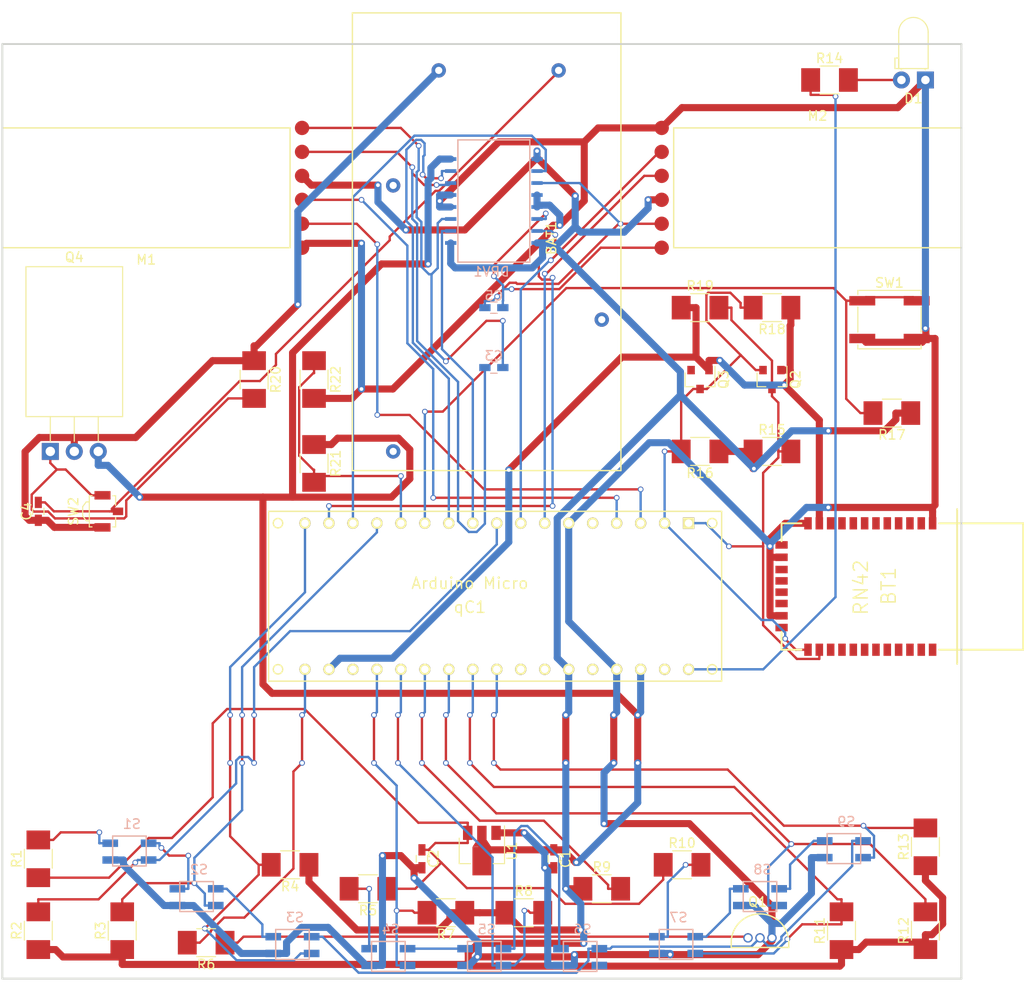
<source format=kicad_pcb>
(kicad_pcb (version 4) (host pcbnew 4.0.5)

  (general
    (links 132)
    (no_connects 132)
    (area -122.37 48.545 -13.469999 153.729)
    (thickness 1.6)
    (drawings 17)
    (tracks 816)
    (zones 0)
    (modules 50)
    (nets 81)
  )

  (page A4)
  (layers
    (0 F.Cu signal)
    (31 B.Cu signal)
    (32 B.Adhes user)
    (33 F.Adhes user)
    (34 B.Paste user)
    (35 F.Paste user)
    (36 B.SilkS user)
    (37 F.SilkS user)
    (38 B.Mask user)
    (39 F.Mask user)
    (40 Dwgs.User user)
    (41 Cmts.User user)
    (42 Eco1.User user)
    (43 Eco2.User user)
    (44 Edge.Cuts user)
    (45 Margin user)
    (46 B.CrtYd user)
    (47 F.CrtYd user)
    (48 B.Fab user)
    (49 F.Fab user)
  )

  (setup
    (last_trace_width 0.25)
    (trace_clearance 0.2)
    (zone_clearance 0.508)
    (zone_45_only yes)
    (trace_min 0.2)
    (segment_width 0.2)
    (edge_width 0.2)
    (via_size 0.6)
    (via_drill 0.4)
    (via_min_size 0.4)
    (via_min_drill 0.3)
    (uvia_size 0.3)
    (uvia_drill 0.1)
    (uvias_allowed no)
    (uvia_min_size 0.2)
    (uvia_min_drill 0.1)
    (pcb_text_width 0.3)
    (pcb_text_size 1.5 1.5)
    (mod_edge_width 0.15)
    (mod_text_size 1 1)
    (mod_text_width 0.15)
    (pad_size 1.524 1.524)
    (pad_drill 0.762)
    (pad_to_mask_clearance 0.2)
    (aux_axis_origin 0 0)
    (visible_elements 7FFFFFFF)
    (pcbplotparams
      (layerselection 0x00030_80000001)
      (usegerberextensions false)
      (excludeedgelayer true)
      (linewidth 0.100000)
      (plotframeref false)
      (viasonmask false)
      (mode 1)
      (useauxorigin false)
      (hpglpennumber 1)
      (hpglpenspeed 20)
      (hpglpendiameter 15)
      (hpglpenoverlay 2)
      (psnegative false)
      (psa4output false)
      (plotreference true)
      (plotvalue true)
      (plotinvisibletext false)
      (padsonsilk false)
      (subtractmaskfromsilk false)
      (outputformat 1)
      (mirror false)
      (drillshape 1)
      (scaleselection 1)
      (outputdirectory ""))
  )

  (net 0 "")
  (net 1 +9VA)
  (net 2 "Net-(BAT1-Pad2)")
  (net 3 GND)
  (net 4 "Net-(BT1-Pad2)")
  (net 5 "Net-(BT1-Pad3)")
  (net 6 "Net-(BT1-Pad4)")
  (net 7 "Net-(BT1-Pad5)")
  (net 8 "Net-(BT1-Pad6)")
  (net 9 "Net-(BT1-Pad7)")
  (net 10 "Net-(BT1-Pad8)")
  (net 11 "Net-(BT1-Pad9)")
  (net 12 "Net-(BT1-Pad10)")
  (net 13 +3V3)
  (net 14 "Net-(BT1-Pad35)")
  (net 15 "Net-(BT1-Pad34)")
  (net 16 "Net-(BT1-Pad33)")
  (net 17 "Net-(BT1-Pad32)")
  (net 18 "Net-(BT1-Pad31)")
  (net 19 "Net-(BT1-Pad30)")
  (net 20 /BTTX)
  (net 21 /BTRX)
  (net 22 "Net-(BT1-Pad15)")
  (net 23 "Net-(BT1-Pad16)")
  (net 24 "Net-(BT1-Pad17)")
  (net 25 "Net-(BT1-Pad18)")
  (net 26 "Net-(BT1-Pad19)")
  (net 27 "Net-(BT1-Pad20)")
  (net 28 "Net-(BT1-Pad21)")
  (net 29 "Net-(BT1-Pad22)")
  (net 30 "Net-(BT1-Pad23)")
  (net 31 "Net-(BT1-Pad24)")
  (net 32 +9V)
  (net 33 "Net-(C2-Pad1)")
  (net 34 "Net-(C3-Pad1)")
  (net 35 "Net-(C3-Pad2)")
  (net 36 "Net-(C5-Pad1)")
  (net 37 "Net-(C5-Pad2)")
  (net 38 "Net-(D1-Pad2)")
  (net 39 +5V)
  (net 40 /PWML1)
  (net 41 /PWML2)
  (net 42 /PWMR1)
  (net 43 /PWMR2)
  (net 44 /ENCLB)
  (net 45 /ENCLA)
  (net 46 /ENCRA)
  (net 47 /ENCRB)
  (net 48 "Net-(Q1-Pad2)")
  (net 49 "Net-(Q1-Pad1)")
  (net 50 "Net-(Q3-Pad2)")
  (net 51 "Net-(Q4-Pad1)")
  (net 52 /LED)
  (net 53 "Net-(qC1-Pad33)")
  (net 54 "Net-(qC1-Pad30)")
  (net 55 "Net-(qC1-Pad28)")
  (net 56 "Net-(qC1-Pad27)")
  (net 57 /LS9)
  (net 58 /LS8)
  (net 59 /LS7)
  (net 60 /LS6)
  (net 61 /LS5)
  (net 62 /LS4)
  (net 63 "Net-(qC1-Pad20)")
  (net 64 /LON)
  (net 65 "Net-(qC1-Pad5)")
  (net 66 /LS1)
  (net 67 /BUT)
  (net 68 /VBAT)
  (net 69 /LS2)
  (net 70 /LS3)
  (net 71 "Net-(R1-Pad2)")
  (net 72 "Net-(R5-Pad2)")
  (net 73 "Net-(R10-Pad2)")
  (net 74 "Net-(S1-Pad2)")
  (net 75 "Net-(S2-Pad2)")
  (net 76 "Net-(S4-Pad2)")
  (net 77 "Net-(S5-Pad2)")
  (net 78 "Net-(S6-Pad3)")
  (net 79 "Net-(S7-Pad2)")
  (net 80 "Net-(S8-Pad2)")

  (net_class Default "This is the default net class."
    (clearance 0.2)
    (trace_width 0.25)
    (via_dia 0.6)
    (via_drill 0.4)
    (uvia_dia 0.3)
    (uvia_drill 0.1)
    (add_net /BTRX)
    (add_net /BTTX)
    (add_net /BUT)
    (add_net /ENCLA)
    (add_net /ENCLB)
    (add_net /ENCRA)
    (add_net /ENCRB)
    (add_net /LED)
    (add_net /LON)
    (add_net /LS1)
    (add_net /LS2)
    (add_net /LS3)
    (add_net /LS4)
    (add_net /LS5)
    (add_net /LS6)
    (add_net /LS7)
    (add_net /LS8)
    (add_net /LS9)
    (add_net /PWML1)
    (add_net /PWML2)
    (add_net /PWMR1)
    (add_net /PWMR2)
    (add_net /VBAT)
    (add_net "Net-(BAT1-Pad2)")
    (add_net "Net-(BT1-Pad10)")
    (add_net "Net-(BT1-Pad15)")
    (add_net "Net-(BT1-Pad16)")
    (add_net "Net-(BT1-Pad17)")
    (add_net "Net-(BT1-Pad18)")
    (add_net "Net-(BT1-Pad19)")
    (add_net "Net-(BT1-Pad2)")
    (add_net "Net-(BT1-Pad20)")
    (add_net "Net-(BT1-Pad21)")
    (add_net "Net-(BT1-Pad22)")
    (add_net "Net-(BT1-Pad23)")
    (add_net "Net-(BT1-Pad24)")
    (add_net "Net-(BT1-Pad3)")
    (add_net "Net-(BT1-Pad30)")
    (add_net "Net-(BT1-Pad31)")
    (add_net "Net-(BT1-Pad32)")
    (add_net "Net-(BT1-Pad33)")
    (add_net "Net-(BT1-Pad34)")
    (add_net "Net-(BT1-Pad35)")
    (add_net "Net-(BT1-Pad4)")
    (add_net "Net-(BT1-Pad5)")
    (add_net "Net-(BT1-Pad6)")
    (add_net "Net-(BT1-Pad7)")
    (add_net "Net-(BT1-Pad8)")
    (add_net "Net-(BT1-Pad9)")
    (add_net "Net-(C2-Pad1)")
    (add_net "Net-(C3-Pad1)")
    (add_net "Net-(C3-Pad2)")
    (add_net "Net-(C5-Pad1)")
    (add_net "Net-(C5-Pad2)")
    (add_net "Net-(D1-Pad2)")
    (add_net "Net-(Q1-Pad1)")
    (add_net "Net-(Q1-Pad2)")
    (add_net "Net-(Q3-Pad2)")
    (add_net "Net-(Q4-Pad1)")
    (add_net "Net-(R1-Pad2)")
    (add_net "Net-(R10-Pad2)")
    (add_net "Net-(R5-Pad2)")
    (add_net "Net-(S1-Pad2)")
    (add_net "Net-(S2-Pad2)")
    (add_net "Net-(S4-Pad2)")
    (add_net "Net-(S5-Pad2)")
    (add_net "Net-(S6-Pad3)")
    (add_net "Net-(S7-Pad2)")
    (add_net "Net-(S8-Pad2)")
    (add_net "Net-(qC1-Pad20)")
    (add_net "Net-(qC1-Pad27)")
    (add_net "Net-(qC1-Pad28)")
    (add_net "Net-(qC1-Pad30)")
    (add_net "Net-(qC1-Pad33)")
    (add_net "Net-(qC1-Pad5)")
  )

  (net_class PWR ""
    (clearance 0.2)
    (trace_width 0.75)
    (via_dia 0.75)
    (via_drill 0.4)
    (uvia_dia 0.3)
    (uvia_drill 0.1)
    (add_net +3V3)
    (add_net +5V)
    (add_net +9V)
    (add_net +9VA)
    (add_net GND)
  )

  (module "HPCBMotor:HPCB Motor (Pololu)" (layer F.Cu) (tedit 58D56175) (tstamp 58D6476F)
    (at -20.32 57.15 180)
    (path /58D35D0E)
    (fp_text reference M2 (at 15.24 -3.81 180) (layer F.SilkS)
      (effects (font (size 1 1) (thickness 0.15)))
    )
    (fp_text value "Motor Desni" (at 15.24 -19.05 180) (layer F.Fab)
      (effects (font (size 1 1) (thickness 0.15)))
    )
    (fp_line (start 0 -5.08) (end 30.48 -5.08) (layer F.SilkS) (width 0.15))
    (fp_line (start 30.48 -5.08) (end 30.48 -17.78) (layer F.SilkS) (width 0.15))
    (fp_line (start 30.48 -17.78) (end 0 -17.78) (layer F.SilkS) (width 0.15))
    (fp_line (start 0 -17.78) (end 0 -5.08) (layer F.SilkS) (width 0.15))
    (pad 1 smd circle (at 31.75 -17.78 180) (size 1.524 1.524) (layers F.Cu F.Paste F.Mask)
      (net 36 "Net-(C5-Pad1)"))
    (pad 2 smd circle (at 31.75 -15.24 180) (size 1.524 1.524) (layers F.Cu F.Paste F.Mask)
      (net 37 "Net-(C5-Pad2)"))
    (pad 3 smd circle (at 31.75 -12.7 180) (size 1.524 1.524) (layers F.Cu F.Paste F.Mask)
      (net 39 +5V))
    (pad 4 smd circle (at 31.75 -10.16 180) (size 1.524 1.524) (layers F.Cu F.Paste F.Mask)
      (net 46 /ENCRA))
    (pad 5 smd circle (at 31.75 -7.62 180) (size 1.524 1.524) (layers F.Cu F.Paste F.Mask)
      (net 47 /ENCRB))
    (pad 6 smd circle (at 31.75 -5.08 180) (size 1.524 1.524) (layers F.Cu F.Paste F.Mask)
      (net 3 GND))
  )

  (module Capacitors_SMD:C_0603_HandSoldering (layer F.Cu) (tedit 58AA848B) (tstamp 58D64729)
    (at -63.5 139.7 270)
    (descr "Capacitor SMD 0603, hand soldering")
    (tags "capacitor 0603")
    (path /58D35D2A)
    (attr smd)
    (fp_text reference C1 (at 0 -1.25 270) (layer F.SilkS)
      (effects (font (size 1 1) (thickness 0.15)))
    )
    (fp_text value 1uF (at 0 1.5 270) (layer F.Fab)
      (effects (font (size 1 1) (thickness 0.15)))
    )
    (fp_text user %R (at 0 -1.25 270) (layer F.Fab)
      (effects (font (size 1 1) (thickness 0.15)))
    )
    (fp_line (start -0.8 0.4) (end -0.8 -0.4) (layer F.Fab) (width 0.1))
    (fp_line (start 0.8 0.4) (end -0.8 0.4) (layer F.Fab) (width 0.1))
    (fp_line (start 0.8 -0.4) (end 0.8 0.4) (layer F.Fab) (width 0.1))
    (fp_line (start -0.8 -0.4) (end 0.8 -0.4) (layer F.Fab) (width 0.1))
    (fp_line (start -0.35 -0.6) (end 0.35 -0.6) (layer F.SilkS) (width 0.12))
    (fp_line (start 0.35 0.6) (end -0.35 0.6) (layer F.SilkS) (width 0.12))
    (fp_line (start -1.8 -0.65) (end 1.8 -0.65) (layer F.CrtYd) (width 0.05))
    (fp_line (start -1.8 -0.65) (end -1.8 0.65) (layer F.CrtYd) (width 0.05))
    (fp_line (start 1.8 0.65) (end 1.8 -0.65) (layer F.CrtYd) (width 0.05))
    (fp_line (start 1.8 0.65) (end -1.8 0.65) (layer F.CrtYd) (width 0.05))
    (pad 1 smd rect (at -0.95 0 270) (size 1.2 0.75) (layers F.Cu F.Paste F.Mask)
      (net 32 +9V))
    (pad 2 smd rect (at 0.95 0 270) (size 1.2 0.75) (layers F.Cu F.Paste F.Mask)
      (net 3 GND))
    (model Capacitors_SMD.3dshapes/C_0603.wrl
      (at (xyz 0 0 0))
      (scale (xyz 1 1 1))
      (rotate (xyz 0 0 0))
    )
  )

  (module Capacitors_SMD:C_0603_HandSoldering (layer F.Cu) (tedit 58D838B4) (tstamp 58D6472F)
    (at -77.47 139.7 270)
    (descr "Capacitor SMD 0603, hand soldering")
    (tags "capacitor 0603")
    (path /58D35D2B)
    (attr smd)
    (fp_text reference C2 (at 0 -1.25 270) (layer F.SilkS)
      (effects (font (size 1 1) (thickness 0.15)))
    )
    (fp_text value 1uF (at 0 1.27 270) (layer F.Fab)
      (effects (font (size 1 1) (thickness 0.15)))
    )
    (fp_text user %R (at 0 -1.25 270) (layer F.Fab)
      (effects (font (size 1 1) (thickness 0.15)))
    )
    (fp_line (start -0.8 0.4) (end -0.8 -0.4) (layer F.Fab) (width 0.1))
    (fp_line (start 0.8 0.4) (end -0.8 0.4) (layer F.Fab) (width 0.1))
    (fp_line (start 0.8 -0.4) (end 0.8 0.4) (layer F.Fab) (width 0.1))
    (fp_line (start -0.8 -0.4) (end 0.8 -0.4) (layer F.Fab) (width 0.1))
    (fp_line (start -0.35 -0.6) (end 0.35 -0.6) (layer F.SilkS) (width 0.12))
    (fp_line (start 0.35 0.6) (end -0.35 0.6) (layer F.SilkS) (width 0.12))
    (fp_line (start -1.8 -0.65) (end 1.8 -0.65) (layer F.CrtYd) (width 0.05))
    (fp_line (start -1.8 -0.65) (end -1.8 0.65) (layer F.CrtYd) (width 0.05))
    (fp_line (start 1.8 0.65) (end 1.8 -0.65) (layer F.CrtYd) (width 0.05))
    (fp_line (start 1.8 0.65) (end -1.8 0.65) (layer F.CrtYd) (width 0.05))
    (pad 1 smd rect (at -0.95 0 270) (size 1.2 0.75) (layers F.Cu F.Paste F.Mask)
      (net 33 "Net-(C2-Pad1)"))
    (pad 2 smd rect (at 0.95 0 270) (size 1.2 0.75) (layers F.Cu F.Paste F.Mask)
      (net 3 GND))
    (model Capacitors_SMD.3dshapes/C_0603.wrl
      (at (xyz 0 0 0))
      (scale (xyz 1 1 1))
      (rotate (xyz 0 0 0))
    )
  )

  (module Capacitors_SMD:C_0603_HandSoldering (layer B.Cu) (tedit 58AA848B) (tstamp 58D64735)
    (at -69.85 87.63 180)
    (descr "Capacitor SMD 0603, hand soldering")
    (tags "capacitor 0603")
    (path /58D35D07)
    (attr smd)
    (fp_text reference C3 (at 0 1.25 180) (layer B.SilkS)
      (effects (font (size 1 1) (thickness 0.15)) (justify mirror))
    )
    (fp_text value CM1 (at 0 -1.5 180) (layer B.Fab)
      (effects (font (size 1 1) (thickness 0.15)) (justify mirror))
    )
    (fp_text user %R (at 0 1.25 180) (layer B.Fab)
      (effects (font (size 1 1) (thickness 0.15)) (justify mirror))
    )
    (fp_line (start -0.8 -0.4) (end -0.8 0.4) (layer B.Fab) (width 0.1))
    (fp_line (start 0.8 -0.4) (end -0.8 -0.4) (layer B.Fab) (width 0.1))
    (fp_line (start 0.8 0.4) (end 0.8 -0.4) (layer B.Fab) (width 0.1))
    (fp_line (start -0.8 0.4) (end 0.8 0.4) (layer B.Fab) (width 0.1))
    (fp_line (start -0.35 0.6) (end 0.35 0.6) (layer B.SilkS) (width 0.12))
    (fp_line (start 0.35 -0.6) (end -0.35 -0.6) (layer B.SilkS) (width 0.12))
    (fp_line (start -1.8 0.65) (end 1.8 0.65) (layer B.CrtYd) (width 0.05))
    (fp_line (start -1.8 0.65) (end -1.8 -0.65) (layer B.CrtYd) (width 0.05))
    (fp_line (start 1.8 -0.65) (end 1.8 0.65) (layer B.CrtYd) (width 0.05))
    (fp_line (start 1.8 -0.65) (end -1.8 -0.65) (layer B.CrtYd) (width 0.05))
    (pad 1 smd rect (at -0.95 0 180) (size 1.2 0.75) (layers B.Cu B.Paste B.Mask)
      (net 34 "Net-(C3-Pad1)"))
    (pad 2 smd rect (at 0.95 0 180) (size 1.2 0.75) (layers B.Cu B.Paste B.Mask)
      (net 35 "Net-(C3-Pad2)"))
    (model Capacitors_SMD.3dshapes/C_0603.wrl
      (at (xyz 0 0 0))
      (scale (xyz 1 1 1))
      (rotate (xyz 0 0 0))
    )
  )

  (module Capacitors_SMD:C_0603_HandSoldering (layer F.Cu) (tedit 58AA848B) (tstamp 58D6473B)
    (at -118.11 102.87 90)
    (descr "Capacitor SMD 0603, hand soldering")
    (tags "capacitor 0603")
    (path /58D35D1A)
    (attr smd)
    (fp_text reference C4 (at 0 -1.25 90) (layer F.SilkS)
      (effects (font (size 1 1) (thickness 0.15)))
    )
    (fp_text value 22uF (at 0 1.5 90) (layer F.Fab)
      (effects (font (size 1 1) (thickness 0.15)))
    )
    (fp_text user %R (at 0 -1.25 90) (layer F.Fab)
      (effects (font (size 1 1) (thickness 0.15)))
    )
    (fp_line (start -0.8 0.4) (end -0.8 -0.4) (layer F.Fab) (width 0.1))
    (fp_line (start 0.8 0.4) (end -0.8 0.4) (layer F.Fab) (width 0.1))
    (fp_line (start 0.8 -0.4) (end 0.8 0.4) (layer F.Fab) (width 0.1))
    (fp_line (start -0.8 -0.4) (end 0.8 -0.4) (layer F.Fab) (width 0.1))
    (fp_line (start -0.35 -0.6) (end 0.35 -0.6) (layer F.SilkS) (width 0.12))
    (fp_line (start 0.35 0.6) (end -0.35 0.6) (layer F.SilkS) (width 0.12))
    (fp_line (start -1.8 -0.65) (end 1.8 -0.65) (layer F.CrtYd) (width 0.05))
    (fp_line (start -1.8 -0.65) (end -1.8 0.65) (layer F.CrtYd) (width 0.05))
    (fp_line (start 1.8 0.65) (end 1.8 -0.65) (layer F.CrtYd) (width 0.05))
    (fp_line (start 1.8 0.65) (end -1.8 0.65) (layer F.CrtYd) (width 0.05))
    (pad 1 smd rect (at -0.95 0 90) (size 1.2 0.75) (layers F.Cu F.Paste F.Mask)
      (net 1 +9VA))
    (pad 2 smd rect (at 0.95 0 90) (size 1.2 0.75) (layers F.Cu F.Paste F.Mask)
      (net 2 "Net-(BAT1-Pad2)"))
    (model Capacitors_SMD.3dshapes/C_0603.wrl
      (at (xyz 0 0 0))
      (scale (xyz 1 1 1))
      (rotate (xyz 0 0 0))
    )
  )

  (module Capacitors_SMD:C_0603_HandSoldering (layer B.Cu) (tedit 58D84224) (tstamp 58D64741)
    (at -69.85 81.28 180)
    (descr "Capacitor SMD 0603, hand soldering")
    (tags "capacitor 0603")
    (path /58D35D0B)
    (attr smd)
    (fp_text reference C5 (at 0 1.25 180) (layer B.SilkS)
      (effects (font (size 1 1) (thickness 0.15)) (justify mirror))
    )
    (fp_text value CM2 (at 0 -1.27 180) (layer B.Fab)
      (effects (font (size 1 1) (thickness 0.15)) (justify mirror))
    )
    (fp_text user %R (at 0 1.25 180) (layer B.Fab)
      (effects (font (size 1 1) (thickness 0.15)) (justify mirror))
    )
    (fp_line (start -0.8 -0.4) (end -0.8 0.4) (layer B.Fab) (width 0.1))
    (fp_line (start 0.8 -0.4) (end -0.8 -0.4) (layer B.Fab) (width 0.1))
    (fp_line (start 0.8 0.4) (end 0.8 -0.4) (layer B.Fab) (width 0.1))
    (fp_line (start -0.8 0.4) (end 0.8 0.4) (layer B.Fab) (width 0.1))
    (fp_line (start -0.35 0.6) (end 0.35 0.6) (layer B.SilkS) (width 0.12))
    (fp_line (start 0.35 -0.6) (end -0.35 -0.6) (layer B.SilkS) (width 0.12))
    (fp_line (start -1.8 0.65) (end 1.8 0.65) (layer B.CrtYd) (width 0.05))
    (fp_line (start -1.8 0.65) (end -1.8 -0.65) (layer B.CrtYd) (width 0.05))
    (fp_line (start 1.8 -0.65) (end 1.8 0.65) (layer B.CrtYd) (width 0.05))
    (fp_line (start 1.8 -0.65) (end -1.8 -0.65) (layer B.CrtYd) (width 0.05))
    (pad 1 smd rect (at -0.95 0 180) (size 1.2 0.75) (layers B.Cu B.Paste B.Mask)
      (net 36 "Net-(C5-Pad1)"))
    (pad 2 smd rect (at 0.95 0 180) (size 1.2 0.75) (layers B.Cu B.Paste B.Mask)
      (net 37 "Net-(C5-Pad2)"))
    (model Capacitors_SMD.3dshapes/C_0603.wrl
      (at (xyz 0 0 0))
      (scale (xyz 1 1 1))
      (rotate (xyz 0 0 0))
    )
  )

  (module LEDs:LED_D3.0mm_Horizontal_O1.27mm_Z2.0mm (layer F.Cu) (tedit 5880A862) (tstamp 58D64747)
    (at -24.13 57.15 180)
    (descr "LED, diameter 3.0mm z-position of LED center 2.0mm, 2 pins")
    (tags "LED diameter 3.0mm z-position of LED center 2.0mm 2 pins")
    (path /58D4E16E)
    (fp_text reference D1 (at 1.27 -1.96 180) (layer F.SilkS)
      (effects (font (size 1 1) (thickness 0.15)))
    )
    (fp_text value LED (at 1.27 7.63 180) (layer F.Fab)
      (effects (font (size 1 1) (thickness 0.15)))
    )
    (fp_arc (start 1.27 5.07) (end -0.23 5.07) (angle -180) (layer F.Fab) (width 0.1))
    (fp_arc (start 1.27 5.07) (end -0.29 5.07) (angle -180) (layer F.SilkS) (width 0.12))
    (fp_line (start -0.23 1.27) (end -0.23 5.07) (layer F.Fab) (width 0.1))
    (fp_line (start 2.77 1.27) (end 2.77 5.07) (layer F.Fab) (width 0.1))
    (fp_line (start -0.23 1.27) (end 2.77 1.27) (layer F.Fab) (width 0.1))
    (fp_line (start 3.17 1.27) (end 3.17 2.27) (layer F.Fab) (width 0.1))
    (fp_line (start 3.17 2.27) (end 2.77 2.27) (layer F.Fab) (width 0.1))
    (fp_line (start 2.77 2.27) (end 2.77 1.27) (layer F.Fab) (width 0.1))
    (fp_line (start 2.77 1.27) (end 3.17 1.27) (layer F.Fab) (width 0.1))
    (fp_line (start 0 0) (end 0 1.27) (layer F.Fab) (width 0.1))
    (fp_line (start 0 1.27) (end 0 1.27) (layer F.Fab) (width 0.1))
    (fp_line (start 0 1.27) (end 0 0) (layer F.Fab) (width 0.1))
    (fp_line (start 0 0) (end 0 0) (layer F.Fab) (width 0.1))
    (fp_line (start 2.54 0) (end 2.54 1.27) (layer F.Fab) (width 0.1))
    (fp_line (start 2.54 1.27) (end 2.54 1.27) (layer F.Fab) (width 0.1))
    (fp_line (start 2.54 1.27) (end 2.54 0) (layer F.Fab) (width 0.1))
    (fp_line (start 2.54 0) (end 2.54 0) (layer F.Fab) (width 0.1))
    (fp_line (start -0.29 1.21) (end -0.29 5.07) (layer F.SilkS) (width 0.12))
    (fp_line (start 2.83 1.21) (end 2.83 5.07) (layer F.SilkS) (width 0.12))
    (fp_line (start -0.29 1.21) (end 2.83 1.21) (layer F.SilkS) (width 0.12))
    (fp_line (start 3.23 1.21) (end 3.23 2.33) (layer F.SilkS) (width 0.12))
    (fp_line (start 3.23 2.33) (end 2.83 2.33) (layer F.SilkS) (width 0.12))
    (fp_line (start 2.83 2.33) (end 2.83 1.21) (layer F.SilkS) (width 0.12))
    (fp_line (start 2.83 1.21) (end 3.23 1.21) (layer F.SilkS) (width 0.12))
    (fp_line (start 0 1.08) (end 0 1.21) (layer F.SilkS) (width 0.12))
    (fp_line (start 0 1.21) (end 0 1.21) (layer F.SilkS) (width 0.12))
    (fp_line (start 0 1.21) (end 0 1.08) (layer F.SilkS) (width 0.12))
    (fp_line (start 0 1.08) (end 0 1.08) (layer F.SilkS) (width 0.12))
    (fp_line (start 2.54 1.08) (end 2.54 1.21) (layer F.SilkS) (width 0.12))
    (fp_line (start 2.54 1.21) (end 2.54 1.21) (layer F.SilkS) (width 0.12))
    (fp_line (start 2.54 1.21) (end 2.54 1.08) (layer F.SilkS) (width 0.12))
    (fp_line (start 2.54 1.08) (end 2.54 1.08) (layer F.SilkS) (width 0.12))
    (fp_line (start -1.25 -1.25) (end -1.25 6.9) (layer F.CrtYd) (width 0.05))
    (fp_line (start -1.25 6.9) (end 3.75 6.9) (layer F.CrtYd) (width 0.05))
    (fp_line (start 3.75 6.9) (end 3.75 -1.25) (layer F.CrtYd) (width 0.05))
    (fp_line (start 3.75 -1.25) (end -1.25 -1.25) (layer F.CrtYd) (width 0.05))
    (pad 1 thru_hole rect (at 0 0 180) (size 1.8 1.8) (drill 0.9) (layers *.Cu *.Mask)
      (net 3 GND))
    (pad 2 thru_hole circle (at 2.54 0 180) (size 1.8 1.8) (drill 0.9) (layers *.Cu *.Mask)
      (net 38 "Net-(D1-Pad2)"))
    (model LEDs.3dshapes/LED_D3.0mm_Horizontal_O1.27mm_Z2.0mm.wrl
      (at (xyz 0 0 0))
      (scale (xyz 0.393701 0.393701 0.393701))
      (rotate (xyz 0 0 0))
    )
  )

  (module L293D:L293D (layer B.Cu) (tedit 58D56BB4) (tstamp 58D6475B)
    (at -66.04 63.5 270)
    (path /58D35D06)
    (fp_text reference DRV1 (at 13.97 4.064 540) (layer B.SilkS)
      (effects (font (size 1 1) (thickness 0.15)) (justify mirror))
    )
    (fp_text value L293 (at -1.016 4.064 540) (layer B.Fab)
      (effects (font (size 1 1) (thickness 0.15)) (justify mirror))
    )
    (fp_line (start 12.954 0) (end 12.954 7.62) (layer B.SilkS) (width 0.15))
    (fp_line (start 12.954 7.62) (end 0 7.62) (layer B.SilkS) (width 0.15))
    (fp_line (start 0 7.62) (end 0 0) (layer B.SilkS) (width 0.15))
    (fp_line (start 0 0) (end 12.954 0) (layer B.SilkS) (width 0.15))
    (pad 1 smd rect (at 10.922 8.382 270) (size 0.4 1.2) (layers B.Cu B.Paste B.Mask)
      (net 39 +5V))
    (pad 2 smd rect (at 9.652 8.382 270) (size 0.4 1.2) (layers B.Cu B.Paste B.Mask)
      (net 40 /PWML1))
    (pad 3 smd rect (at 8.382 8.382 270) (size 0.4 1.2) (layers B.Cu B.Paste B.Mask)
      (net 34 "Net-(C3-Pad1)"))
    (pad 4 smd rect (at 7.112 8.382 270) (size 0.4 1.2) (layers B.Cu B.Paste B.Mask)
      (net 3 GND))
    (pad 5 smd rect (at 5.842 8.382 270) (size 0.4 1.2) (layers B.Cu B.Paste B.Mask)
      (net 3 GND))
    (pad 6 smd rect (at 4.572 8.382 270) (size 0.4 1.2) (layers B.Cu B.Paste B.Mask)
      (net 35 "Net-(C3-Pad2)"))
    (pad 7 smd rect (at 3.302 8.382 270) (size 0.4 1.2) (layers B.Cu B.Paste B.Mask)
      (net 41 /PWML2))
    (pad 8 smd rect (at 2.032 8.382 270) (size 0.4 1.2) (layers B.Cu B.Paste B.Mask)
      (net 32 +9V))
    (pad 9 smd rect (at 2.032 -0.762 270) (size 0.4 1.2) (layers B.Cu B.Paste B.Mask)
      (net 39 +5V))
    (pad 10 smd rect (at 3.302 -0.762 270) (size 0.4 1.2) (layers B.Cu B.Paste B.Mask)
      (net 42 /PWMR1))
    (pad 11 smd rect (at 4.572 -0.762 270) (size 0.4 1.2) (layers B.Cu B.Paste B.Mask)
      (net 37 "Net-(C5-Pad2)"))
    (pad 12 smd rect (at 5.842 -0.762 270) (size 0.4 1.2) (layers B.Cu B.Paste B.Mask)
      (net 3 GND))
    (pad 13 smd rect (at 7.112 -0.762 270) (size 0.4 1.2) (layers B.Cu B.Paste B.Mask)
      (net 3 GND))
    (pad 14 smd rect (at 8.382 -0.762 270) (size 0.4 1.2) (layers B.Cu B.Paste B.Mask)
      (net 36 "Net-(C5-Pad1)"))
    (pad 15 smd rect (at 9.652 -0.762 270) (size 0.4 1.2) (layers B.Cu B.Paste B.Mask)
      (net 43 /PWMR2))
    (pad 16 smd rect (at 10.922 -0.762 270) (size 0.4 1.2) (layers B.Cu B.Paste B.Mask)
      (net 39 +5V))
  )

  (module "HPCBMotor:HPCB Motor (Pololu)" (layer F.Cu) (tedit 58D56175) (tstamp 58D64765)
    (at -121.92 80.01)
    (path /58D35D05)
    (fp_text reference M1 (at 15.24 -3.81) (layer F.SilkS)
      (effects (font (size 1 1) (thickness 0.15)))
    )
    (fp_text value "Motor Levi" (at 15.24 -19.05) (layer F.Fab)
      (effects (font (size 1 1) (thickness 0.15)))
    )
    (fp_line (start 0 -5.08) (end 30.48 -5.08) (layer F.SilkS) (width 0.15))
    (fp_line (start 30.48 -5.08) (end 30.48 -17.78) (layer F.SilkS) (width 0.15))
    (fp_line (start 30.48 -17.78) (end 0 -17.78) (layer F.SilkS) (width 0.15))
    (fp_line (start 0 -17.78) (end 0 -5.08) (layer F.SilkS) (width 0.15))
    (pad 1 smd circle (at 31.75 -17.78) (size 1.524 1.524) (layers F.Cu F.Paste F.Mask)
      (net 34 "Net-(C3-Pad1)"))
    (pad 2 smd circle (at 31.75 -15.24) (size 1.524 1.524) (layers F.Cu F.Paste F.Mask)
      (net 35 "Net-(C3-Pad2)"))
    (pad 3 smd circle (at 31.75 -12.7) (size 1.524 1.524) (layers F.Cu F.Paste F.Mask)
      (net 39 +5V))
    (pad 4 smd circle (at 31.75 -10.16) (size 1.524 1.524) (layers F.Cu F.Paste F.Mask)
      (net 44 /ENCLB))
    (pad 5 smd circle (at 31.75 -7.62) (size 1.524 1.524) (layers F.Cu F.Paste F.Mask)
      (net 45 /ENCLA))
    (pad 6 smd circle (at 31.75 -5.08) (size 1.524 1.524) (layers F.Cu F.Paste F.Mask)
      (net 3 GND))
  )

  (module TO_SOT_Packages_SMD:SOT-23 (layer F.Cu) (tedit 58CE4E7E) (tstamp 58D6477D)
    (at -40.386 88.9 270)
    (descr "SOT-23, Standard")
    (tags SOT-23)
    (path /58D35D4E)
    (attr smd)
    (fp_text reference Q2 (at 0 -2.5 270) (layer F.SilkS)
      (effects (font (size 1 1) (thickness 0.15)))
    )
    (fp_text value BSS138 (at 0 2.5 270) (layer F.Fab)
      (effects (font (size 1 1) (thickness 0.15)))
    )
    (fp_text user %R (at 0 0 270) (layer F.Fab)
      (effects (font (size 0.5 0.5) (thickness 0.075)))
    )
    (fp_line (start -0.7 -0.95) (end -0.7 1.5) (layer F.Fab) (width 0.1))
    (fp_line (start -0.15 -1.52) (end 0.7 -1.52) (layer F.Fab) (width 0.1))
    (fp_line (start -0.7 -0.95) (end -0.15 -1.52) (layer F.Fab) (width 0.1))
    (fp_line (start 0.7 -1.52) (end 0.7 1.52) (layer F.Fab) (width 0.1))
    (fp_line (start -0.7 1.52) (end 0.7 1.52) (layer F.Fab) (width 0.1))
    (fp_line (start 0.76 1.58) (end 0.76 0.65) (layer F.SilkS) (width 0.12))
    (fp_line (start 0.76 -1.58) (end 0.76 -0.65) (layer F.SilkS) (width 0.12))
    (fp_line (start -1.7 -1.75) (end 1.7 -1.75) (layer F.CrtYd) (width 0.05))
    (fp_line (start 1.7 -1.75) (end 1.7 1.75) (layer F.CrtYd) (width 0.05))
    (fp_line (start 1.7 1.75) (end -1.7 1.75) (layer F.CrtYd) (width 0.05))
    (fp_line (start -1.7 1.75) (end -1.7 -1.75) (layer F.CrtYd) (width 0.05))
    (fp_line (start 0.76 -1.58) (end -1.4 -1.58) (layer F.SilkS) (width 0.12))
    (fp_line (start 0.76 1.58) (end -0.7 1.58) (layer F.SilkS) (width 0.12))
    (pad 1 smd rect (at -1 -0.95 270) (size 0.9 0.8) (layers F.Cu F.Paste F.Mask)
      (net 13 +3V3))
    (pad 2 smd rect (at -1 0.95 270) (size 0.9 0.8) (layers F.Cu F.Paste F.Mask)
      (net 20 /BTTX))
    (pad 3 smd rect (at 1 0 270) (size 0.9 0.8) (layers F.Cu F.Paste F.Mask)
      (net 21 /BTRX))
    (model ${KISYS3DMOD}/TO_SOT_Packages_SMD.3dshapes/SOT-23.wrl
      (at (xyz 0 0 0))
      (scale (xyz 1 1 1))
      (rotate (xyz 0 0 90))
    )
  )

  (module TO_SOT_Packages_SMD:SOT-23 (layer F.Cu) (tedit 58CE4E7E) (tstamp 58D64784)
    (at -48.006 88.9 270)
    (descr "SOT-23, Standard")
    (tags SOT-23)
    (path /58D35D53)
    (attr smd)
    (fp_text reference Q3 (at 0 -2.5 270) (layer F.SilkS)
      (effects (font (size 1 1) (thickness 0.15)))
    )
    (fp_text value BSS138 (at 0 2.5 270) (layer F.Fab)
      (effects (font (size 1 1) (thickness 0.15)))
    )
    (fp_text user %R (at 0 0 270) (layer F.Fab)
      (effects (font (size 0.5 0.5) (thickness 0.075)))
    )
    (fp_line (start -0.7 -0.95) (end -0.7 1.5) (layer F.Fab) (width 0.1))
    (fp_line (start -0.15 -1.52) (end 0.7 -1.52) (layer F.Fab) (width 0.1))
    (fp_line (start -0.7 -0.95) (end -0.15 -1.52) (layer F.Fab) (width 0.1))
    (fp_line (start 0.7 -1.52) (end 0.7 1.52) (layer F.Fab) (width 0.1))
    (fp_line (start -0.7 1.52) (end 0.7 1.52) (layer F.Fab) (width 0.1))
    (fp_line (start 0.76 1.58) (end 0.76 0.65) (layer F.SilkS) (width 0.12))
    (fp_line (start 0.76 -1.58) (end 0.76 -0.65) (layer F.SilkS) (width 0.12))
    (fp_line (start -1.7 -1.75) (end 1.7 -1.75) (layer F.CrtYd) (width 0.05))
    (fp_line (start 1.7 -1.75) (end 1.7 1.75) (layer F.CrtYd) (width 0.05))
    (fp_line (start 1.7 1.75) (end -1.7 1.75) (layer F.CrtYd) (width 0.05))
    (fp_line (start -1.7 1.75) (end -1.7 -1.75) (layer F.CrtYd) (width 0.05))
    (fp_line (start 0.76 -1.58) (end -1.4 -1.58) (layer F.SilkS) (width 0.12))
    (fp_line (start 0.76 1.58) (end -0.7 1.58) (layer F.SilkS) (width 0.12))
    (pad 1 smd rect (at -1 -0.95 270) (size 0.9 0.8) (layers F.Cu F.Paste F.Mask)
      (net 13 +3V3))
    (pad 2 smd rect (at -1 0.95 270) (size 0.9 0.8) (layers F.Cu F.Paste F.Mask)
      (net 50 "Net-(Q3-Pad2)"))
    (pad 3 smd rect (at 1 0 270) (size 0.9 0.8) (layers F.Cu F.Paste F.Mask)
      (net 20 /BTTX))
    (model ${KISYS3DMOD}/TO_SOT_Packages_SMD.3dshapes/SOT-23.wrl
      (at (xyz 0 0 0))
      (scale (xyz 1 1 1))
      (rotate (xyz 0 0 90))
    )
  )

  (module TO_SOT_Packages_THT:TO-220_Horizontal (layer F.Cu) (tedit 58CE52AD) (tstamp 58D6478C)
    (at -116.84 96.52)
    (descr "TO-220, Horizontal, RM 2.54mm")
    (tags "TO-220 Horizontal RM 2.54mm")
    (path /58D35D1C)
    (fp_text reference Q4 (at 2.54 -20.58) (layer F.SilkS)
      (effects (font (size 1 1) (thickness 0.15)))
    )
    (fp_text value Q_PMOS_GDS (at 2.54 1.9) (layer F.Fab)
      (effects (font (size 1 1) (thickness 0.15)))
    )
    (fp_text user %R (at 2.54 -20.58) (layer F.Fab)
      (effects (font (size 1 1) (thickness 0.15)))
    )
    (fp_line (start -2.46 -13.06) (end -2.46 -19.46) (layer F.Fab) (width 0.1))
    (fp_line (start -2.46 -19.46) (end 7.54 -19.46) (layer F.Fab) (width 0.1))
    (fp_line (start 7.54 -19.46) (end 7.54 -13.06) (layer F.Fab) (width 0.1))
    (fp_line (start 7.54 -13.06) (end -2.46 -13.06) (layer F.Fab) (width 0.1))
    (fp_line (start -2.46 -3.81) (end -2.46 -13.06) (layer F.Fab) (width 0.1))
    (fp_line (start -2.46 -13.06) (end 7.54 -13.06) (layer F.Fab) (width 0.1))
    (fp_line (start 7.54 -13.06) (end 7.54 -3.81) (layer F.Fab) (width 0.1))
    (fp_line (start 7.54 -3.81) (end -2.46 -3.81) (layer F.Fab) (width 0.1))
    (fp_line (start 0 -3.81) (end 0 0) (layer F.Fab) (width 0.1))
    (fp_line (start 2.54 -3.81) (end 2.54 0) (layer F.Fab) (width 0.1))
    (fp_line (start 5.08 -3.81) (end 5.08 0) (layer F.Fab) (width 0.1))
    (fp_line (start -2.58 -3.69) (end 7.66 -3.69) (layer F.SilkS) (width 0.12))
    (fp_line (start -2.58 -19.58) (end 7.66 -19.58) (layer F.SilkS) (width 0.12))
    (fp_line (start -2.58 -19.58) (end -2.58 -3.69) (layer F.SilkS) (width 0.12))
    (fp_line (start 7.66 -19.58) (end 7.66 -3.69) (layer F.SilkS) (width 0.12))
    (fp_line (start 0 -3.69) (end 0 -1.05) (layer F.SilkS) (width 0.12))
    (fp_line (start 2.54 -3.69) (end 2.54 -1.066) (layer F.SilkS) (width 0.12))
    (fp_line (start 5.08 -3.69) (end 5.08 -1.066) (layer F.SilkS) (width 0.12))
    (fp_line (start -2.71 -19.71) (end -2.71 1.15) (layer F.CrtYd) (width 0.05))
    (fp_line (start -2.71 1.15) (end 7.79 1.15) (layer F.CrtYd) (width 0.05))
    (fp_line (start 7.79 1.15) (end 7.79 -19.71) (layer F.CrtYd) (width 0.05))
    (fp_line (start 7.79 -19.71) (end -2.71 -19.71) (layer F.CrtYd) (width 0.05))
    (fp_circle (center 2.54 -16.66) (end 4.39 -16.66) (layer F.Fab) (width 0.1))
    (pad 0 np_thru_hole oval (at 2.54 -16.66) (size 3.5 3.5) (drill 3.5) (layers *.Cu *.Mask))
    (pad 1 thru_hole rect (at 0 0) (size 1.8 1.8) (drill 1) (layers *.Cu *.Mask)
      (net 51 "Net-(Q4-Pad1)"))
    (pad 2 thru_hole oval (at 2.54 0) (size 1.8 1.8) (drill 1) (layers *.Cu *.Mask)
      (net 1 +9VA))
    (pad 3 thru_hole oval (at 5.08 0) (size 1.8 1.8) (drill 1) (layers *.Cu *.Mask)
      (net 32 +9V))
    (model ${KISYS3DMOD}/TO_SOT_Packages_THT.3dshapes/TO-220_Horizontal.wrl
      (at (xyz 0.1 0 0))
      (scale (xyz 0.393701 0.393701 0.393701))
      (rotate (xyz 0 0 0))
    )
  )

  (module ArduinoMicro:ARDUINO_MICRO_SHIELD (layer F.Cu) (tedit 58D63EA1) (tstamp 58D647B2)
    (at -45.72 102.87 180)
    (tags "ARDUINO, MICRO")
    (path /58D35D04)
    (fp_text reference qC1 (at 26.67 -10.16 180) (layer F.SilkS)
      (effects (font (size 1.2 1.2) (thickness 0.15)))
    )
    (fp_text value "Arduino Micro" (at 26.67 -7.62 180) (layer F.SilkS)
      (effects (font (size 1.2 1.2) (thickness 0.15)))
    )
    (fp_circle (center 1 -1.254) (end 1.5 -1.254) (layer F.SilkS) (width 0.15))
    (fp_circle (center 1 -16.746) (end 1.5 -16.746) (layer F.SilkS) (width 0.15))
    (fp_circle (center 47 -1.254) (end 47.5 -1.254) (layer F.SilkS) (width 0.15))
    (fp_circle (center 47 -16.746) (end 47.5 -16.746) (layer F.SilkS) (width 0.15))
    (fp_line (start 0 -18) (end 48 -18) (layer F.SilkS) (width 0.15))
    (fp_line (start 48 -18) (end 48 0) (layer F.SilkS) (width 0.15))
    (fp_line (start 48 0) (end 0 0) (layer F.SilkS) (width 0.15))
    (fp_line (start 0 0) (end 0 -18) (layer F.SilkS) (width 0.15))
    (pad 34 thru_hole circle (at 3.5 -16.746 180) (size 1.2 1.2) (drill 0.8) (layers *.Cu *.Mask F.SilkS)
      (net 52 /LED))
    (pad 33 thru_hole circle (at 6.04 -16.746 180) (size 1.2 1.2) (drill 0.8) (layers *.Cu *.Mask F.SilkS)
      (net 53 "Net-(qC1-Pad33)"))
    (pad 32 thru_hole circle (at 8.58 -16.746 180) (size 1.2 1.2) (drill 0.8) (layers *.Cu *.Mask F.SilkS)
      (net 32 +9V))
    (pad 31 thru_hole circle (at 11.12 -16.746 180) (size 1.2 1.2) (drill 0.8) (layers *.Cu *.Mask F.SilkS)
      (net 3 GND))
    (pad 30 thru_hole circle (at 13.66 -16.746 180) (size 1.2 1.2) (drill 0.8) (layers *.Cu *.Mask F.SilkS)
      (net 54 "Net-(qC1-Pad30)"))
    (pad 29 thru_hole circle (at 16.2 -16.746 180) (size 1.2 1.2) (drill 0.8) (layers *.Cu *.Mask F.SilkS)
      (net 39 +5V))
    (pad 28 thru_hole circle (at 18.74 -16.746 180) (size 1.2 1.2) (drill 0.8) (layers *.Cu *.Mask F.SilkS)
      (net 55 "Net-(qC1-Pad28)"))
    (pad 27 thru_hole circle (at 21.28 -16.746 180) (size 1.2 1.2) (drill 0.8) (layers *.Cu *.Mask F.SilkS)
      (net 56 "Net-(qC1-Pad27)"))
    (pad 26 thru_hole circle (at 23.82 -16.746 180) (size 1.2 1.2) (drill 0.8) (layers *.Cu *.Mask F.SilkS)
      (net 57 /LS9))
    (pad 25 thru_hole circle (at 26.36 -16.746 180) (size 1.2 1.2) (drill 0.8) (layers *.Cu *.Mask F.SilkS)
      (net 58 /LS8))
    (pad 24 thru_hole circle (at 28.9 -16.746 180) (size 1.2 1.2) (drill 0.8) (layers *.Cu *.Mask F.SilkS)
      (net 59 /LS7))
    (pad 23 thru_hole circle (at 31.44 -16.746 180) (size 1.2 1.2) (drill 0.8) (layers *.Cu *.Mask F.SilkS)
      (net 60 /LS6))
    (pad 22 thru_hole circle (at 33.98 -16.746 180) (size 1.2 1.2) (drill 0.8) (layers *.Cu *.Mask F.SilkS)
      (net 61 /LS5))
    (pad 21 thru_hole circle (at 36.52 -16.746 180) (size 1.2 1.2) (drill 0.8) (layers *.Cu *.Mask F.SilkS)
      (net 62 /LS4))
    (pad 20 thru_hole circle (at 39.06 -16.746 180) (size 1.2 1.2) (drill 0.8) (layers *.Cu *.Mask F.SilkS)
      (net 63 "Net-(qC1-Pad20)"))
    (pad 19 thru_hole circle (at 41.6 -16.746 180) (size 1.2 1.2) (drill 0.8) (layers *.Cu *.Mask F.SilkS)
      (net 13 +3V3))
    (pad 18 thru_hole circle (at 44.14 -16.746 180) (size 1.2 1.2) (drill 0.8) (layers *.Cu *.Mask F.SilkS)
      (net 64 /LON))
    (pad 1 thru_hole rect (at 3.5 -1.254 180) (size 1.2 1.2) (drill 0.8) (layers *.Cu *.Mask F.SilkS)
      (net 21 /BTRX))
    (pad 2 thru_hole circle (at 6.04 -1.254 180) (size 1.2 1.2) (drill 0.8) (layers *.Cu *.Mask F.SilkS)
      (net 20 /BTTX))
    (pad 3 thru_hole circle (at 8.58 -1.254 180) (size 1.2 1.2) (drill 0.8) (layers *.Cu *.Mask F.SilkS)
      (net 45 /ENCLA))
    (pad 4 thru_hole circle (at 11.12 -1.254 180) (size 1.2 1.2) (drill 0.8) (layers *.Cu *.Mask F.SilkS)
      (net 44 /ENCLB))
    (pad 5 thru_hole circle (at 13.66 -1.254 180) (size 1.2 1.2) (drill 0.8) (layers *.Cu *.Mask F.SilkS)
      (net 65 "Net-(qC1-Pad5)"))
    (pad 6 thru_hole circle (at 16.2 -1.254 180) (size 1.2 1.2) (drill 0.8) (layers *.Cu *.Mask F.SilkS)
      (net 3 GND))
    (pad 7 thru_hole circle (at 18.74 -1.254 180) (size 1.2 1.2) (drill 0.8) (layers *.Cu *.Mask F.SilkS)
      (net 46 /ENCRA))
    (pad 8 thru_hole circle (at 21.28 -1.254 180) (size 1.2 1.2) (drill 0.8) (layers *.Cu *.Mask F.SilkS)
      (net 47 /ENCRB))
    (pad 9 thru_hole circle (at 23.82 -1.254 180) (size 1.2 1.2) (drill 0.8) (layers *.Cu *.Mask F.SilkS)
      (net 66 /LS1))
    (pad 10 thru_hole circle (at 26.36 -1.254 180) (size 1.2 1.2) (drill 0.8) (layers *.Cu *.Mask F.SilkS)
      (net 40 /PWML1))
    (pad 11 thru_hole circle (at 28.9 -1.254 180) (size 1.2 1.2) (drill 0.8) (layers *.Cu *.Mask F.SilkS)
      (net 41 /PWML2))
    (pad 12 thru_hole circle (at 31.44 -1.254 180) (size 1.2 1.2) (drill 0.8) (layers *.Cu *.Mask F.SilkS)
      (net 67 /BUT))
    (pad 13 thru_hole circle (at 33.98 -1.254 180) (size 1.2 1.2) (drill 0.8) (layers *.Cu *.Mask F.SilkS)
      (net 68 /VBAT))
    (pad 14 thru_hole circle (at 36.52 -1.254 180) (size 1.2 1.2) (drill 0.8) (layers *.Cu *.Mask F.SilkS)
      (net 69 /LS2))
    (pad 15 thru_hole circle (at 39.06 -1.254 180) (size 1.2 1.2) (drill 0.8) (layers *.Cu *.Mask F.SilkS)
      (net 42 /PWMR1))
    (pad 16 thru_hole circle (at 41.6 -1.254 180) (size 1.2 1.2) (drill 0.8) (layers *.Cu *.Mask F.SilkS)
      (net 43 /PWMR2))
    (pad 17 thru_hole circle (at 44.14 -1.254 180) (size 1.2 1.2) (drill 0.8) (layers *.Cu *.Mask F.SilkS)
      (net 70 /LS3))
  )

  (module Resistors_SMD:R_1210_HandSoldering (layer F.Cu) (tedit 58AADA46) (tstamp 58D647B8)
    (at -118.11 139.7 90)
    (descr "Resistor SMD 1210, hand soldering")
    (tags "resistor 1210")
    (path /58D35D27)
    (attr smd)
    (fp_text reference R1 (at 0 -2.3 90) (layer F.SilkS)
      (effects (font (size 1 1) (thickness 0.15)))
    )
    (fp_text value 10 (at 0 2.4 90) (layer F.Fab)
      (effects (font (size 1 1) (thickness 0.15)))
    )
    (fp_text user %R (at 0 -2.3 90) (layer F.Fab)
      (effects (font (size 1 1) (thickness 0.15)))
    )
    (fp_line (start -1.6 1.25) (end -1.6 -1.25) (layer F.Fab) (width 0.1))
    (fp_line (start 1.6 1.25) (end -1.6 1.25) (layer F.Fab) (width 0.1))
    (fp_line (start 1.6 -1.25) (end 1.6 1.25) (layer F.Fab) (width 0.1))
    (fp_line (start -1.6 -1.25) (end 1.6 -1.25) (layer F.Fab) (width 0.1))
    (fp_line (start 1 1.48) (end -1 1.48) (layer F.SilkS) (width 0.12))
    (fp_line (start -1 -1.48) (end 1 -1.48) (layer F.SilkS) (width 0.12))
    (fp_line (start -3.25 -1.5) (end 3.25 -1.5) (layer F.CrtYd) (width 0.05))
    (fp_line (start -3.25 -1.5) (end -3.25 1.5) (layer F.CrtYd) (width 0.05))
    (fp_line (start 3.25 1.5) (end 3.25 -1.5) (layer F.CrtYd) (width 0.05))
    (fp_line (start 3.25 1.5) (end -3.25 1.5) (layer F.CrtYd) (width 0.05))
    (pad 1 smd rect (at -2 0 90) (size 2 2.5) (layers F.Cu F.Paste F.Mask)
      (net 33 "Net-(C2-Pad1)"))
    (pad 2 smd rect (at 2 0 90) (size 2 2.5) (layers F.Cu F.Paste F.Mask)
      (net 71 "Net-(R1-Pad2)"))
    (model Resistors_SMD.3dshapes/R_1210.wrl
      (at (xyz 0 0 0))
      (scale (xyz 1 1 1))
      (rotate (xyz 0 0 0))
    )
  )

  (module Resistors_SMD:R_1210_HandSoldering (layer F.Cu) (tedit 58AADA46) (tstamp 58D647BE)
    (at -118.11 147.32 90)
    (descr "Resistor SMD 1210, hand soldering")
    (tags "resistor 1210")
    (path /58D35D28)
    (attr smd)
    (fp_text reference R2 (at 0 -2.3 90) (layer F.SilkS)
      (effects (font (size 1 1) (thickness 0.15)))
    )
    (fp_text value 10K (at 0 2.4 90) (layer F.Fab)
      (effects (font (size 1 1) (thickness 0.15)))
    )
    (fp_text user %R (at 0 -2.3 90) (layer F.Fab)
      (effects (font (size 1 1) (thickness 0.15)))
    )
    (fp_line (start -1.6 1.25) (end -1.6 -1.25) (layer F.Fab) (width 0.1))
    (fp_line (start 1.6 1.25) (end -1.6 1.25) (layer F.Fab) (width 0.1))
    (fp_line (start 1.6 -1.25) (end 1.6 1.25) (layer F.Fab) (width 0.1))
    (fp_line (start -1.6 -1.25) (end 1.6 -1.25) (layer F.Fab) (width 0.1))
    (fp_line (start 1 1.48) (end -1 1.48) (layer F.SilkS) (width 0.12))
    (fp_line (start -1 -1.48) (end 1 -1.48) (layer F.SilkS) (width 0.12))
    (fp_line (start -3.25 -1.5) (end 3.25 -1.5) (layer F.CrtYd) (width 0.05))
    (fp_line (start -3.25 -1.5) (end -3.25 1.5) (layer F.CrtYd) (width 0.05))
    (fp_line (start 3.25 1.5) (end 3.25 -1.5) (layer F.CrtYd) (width 0.05))
    (fp_line (start 3.25 1.5) (end -3.25 1.5) (layer F.CrtYd) (width 0.05))
    (pad 1 smd rect (at -2 0 90) (size 2 2.5) (layers F.Cu F.Paste F.Mask)
      (net 39 +5V))
    (pad 2 smd rect (at 2 0 90) (size 2 2.5) (layers F.Cu F.Paste F.Mask)
      (net 66 /LS1))
    (model Resistors_SMD.3dshapes/R_1210.wrl
      (at (xyz 0 0 0))
      (scale (xyz 1 1 1))
      (rotate (xyz 0 0 0))
    )
  )

  (module Resistors_SMD:R_1210_HandSoldering (layer F.Cu) (tedit 58AADA46) (tstamp 58D647C4)
    (at -109.22 147.32 90)
    (descr "Resistor SMD 1210, hand soldering")
    (tags "resistor 1210")
    (path /58D35D29)
    (attr smd)
    (fp_text reference R3 (at 0 -2.3 90) (layer F.SilkS)
      (effects (font (size 1 1) (thickness 0.15)))
    )
    (fp_text value 10K (at 0 2.4 90) (layer F.Fab)
      (effects (font (size 1 1) (thickness 0.15)))
    )
    (fp_text user %R (at 0 -2.3 90) (layer F.Fab)
      (effects (font (size 1 1) (thickness 0.15)))
    )
    (fp_line (start -1.6 1.25) (end -1.6 -1.25) (layer F.Fab) (width 0.1))
    (fp_line (start 1.6 1.25) (end -1.6 1.25) (layer F.Fab) (width 0.1))
    (fp_line (start 1.6 -1.25) (end 1.6 1.25) (layer F.Fab) (width 0.1))
    (fp_line (start -1.6 -1.25) (end 1.6 -1.25) (layer F.Fab) (width 0.1))
    (fp_line (start 1 1.48) (end -1 1.48) (layer F.SilkS) (width 0.12))
    (fp_line (start -1 -1.48) (end 1 -1.48) (layer F.SilkS) (width 0.12))
    (fp_line (start -3.25 -1.5) (end 3.25 -1.5) (layer F.CrtYd) (width 0.05))
    (fp_line (start -3.25 -1.5) (end -3.25 1.5) (layer F.CrtYd) (width 0.05))
    (fp_line (start 3.25 1.5) (end 3.25 -1.5) (layer F.CrtYd) (width 0.05))
    (fp_line (start 3.25 1.5) (end -3.25 1.5) (layer F.CrtYd) (width 0.05))
    (pad 1 smd rect (at -2 0 90) (size 2 2.5) (layers F.Cu F.Paste F.Mask)
      (net 39 +5V))
    (pad 2 smd rect (at 2 0 90) (size 2 2.5) (layers F.Cu F.Paste F.Mask)
      (net 69 /LS2))
    (model Resistors_SMD.3dshapes/R_1210.wrl
      (at (xyz 0 0 0))
      (scale (xyz 1 1 1))
      (rotate (xyz 0 0 0))
    )
  )

  (module Resistors_SMD:R_1210_HandSoldering (layer F.Cu) (tedit 58AADA46) (tstamp 58D647CA)
    (at -91.44 140.335 180)
    (descr "Resistor SMD 1210, hand soldering")
    (tags "resistor 1210")
    (path /58D35D2D)
    (attr smd)
    (fp_text reference R4 (at 0 -2.3 180) (layer F.SilkS)
      (effects (font (size 1 1) (thickness 0.15)))
    )
    (fp_text value 10K (at 0 2.4 180) (layer F.Fab)
      (effects (font (size 1 1) (thickness 0.15)))
    )
    (fp_text user %R (at 0 -2.3 180) (layer F.Fab)
      (effects (font (size 1 1) (thickness 0.15)))
    )
    (fp_line (start -1.6 1.25) (end -1.6 -1.25) (layer F.Fab) (width 0.1))
    (fp_line (start 1.6 1.25) (end -1.6 1.25) (layer F.Fab) (width 0.1))
    (fp_line (start 1.6 -1.25) (end 1.6 1.25) (layer F.Fab) (width 0.1))
    (fp_line (start -1.6 -1.25) (end 1.6 -1.25) (layer F.Fab) (width 0.1))
    (fp_line (start 1 1.48) (end -1 1.48) (layer F.SilkS) (width 0.12))
    (fp_line (start -1 -1.48) (end 1 -1.48) (layer F.SilkS) (width 0.12))
    (fp_line (start -3.25 -1.5) (end 3.25 -1.5) (layer F.CrtYd) (width 0.05))
    (fp_line (start -3.25 -1.5) (end -3.25 1.5) (layer F.CrtYd) (width 0.05))
    (fp_line (start 3.25 1.5) (end 3.25 -1.5) (layer F.CrtYd) (width 0.05))
    (fp_line (start 3.25 1.5) (end -3.25 1.5) (layer F.CrtYd) (width 0.05))
    (pad 1 smd rect (at -2 0 180) (size 2 2.5) (layers F.Cu F.Paste F.Mask)
      (net 39 +5V))
    (pad 2 smd rect (at 2 0 180) (size 2 2.5) (layers F.Cu F.Paste F.Mask)
      (net 70 /LS3))
    (model Resistors_SMD.3dshapes/R_1210.wrl
      (at (xyz 0 0 0))
      (scale (xyz 1 1 1))
      (rotate (xyz 0 0 0))
    )
  )

  (module Resistors_SMD:R_1210_HandSoldering (layer F.Cu) (tedit 58AADA46) (tstamp 58D647D0)
    (at -83.185 142.875 180)
    (descr "Resistor SMD 1210, hand soldering")
    (tags "resistor 1210")
    (path /58D35D3A)
    (attr smd)
    (fp_text reference R5 (at 0 -2.3 180) (layer F.SilkS)
      (effects (font (size 1 1) (thickness 0.15)))
    )
    (fp_text value 10 (at 0 2.4 180) (layer F.Fab)
      (effects (font (size 1 1) (thickness 0.15)))
    )
    (fp_text user %R (at 0 -2.3 180) (layer F.Fab)
      (effects (font (size 1 1) (thickness 0.15)))
    )
    (fp_line (start -1.6 1.25) (end -1.6 -1.25) (layer F.Fab) (width 0.1))
    (fp_line (start 1.6 1.25) (end -1.6 1.25) (layer F.Fab) (width 0.1))
    (fp_line (start 1.6 -1.25) (end 1.6 1.25) (layer F.Fab) (width 0.1))
    (fp_line (start -1.6 -1.25) (end 1.6 -1.25) (layer F.Fab) (width 0.1))
    (fp_line (start 1 1.48) (end -1 1.48) (layer F.SilkS) (width 0.12))
    (fp_line (start -1 -1.48) (end 1 -1.48) (layer F.SilkS) (width 0.12))
    (fp_line (start -3.25 -1.5) (end 3.25 -1.5) (layer F.CrtYd) (width 0.05))
    (fp_line (start -3.25 -1.5) (end -3.25 1.5) (layer F.CrtYd) (width 0.05))
    (fp_line (start 3.25 1.5) (end 3.25 -1.5) (layer F.CrtYd) (width 0.05))
    (fp_line (start 3.25 1.5) (end -3.25 1.5) (layer F.CrtYd) (width 0.05))
    (pad 1 smd rect (at -2 0 180) (size 2 2.5) (layers F.Cu F.Paste F.Mask)
      (net 33 "Net-(C2-Pad1)"))
    (pad 2 smd rect (at 2 0 180) (size 2 2.5) (layers F.Cu F.Paste F.Mask)
      (net 72 "Net-(R5-Pad2)"))
    (model Resistors_SMD.3dshapes/R_1210.wrl
      (at (xyz 0 0 0))
      (scale (xyz 1 1 1))
      (rotate (xyz 0 0 0))
    )
  )

  (module Resistors_SMD:R_1210_HandSoldering (layer F.Cu) (tedit 58AADA46) (tstamp 58D647D6)
    (at -100.33 148.59 180)
    (descr "Resistor SMD 1210, hand soldering")
    (tags "resistor 1210")
    (path /58D35D3F)
    (attr smd)
    (fp_text reference R6 (at 0 -2.3 180) (layer F.SilkS)
      (effects (font (size 1 1) (thickness 0.15)))
    )
    (fp_text value 1K (at 0 2.4 180) (layer F.Fab)
      (effects (font (size 1 1) (thickness 0.15)))
    )
    (fp_text user %R (at 0 -2.3 180) (layer F.Fab)
      (effects (font (size 1 1) (thickness 0.15)))
    )
    (fp_line (start -1.6 1.25) (end -1.6 -1.25) (layer F.Fab) (width 0.1))
    (fp_line (start 1.6 1.25) (end -1.6 1.25) (layer F.Fab) (width 0.1))
    (fp_line (start 1.6 -1.25) (end 1.6 1.25) (layer F.Fab) (width 0.1))
    (fp_line (start -1.6 -1.25) (end 1.6 -1.25) (layer F.Fab) (width 0.1))
    (fp_line (start 1 1.48) (end -1 1.48) (layer F.SilkS) (width 0.12))
    (fp_line (start -1 -1.48) (end 1 -1.48) (layer F.SilkS) (width 0.12))
    (fp_line (start -3.25 -1.5) (end 3.25 -1.5) (layer F.CrtYd) (width 0.05))
    (fp_line (start -3.25 -1.5) (end -3.25 1.5) (layer F.CrtYd) (width 0.05))
    (fp_line (start 3.25 1.5) (end 3.25 -1.5) (layer F.CrtYd) (width 0.05))
    (fp_line (start 3.25 1.5) (end -3.25 1.5) (layer F.CrtYd) (width 0.05))
    (pad 1 smd rect (at -2 0 180) (size 2 2.5) (layers F.Cu F.Paste F.Mask)
      (net 49 "Net-(Q1-Pad1)"))
    (pad 2 smd rect (at 2 0 180) (size 2 2.5) (layers F.Cu F.Paste F.Mask)
      (net 64 /LON))
    (model Resistors_SMD.3dshapes/R_1210.wrl
      (at (xyz 0 0 0))
      (scale (xyz 1 1 1))
      (rotate (xyz 0 0 0))
    )
  )

  (module Resistors_SMD:R_1210_HandSoldering (layer F.Cu) (tedit 58AADA46) (tstamp 58D647DC)
    (at -74.93 145.415 180)
    (descr "Resistor SMD 1210, hand soldering")
    (tags "resistor 1210")
    (path /58D35D3B)
    (attr smd)
    (fp_text reference R7 (at 0 -2.3 180) (layer F.SilkS)
      (effects (font (size 1 1) (thickness 0.15)))
    )
    (fp_text value 10K (at 0 2.4 180) (layer F.Fab)
      (effects (font (size 1 1) (thickness 0.15)))
    )
    (fp_text user %R (at 0 -2.3 180) (layer F.Fab)
      (effects (font (size 1 1) (thickness 0.15)))
    )
    (fp_line (start -1.6 1.25) (end -1.6 -1.25) (layer F.Fab) (width 0.1))
    (fp_line (start 1.6 1.25) (end -1.6 1.25) (layer F.Fab) (width 0.1))
    (fp_line (start 1.6 -1.25) (end 1.6 1.25) (layer F.Fab) (width 0.1))
    (fp_line (start -1.6 -1.25) (end 1.6 -1.25) (layer F.Fab) (width 0.1))
    (fp_line (start 1 1.48) (end -1 1.48) (layer F.SilkS) (width 0.12))
    (fp_line (start -1 -1.48) (end 1 -1.48) (layer F.SilkS) (width 0.12))
    (fp_line (start -3.25 -1.5) (end 3.25 -1.5) (layer F.CrtYd) (width 0.05))
    (fp_line (start -3.25 -1.5) (end -3.25 1.5) (layer F.CrtYd) (width 0.05))
    (fp_line (start 3.25 1.5) (end 3.25 -1.5) (layer F.CrtYd) (width 0.05))
    (fp_line (start 3.25 1.5) (end -3.25 1.5) (layer F.CrtYd) (width 0.05))
    (pad 1 smd rect (at -2 0 180) (size 2 2.5) (layers F.Cu F.Paste F.Mask)
      (net 39 +5V))
    (pad 2 smd rect (at 2 0 180) (size 2 2.5) (layers F.Cu F.Paste F.Mask)
      (net 62 /LS4))
    (model Resistors_SMD.3dshapes/R_1210.wrl
      (at (xyz 0 0 0))
      (scale (xyz 1 1 1))
      (rotate (xyz 0 0 0))
    )
  )

  (module Resistors_SMD:R_1210_HandSoldering (layer F.Cu) (tedit 58AADA46) (tstamp 58D647E2)
    (at -66.675 145.415)
    (descr "Resistor SMD 1210, hand soldering")
    (tags "resistor 1210")
    (path /58D35D3C)
    (attr smd)
    (fp_text reference R8 (at 0 -2.3) (layer F.SilkS)
      (effects (font (size 1 1) (thickness 0.15)))
    )
    (fp_text value 10K (at 0 2.4) (layer F.Fab)
      (effects (font (size 1 1) (thickness 0.15)))
    )
    (fp_text user %R (at 0 -2.3) (layer F.Fab)
      (effects (font (size 1 1) (thickness 0.15)))
    )
    (fp_line (start -1.6 1.25) (end -1.6 -1.25) (layer F.Fab) (width 0.1))
    (fp_line (start 1.6 1.25) (end -1.6 1.25) (layer F.Fab) (width 0.1))
    (fp_line (start 1.6 -1.25) (end 1.6 1.25) (layer F.Fab) (width 0.1))
    (fp_line (start -1.6 -1.25) (end 1.6 -1.25) (layer F.Fab) (width 0.1))
    (fp_line (start 1 1.48) (end -1 1.48) (layer F.SilkS) (width 0.12))
    (fp_line (start -1 -1.48) (end 1 -1.48) (layer F.SilkS) (width 0.12))
    (fp_line (start -3.25 -1.5) (end 3.25 -1.5) (layer F.CrtYd) (width 0.05))
    (fp_line (start -3.25 -1.5) (end -3.25 1.5) (layer F.CrtYd) (width 0.05))
    (fp_line (start 3.25 1.5) (end 3.25 -1.5) (layer F.CrtYd) (width 0.05))
    (fp_line (start 3.25 1.5) (end -3.25 1.5) (layer F.CrtYd) (width 0.05))
    (pad 1 smd rect (at -2 0) (size 2 2.5) (layers F.Cu F.Paste F.Mask)
      (net 39 +5V))
    (pad 2 smd rect (at 2 0) (size 2 2.5) (layers F.Cu F.Paste F.Mask)
      (net 61 /LS5))
    (model Resistors_SMD.3dshapes/R_1210.wrl
      (at (xyz 0 0 0))
      (scale (xyz 1 1 1))
      (rotate (xyz 0 0 0))
    )
  )

  (module Resistors_SMD:R_1210_HandSoldering (layer F.Cu) (tedit 58AADA46) (tstamp 58D647E8)
    (at -58.42 142.875)
    (descr "Resistor SMD 1210, hand soldering")
    (tags "resistor 1210")
    (path /58D35D3D)
    (attr smd)
    (fp_text reference R9 (at 0 -2.3) (layer F.SilkS)
      (effects (font (size 1 1) (thickness 0.15)))
    )
    (fp_text value 10K (at 0 2.4) (layer F.Fab)
      (effects (font (size 1 1) (thickness 0.15)))
    )
    (fp_text user %R (at 0 -2.3) (layer F.Fab)
      (effects (font (size 1 1) (thickness 0.15)))
    )
    (fp_line (start -1.6 1.25) (end -1.6 -1.25) (layer F.Fab) (width 0.1))
    (fp_line (start 1.6 1.25) (end -1.6 1.25) (layer F.Fab) (width 0.1))
    (fp_line (start 1.6 -1.25) (end 1.6 1.25) (layer F.Fab) (width 0.1))
    (fp_line (start -1.6 -1.25) (end 1.6 -1.25) (layer F.Fab) (width 0.1))
    (fp_line (start 1 1.48) (end -1 1.48) (layer F.SilkS) (width 0.12))
    (fp_line (start -1 -1.48) (end 1 -1.48) (layer F.SilkS) (width 0.12))
    (fp_line (start -3.25 -1.5) (end 3.25 -1.5) (layer F.CrtYd) (width 0.05))
    (fp_line (start -3.25 -1.5) (end -3.25 1.5) (layer F.CrtYd) (width 0.05))
    (fp_line (start 3.25 1.5) (end 3.25 -1.5) (layer F.CrtYd) (width 0.05))
    (fp_line (start 3.25 1.5) (end -3.25 1.5) (layer F.CrtYd) (width 0.05))
    (pad 1 smd rect (at -2 0) (size 2 2.5) (layers F.Cu F.Paste F.Mask)
      (net 39 +5V))
    (pad 2 smd rect (at 2 0) (size 2 2.5) (layers F.Cu F.Paste F.Mask)
      (net 60 /LS6))
    (model Resistors_SMD.3dshapes/R_1210.wrl
      (at (xyz 0 0 0))
      (scale (xyz 1 1 1))
      (rotate (xyz 0 0 0))
    )
  )

  (module Resistors_SMD:R_1210_HandSoldering (layer F.Cu) (tedit 58AADA46) (tstamp 58D647EE)
    (at -49.911 140.335)
    (descr "Resistor SMD 1210, hand soldering")
    (tags "resistor 1210")
    (path /58D35D46)
    (attr smd)
    (fp_text reference R10 (at 0 -2.3) (layer F.SilkS)
      (effects (font (size 1 1) (thickness 0.15)))
    )
    (fp_text value 10 (at 0 2.4) (layer F.Fab)
      (effects (font (size 1 1) (thickness 0.15)))
    )
    (fp_text user %R (at 0 -2.3) (layer F.Fab)
      (effects (font (size 1 1) (thickness 0.15)))
    )
    (fp_line (start -1.6 1.25) (end -1.6 -1.25) (layer F.Fab) (width 0.1))
    (fp_line (start 1.6 1.25) (end -1.6 1.25) (layer F.Fab) (width 0.1))
    (fp_line (start 1.6 -1.25) (end 1.6 1.25) (layer F.Fab) (width 0.1))
    (fp_line (start -1.6 -1.25) (end 1.6 -1.25) (layer F.Fab) (width 0.1))
    (fp_line (start 1 1.48) (end -1 1.48) (layer F.SilkS) (width 0.12))
    (fp_line (start -1 -1.48) (end 1 -1.48) (layer F.SilkS) (width 0.12))
    (fp_line (start -3.25 -1.5) (end 3.25 -1.5) (layer F.CrtYd) (width 0.05))
    (fp_line (start -3.25 -1.5) (end -3.25 1.5) (layer F.CrtYd) (width 0.05))
    (fp_line (start 3.25 1.5) (end 3.25 -1.5) (layer F.CrtYd) (width 0.05))
    (fp_line (start 3.25 1.5) (end -3.25 1.5) (layer F.CrtYd) (width 0.05))
    (pad 1 smd rect (at -2 0) (size 2 2.5) (layers F.Cu F.Paste F.Mask)
      (net 33 "Net-(C2-Pad1)"))
    (pad 2 smd rect (at 2 0) (size 2 2.5) (layers F.Cu F.Paste F.Mask)
      (net 73 "Net-(R10-Pad2)"))
    (model Resistors_SMD.3dshapes/R_1210.wrl
      (at (xyz 0 0 0))
      (scale (xyz 1 1 1))
      (rotate (xyz 0 0 0))
    )
  )

  (module Resistors_SMD:R_1210_HandSoldering (layer F.Cu) (tedit 58AADA46) (tstamp 58D647F4)
    (at -33.02 147.32 90)
    (descr "Resistor SMD 1210, hand soldering")
    (tags "resistor 1210")
    (path /58D35D47)
    (attr smd)
    (fp_text reference R11 (at 0 -2.3 90) (layer F.SilkS)
      (effects (font (size 1 1) (thickness 0.15)))
    )
    (fp_text value 10K (at 0 2.4 90) (layer F.Fab)
      (effects (font (size 1 1) (thickness 0.15)))
    )
    (fp_text user %R (at 0 -2.3 90) (layer F.Fab)
      (effects (font (size 1 1) (thickness 0.15)))
    )
    (fp_line (start -1.6 1.25) (end -1.6 -1.25) (layer F.Fab) (width 0.1))
    (fp_line (start 1.6 1.25) (end -1.6 1.25) (layer F.Fab) (width 0.1))
    (fp_line (start 1.6 -1.25) (end 1.6 1.25) (layer F.Fab) (width 0.1))
    (fp_line (start -1.6 -1.25) (end 1.6 -1.25) (layer F.Fab) (width 0.1))
    (fp_line (start 1 1.48) (end -1 1.48) (layer F.SilkS) (width 0.12))
    (fp_line (start -1 -1.48) (end 1 -1.48) (layer F.SilkS) (width 0.12))
    (fp_line (start -3.25 -1.5) (end 3.25 -1.5) (layer F.CrtYd) (width 0.05))
    (fp_line (start -3.25 -1.5) (end -3.25 1.5) (layer F.CrtYd) (width 0.05))
    (fp_line (start 3.25 1.5) (end 3.25 -1.5) (layer F.CrtYd) (width 0.05))
    (fp_line (start 3.25 1.5) (end -3.25 1.5) (layer F.CrtYd) (width 0.05))
    (pad 1 smd rect (at -2 0 90) (size 2 2.5) (layers F.Cu F.Paste F.Mask)
      (net 39 +5V))
    (pad 2 smd rect (at 2 0 90) (size 2 2.5) (layers F.Cu F.Paste F.Mask)
      (net 59 /LS7))
    (model Resistors_SMD.3dshapes/R_1210.wrl
      (at (xyz 0 0 0))
      (scale (xyz 1 1 1))
      (rotate (xyz 0 0 0))
    )
  )

  (module Resistors_SMD:R_1210_HandSoldering (layer F.Cu) (tedit 58AADA46) (tstamp 58D647FA)
    (at -24.13 147.32 90)
    (descr "Resistor SMD 1210, hand soldering")
    (tags "resistor 1210")
    (path /58D35D48)
    (attr smd)
    (fp_text reference R12 (at 0 -2.3 90) (layer F.SilkS)
      (effects (font (size 1 1) (thickness 0.15)))
    )
    (fp_text value 10K (at 0 2.4 90) (layer F.Fab)
      (effects (font (size 1 1) (thickness 0.15)))
    )
    (fp_text user %R (at 0 -2.3 90) (layer F.Fab)
      (effects (font (size 1 1) (thickness 0.15)))
    )
    (fp_line (start -1.6 1.25) (end -1.6 -1.25) (layer F.Fab) (width 0.1))
    (fp_line (start 1.6 1.25) (end -1.6 1.25) (layer F.Fab) (width 0.1))
    (fp_line (start 1.6 -1.25) (end 1.6 1.25) (layer F.Fab) (width 0.1))
    (fp_line (start -1.6 -1.25) (end 1.6 -1.25) (layer F.Fab) (width 0.1))
    (fp_line (start 1 1.48) (end -1 1.48) (layer F.SilkS) (width 0.12))
    (fp_line (start -1 -1.48) (end 1 -1.48) (layer F.SilkS) (width 0.12))
    (fp_line (start -3.25 -1.5) (end 3.25 -1.5) (layer F.CrtYd) (width 0.05))
    (fp_line (start -3.25 -1.5) (end -3.25 1.5) (layer F.CrtYd) (width 0.05))
    (fp_line (start 3.25 1.5) (end 3.25 -1.5) (layer F.CrtYd) (width 0.05))
    (fp_line (start 3.25 1.5) (end -3.25 1.5) (layer F.CrtYd) (width 0.05))
    (pad 1 smd rect (at -2 0 90) (size 2 2.5) (layers F.Cu F.Paste F.Mask)
      (net 39 +5V))
    (pad 2 smd rect (at 2 0 90) (size 2 2.5) (layers F.Cu F.Paste F.Mask)
      (net 58 /LS8))
    (model Resistors_SMD.3dshapes/R_1210.wrl
      (at (xyz 0 0 0))
      (scale (xyz 1 1 1))
      (rotate (xyz 0 0 0))
    )
  )

  (module Resistors_SMD:R_1210_HandSoldering (layer F.Cu) (tedit 58AADA46) (tstamp 58D64800)
    (at -24.13 138.43 90)
    (descr "Resistor SMD 1210, hand soldering")
    (tags "resistor 1210")
    (path /58D35D49)
    (attr smd)
    (fp_text reference R13 (at 0 -2.3 90) (layer F.SilkS)
      (effects (font (size 1 1) (thickness 0.15)))
    )
    (fp_text value 10K (at 0 2.4 90) (layer F.Fab)
      (effects (font (size 1 1) (thickness 0.15)))
    )
    (fp_text user %R (at 0 -2.3 90) (layer F.Fab)
      (effects (font (size 1 1) (thickness 0.15)))
    )
    (fp_line (start -1.6 1.25) (end -1.6 -1.25) (layer F.Fab) (width 0.1))
    (fp_line (start 1.6 1.25) (end -1.6 1.25) (layer F.Fab) (width 0.1))
    (fp_line (start 1.6 -1.25) (end 1.6 1.25) (layer F.Fab) (width 0.1))
    (fp_line (start -1.6 -1.25) (end 1.6 -1.25) (layer F.Fab) (width 0.1))
    (fp_line (start 1 1.48) (end -1 1.48) (layer F.SilkS) (width 0.12))
    (fp_line (start -1 -1.48) (end 1 -1.48) (layer F.SilkS) (width 0.12))
    (fp_line (start -3.25 -1.5) (end 3.25 -1.5) (layer F.CrtYd) (width 0.05))
    (fp_line (start -3.25 -1.5) (end -3.25 1.5) (layer F.CrtYd) (width 0.05))
    (fp_line (start 3.25 1.5) (end 3.25 -1.5) (layer F.CrtYd) (width 0.05))
    (fp_line (start 3.25 1.5) (end -3.25 1.5) (layer F.CrtYd) (width 0.05))
    (pad 1 smd rect (at -2 0 90) (size 2 2.5) (layers F.Cu F.Paste F.Mask)
      (net 39 +5V))
    (pad 2 smd rect (at 2 0 90) (size 2 2.5) (layers F.Cu F.Paste F.Mask)
      (net 57 /LS9))
    (model Resistors_SMD.3dshapes/R_1210.wrl
      (at (xyz 0 0 0))
      (scale (xyz 1 1 1))
      (rotate (xyz 0 0 0))
    )
  )

  (module Resistors_SMD:R_1210_HandSoldering (layer F.Cu) (tedit 58AADA46) (tstamp 58D64806)
    (at -34.29 57.15)
    (descr "Resistor SMD 1210, hand soldering")
    (tags "resistor 1210")
    (path /58D4F672)
    (attr smd)
    (fp_text reference R14 (at 0 -2.3) (layer F.SilkS)
      (effects (font (size 1 1) (thickness 0.15)))
    )
    (fp_text value 470R (at 0 2.4) (layer F.Fab)
      (effects (font (size 1 1) (thickness 0.15)))
    )
    (fp_text user %R (at 0 -2.3) (layer F.Fab)
      (effects (font (size 1 1) (thickness 0.15)))
    )
    (fp_line (start -1.6 1.25) (end -1.6 -1.25) (layer F.Fab) (width 0.1))
    (fp_line (start 1.6 1.25) (end -1.6 1.25) (layer F.Fab) (width 0.1))
    (fp_line (start 1.6 -1.25) (end 1.6 1.25) (layer F.Fab) (width 0.1))
    (fp_line (start -1.6 -1.25) (end 1.6 -1.25) (layer F.Fab) (width 0.1))
    (fp_line (start 1 1.48) (end -1 1.48) (layer F.SilkS) (width 0.12))
    (fp_line (start -1 -1.48) (end 1 -1.48) (layer F.SilkS) (width 0.12))
    (fp_line (start -3.25 -1.5) (end 3.25 -1.5) (layer F.CrtYd) (width 0.05))
    (fp_line (start -3.25 -1.5) (end -3.25 1.5) (layer F.CrtYd) (width 0.05))
    (fp_line (start 3.25 1.5) (end 3.25 -1.5) (layer F.CrtYd) (width 0.05))
    (fp_line (start 3.25 1.5) (end -3.25 1.5) (layer F.CrtYd) (width 0.05))
    (pad 1 smd rect (at -2 0) (size 2 2.5) (layers F.Cu F.Paste F.Mask)
      (net 52 /LED))
    (pad 2 smd rect (at 2 0) (size 2 2.5) (layers F.Cu F.Paste F.Mask)
      (net 38 "Net-(D1-Pad2)"))
    (model Resistors_SMD.3dshapes/R_1210.wrl
      (at (xyz 0 0 0))
      (scale (xyz 1 1 1))
      (rotate (xyz 0 0 0))
    )
  )

  (module Resistors_SMD:R_1210_HandSoldering (layer F.Cu) (tedit 58AADA46) (tstamp 58D6480C)
    (at -40.386 96.52)
    (descr "Resistor SMD 1210, hand soldering")
    (tags "resistor 1210")
    (path /58D35D4F)
    (attr smd)
    (fp_text reference R15 (at 0 -2.3) (layer F.SilkS)
      (effects (font (size 1 1) (thickness 0.15)))
    )
    (fp_text value R10K (at 0 2.4) (layer F.Fab)
      (effects (font (size 1 1) (thickness 0.15)))
    )
    (fp_text user %R (at 0 -2.3) (layer F.Fab)
      (effects (font (size 1 1) (thickness 0.15)))
    )
    (fp_line (start -1.6 1.25) (end -1.6 -1.25) (layer F.Fab) (width 0.1))
    (fp_line (start 1.6 1.25) (end -1.6 1.25) (layer F.Fab) (width 0.1))
    (fp_line (start 1.6 -1.25) (end 1.6 1.25) (layer F.Fab) (width 0.1))
    (fp_line (start -1.6 -1.25) (end 1.6 -1.25) (layer F.Fab) (width 0.1))
    (fp_line (start 1 1.48) (end -1 1.48) (layer F.SilkS) (width 0.12))
    (fp_line (start -1 -1.48) (end 1 -1.48) (layer F.SilkS) (width 0.12))
    (fp_line (start -3.25 -1.5) (end 3.25 -1.5) (layer F.CrtYd) (width 0.05))
    (fp_line (start -3.25 -1.5) (end -3.25 1.5) (layer F.CrtYd) (width 0.05))
    (fp_line (start 3.25 1.5) (end 3.25 -1.5) (layer F.CrtYd) (width 0.05))
    (fp_line (start 3.25 1.5) (end -3.25 1.5) (layer F.CrtYd) (width 0.05))
    (pad 1 smd rect (at -2 0) (size 2 2.5) (layers F.Cu F.Paste F.Mask)
      (net 39 +5V))
    (pad 2 smd rect (at 2 0) (size 2 2.5) (layers F.Cu F.Paste F.Mask)
      (net 21 /BTRX))
    (model Resistors_SMD.3dshapes/R_1210.wrl
      (at (xyz 0 0 0))
      (scale (xyz 1 1 1))
      (rotate (xyz 0 0 0))
    )
  )

  (module Resistors_SMD:R_1210_HandSoldering (layer F.Cu) (tedit 58AADA46) (tstamp 58D64812)
    (at -48.006 96.52 180)
    (descr "Resistor SMD 1210, hand soldering")
    (tags "resistor 1210")
    (path /58D35D54)
    (attr smd)
    (fp_text reference R16 (at 0 -2.3 180) (layer F.SilkS)
      (effects (font (size 1 1) (thickness 0.15)))
    )
    (fp_text value R10K (at 0 2.4 180) (layer F.Fab)
      (effects (font (size 1 1) (thickness 0.15)))
    )
    (fp_text user %R (at 0 -2.3 180) (layer F.Fab)
      (effects (font (size 1 1) (thickness 0.15)))
    )
    (fp_line (start -1.6 1.25) (end -1.6 -1.25) (layer F.Fab) (width 0.1))
    (fp_line (start 1.6 1.25) (end -1.6 1.25) (layer F.Fab) (width 0.1))
    (fp_line (start 1.6 -1.25) (end 1.6 1.25) (layer F.Fab) (width 0.1))
    (fp_line (start -1.6 -1.25) (end 1.6 -1.25) (layer F.Fab) (width 0.1))
    (fp_line (start 1 1.48) (end -1 1.48) (layer F.SilkS) (width 0.12))
    (fp_line (start -1 -1.48) (end 1 -1.48) (layer F.SilkS) (width 0.12))
    (fp_line (start -3.25 -1.5) (end 3.25 -1.5) (layer F.CrtYd) (width 0.05))
    (fp_line (start -3.25 -1.5) (end -3.25 1.5) (layer F.CrtYd) (width 0.05))
    (fp_line (start 3.25 1.5) (end 3.25 -1.5) (layer F.CrtYd) (width 0.05))
    (fp_line (start 3.25 1.5) (end -3.25 1.5) (layer F.CrtYd) (width 0.05))
    (pad 1 smd rect (at -2 0 180) (size 2 2.5) (layers F.Cu F.Paste F.Mask)
      (net 39 +5V))
    (pad 2 smd rect (at 2 0 180) (size 2 2.5) (layers F.Cu F.Paste F.Mask)
      (net 20 /BTTX))
    (model Resistors_SMD.3dshapes/R_1210.wrl
      (at (xyz 0 0 0))
      (scale (xyz 1 1 1))
      (rotate (xyz 0 0 0))
    )
  )

  (module Resistors_SMD:R_1210_HandSoldering (layer F.Cu) (tedit 58AADA46) (tstamp 58D64818)
    (at -27.686 92.456 180)
    (descr "Resistor SMD 1210, hand soldering")
    (tags "resistor 1210")
    (path /58D35D22)
    (attr smd)
    (fp_text reference R17 (at 0 -2.3 180) (layer F.SilkS)
      (effects (font (size 1 1) (thickness 0.15)))
    )
    (fp_text value 10K (at 0 2.4 180) (layer F.Fab)
      (effects (font (size 1 1) (thickness 0.15)))
    )
    (fp_text user %R (at 0 -2.3 180) (layer F.Fab)
      (effects (font (size 1 1) (thickness 0.15)))
    )
    (fp_line (start -1.6 1.25) (end -1.6 -1.25) (layer F.Fab) (width 0.1))
    (fp_line (start 1.6 1.25) (end -1.6 1.25) (layer F.Fab) (width 0.1))
    (fp_line (start 1.6 -1.25) (end 1.6 1.25) (layer F.Fab) (width 0.1))
    (fp_line (start -1.6 -1.25) (end 1.6 -1.25) (layer F.Fab) (width 0.1))
    (fp_line (start 1 1.48) (end -1 1.48) (layer F.SilkS) (width 0.12))
    (fp_line (start -1 -1.48) (end 1 -1.48) (layer F.SilkS) (width 0.12))
    (fp_line (start -3.25 -1.5) (end 3.25 -1.5) (layer F.CrtYd) (width 0.05))
    (fp_line (start -3.25 -1.5) (end -3.25 1.5) (layer F.CrtYd) (width 0.05))
    (fp_line (start 3.25 1.5) (end 3.25 -1.5) (layer F.CrtYd) (width 0.05))
    (fp_line (start 3.25 1.5) (end -3.25 1.5) (layer F.CrtYd) (width 0.05))
    (pad 1 smd rect (at -2 0 180) (size 2 2.5) (layers F.Cu F.Paste F.Mask)
      (net 39 +5V))
    (pad 2 smd rect (at 2 0 180) (size 2 2.5) (layers F.Cu F.Paste F.Mask)
      (net 67 /BUT))
    (model Resistors_SMD.3dshapes/R_1210.wrl
      (at (xyz 0 0 0))
      (scale (xyz 1 1 1))
      (rotate (xyz 0 0 0))
    )
  )

  (module Resistors_SMD:R_1210_HandSoldering (layer F.Cu) (tedit 58AADA46) (tstamp 58D6481E)
    (at -40.386 81.28 180)
    (descr "Resistor SMD 1210, hand soldering")
    (tags "resistor 1210")
    (path /58D35D50)
    (attr smd)
    (fp_text reference R18 (at 0 -2.3 180) (layer F.SilkS)
      (effects (font (size 1 1) (thickness 0.15)))
    )
    (fp_text value R10K (at 0 2.4 180) (layer F.Fab)
      (effects (font (size 1 1) (thickness 0.15)))
    )
    (fp_text user %R (at 0 -2.3 180) (layer F.Fab)
      (effects (font (size 1 1) (thickness 0.15)))
    )
    (fp_line (start -1.6 1.25) (end -1.6 -1.25) (layer F.Fab) (width 0.1))
    (fp_line (start 1.6 1.25) (end -1.6 1.25) (layer F.Fab) (width 0.1))
    (fp_line (start 1.6 -1.25) (end 1.6 1.25) (layer F.Fab) (width 0.1))
    (fp_line (start -1.6 -1.25) (end 1.6 -1.25) (layer F.Fab) (width 0.1))
    (fp_line (start 1 1.48) (end -1 1.48) (layer F.SilkS) (width 0.12))
    (fp_line (start -1 -1.48) (end 1 -1.48) (layer F.SilkS) (width 0.12))
    (fp_line (start -3.25 -1.5) (end 3.25 -1.5) (layer F.CrtYd) (width 0.05))
    (fp_line (start -3.25 -1.5) (end -3.25 1.5) (layer F.CrtYd) (width 0.05))
    (fp_line (start 3.25 1.5) (end 3.25 -1.5) (layer F.CrtYd) (width 0.05))
    (fp_line (start 3.25 1.5) (end -3.25 1.5) (layer F.CrtYd) (width 0.05))
    (pad 1 smd rect (at -2 0 180) (size 2 2.5) (layers F.Cu F.Paste F.Mask)
      (net 13 +3V3))
    (pad 2 smd rect (at 2 0 180) (size 2 2.5) (layers F.Cu F.Paste F.Mask)
      (net 20 /BTTX))
    (model Resistors_SMD.3dshapes/R_1210.wrl
      (at (xyz 0 0 0))
      (scale (xyz 1 1 1))
      (rotate (xyz 0 0 0))
    )
  )

  (module Resistors_SMD:R_1210_HandSoldering (layer F.Cu) (tedit 58AADA46) (tstamp 58D64824)
    (at -48.006 81.28)
    (descr "Resistor SMD 1210, hand soldering")
    (tags "resistor 1210")
    (path /58D35D55)
    (attr smd)
    (fp_text reference R19 (at 0 -2.3) (layer F.SilkS)
      (effects (font (size 1 1) (thickness 0.15)))
    )
    (fp_text value R10K (at 0 2.4) (layer F.Fab)
      (effects (font (size 1 1) (thickness 0.15)))
    )
    (fp_text user %R (at 0 -2.3) (layer F.Fab)
      (effects (font (size 1 1) (thickness 0.15)))
    )
    (fp_line (start -1.6 1.25) (end -1.6 -1.25) (layer F.Fab) (width 0.1))
    (fp_line (start 1.6 1.25) (end -1.6 1.25) (layer F.Fab) (width 0.1))
    (fp_line (start 1.6 -1.25) (end 1.6 1.25) (layer F.Fab) (width 0.1))
    (fp_line (start -1.6 -1.25) (end 1.6 -1.25) (layer F.Fab) (width 0.1))
    (fp_line (start 1 1.48) (end -1 1.48) (layer F.SilkS) (width 0.12))
    (fp_line (start -1 -1.48) (end 1 -1.48) (layer F.SilkS) (width 0.12))
    (fp_line (start -3.25 -1.5) (end 3.25 -1.5) (layer F.CrtYd) (width 0.05))
    (fp_line (start -3.25 -1.5) (end -3.25 1.5) (layer F.CrtYd) (width 0.05))
    (fp_line (start 3.25 1.5) (end 3.25 -1.5) (layer F.CrtYd) (width 0.05))
    (fp_line (start 3.25 1.5) (end -3.25 1.5) (layer F.CrtYd) (width 0.05))
    (pad 1 smd rect (at -2 0) (size 2 2.5) (layers F.Cu F.Paste F.Mask)
      (net 13 +3V3))
    (pad 2 smd rect (at 2 0) (size 2 2.5) (layers F.Cu F.Paste F.Mask)
      (net 21 /BTRX))
    (model Resistors_SMD.3dshapes/R_1210.wrl
      (at (xyz 0 0 0))
      (scale (xyz 1 1 1))
      (rotate (xyz 0 0 0))
    )
  )

  (module Resistors_SMD:R_1210_HandSoldering (layer F.Cu) (tedit 58AADA46) (tstamp 58D6482A)
    (at -95.25 88.9 270)
    (descr "Resistor SMD 1210, hand soldering")
    (tags "resistor 1210")
    (path /58D35D1B)
    (attr smd)
    (fp_text reference R20 (at 0 -2.3 270) (layer F.SilkS)
      (effects (font (size 1 1) (thickness 0.15)))
    )
    (fp_text value 10K (at 0 2.4 270) (layer F.Fab)
      (effects (font (size 1 1) (thickness 0.15)))
    )
    (fp_text user %R (at 0 -2.3 270) (layer F.Fab)
      (effects (font (size 1 1) (thickness 0.15)))
    )
    (fp_line (start -1.6 1.25) (end -1.6 -1.25) (layer F.Fab) (width 0.1))
    (fp_line (start 1.6 1.25) (end -1.6 1.25) (layer F.Fab) (width 0.1))
    (fp_line (start 1.6 -1.25) (end 1.6 1.25) (layer F.Fab) (width 0.1))
    (fp_line (start -1.6 -1.25) (end 1.6 -1.25) (layer F.Fab) (width 0.1))
    (fp_line (start 1 1.48) (end -1 1.48) (layer F.SilkS) (width 0.12))
    (fp_line (start -1 -1.48) (end 1 -1.48) (layer F.SilkS) (width 0.12))
    (fp_line (start -3.25 -1.5) (end 3.25 -1.5) (layer F.CrtYd) (width 0.05))
    (fp_line (start -3.25 -1.5) (end -3.25 1.5) (layer F.CrtYd) (width 0.05))
    (fp_line (start 3.25 1.5) (end 3.25 -1.5) (layer F.CrtYd) (width 0.05))
    (fp_line (start 3.25 1.5) (end -3.25 1.5) (layer F.CrtYd) (width 0.05))
    (pad 1 smd rect (at -2 0 270) (size 2 2.5) (layers F.Cu F.Paste F.Mask)
      (net 1 +9VA))
    (pad 2 smd rect (at 2 0 270) (size 2 2.5) (layers F.Cu F.Paste F.Mask)
      (net 51 "Net-(Q4-Pad1)"))
    (model Resistors_SMD.3dshapes/R_1210.wrl
      (at (xyz 0 0 0))
      (scale (xyz 1 1 1))
      (rotate (xyz 0 0 0))
    )
  )

  (module Resistors_SMD:R_1210_HandSoldering (layer F.Cu) (tedit 58AADA46) (tstamp 58D64830)
    (at -88.9 97.79 270)
    (descr "Resistor SMD 1210, hand soldering")
    (tags "resistor 1210")
    (path /58D35D1D)
    (attr smd)
    (fp_text reference R21 (at 0 -2.3 270) (layer F.SilkS)
      (effects (font (size 1 1) (thickness 0.15)))
    )
    (fp_text value 10K (at 0 2.4 270) (layer F.Fab)
      (effects (font (size 1 1) (thickness 0.15)))
    )
    (fp_text user %R (at 0 -2.3 270) (layer F.Fab)
      (effects (font (size 1 1) (thickness 0.15)))
    )
    (fp_line (start -1.6 1.25) (end -1.6 -1.25) (layer F.Fab) (width 0.1))
    (fp_line (start 1.6 1.25) (end -1.6 1.25) (layer F.Fab) (width 0.1))
    (fp_line (start 1.6 -1.25) (end 1.6 1.25) (layer F.Fab) (width 0.1))
    (fp_line (start -1.6 -1.25) (end 1.6 -1.25) (layer F.Fab) (width 0.1))
    (fp_line (start 1 1.48) (end -1 1.48) (layer F.SilkS) (width 0.12))
    (fp_line (start -1 -1.48) (end 1 -1.48) (layer F.SilkS) (width 0.12))
    (fp_line (start -3.25 -1.5) (end 3.25 -1.5) (layer F.CrtYd) (width 0.05))
    (fp_line (start -3.25 -1.5) (end -3.25 1.5) (layer F.CrtYd) (width 0.05))
    (fp_line (start 3.25 1.5) (end 3.25 -1.5) (layer F.CrtYd) (width 0.05))
    (fp_line (start 3.25 1.5) (end -3.25 1.5) (layer F.CrtYd) (width 0.05))
    (pad 1 smd rect (at -2 0 270) (size 2 2.5) (layers F.Cu F.Paste F.Mask)
      (net 32 +9V))
    (pad 2 smd rect (at 2 0 270) (size 2 2.5) (layers F.Cu F.Paste F.Mask)
      (net 68 /VBAT))
    (model Resistors_SMD.3dshapes/R_1210.wrl
      (at (xyz 0 0 0))
      (scale (xyz 1 1 1))
      (rotate (xyz 0 0 0))
    )
  )

  (module Resistors_SMD:R_1210_HandSoldering (layer F.Cu) (tedit 58AADA46) (tstamp 58D64836)
    (at -88.9 88.9 270)
    (descr "Resistor SMD 1210, hand soldering")
    (tags "resistor 1210")
    (path /58D35D1E)
    (attr smd)
    (fp_text reference R22 (at 0 -2.3 270) (layer F.SilkS)
      (effects (font (size 1 1) (thickness 0.15)))
    )
    (fp_text value 10K (at 0 2.4 270) (layer F.Fab)
      (effects (font (size 1 1) (thickness 0.15)))
    )
    (fp_text user %R (at 0 -2.3 270) (layer F.Fab)
      (effects (font (size 1 1) (thickness 0.15)))
    )
    (fp_line (start -1.6 1.25) (end -1.6 -1.25) (layer F.Fab) (width 0.1))
    (fp_line (start 1.6 1.25) (end -1.6 1.25) (layer F.Fab) (width 0.1))
    (fp_line (start 1.6 -1.25) (end 1.6 1.25) (layer F.Fab) (width 0.1))
    (fp_line (start -1.6 -1.25) (end 1.6 -1.25) (layer F.Fab) (width 0.1))
    (fp_line (start 1 1.48) (end -1 1.48) (layer F.SilkS) (width 0.12))
    (fp_line (start -1 -1.48) (end 1 -1.48) (layer F.SilkS) (width 0.12))
    (fp_line (start -3.25 -1.5) (end 3.25 -1.5) (layer F.CrtYd) (width 0.05))
    (fp_line (start -3.25 -1.5) (end -3.25 1.5) (layer F.CrtYd) (width 0.05))
    (fp_line (start 3.25 1.5) (end 3.25 -1.5) (layer F.CrtYd) (width 0.05))
    (fp_line (start 3.25 1.5) (end -3.25 1.5) (layer F.CrtYd) (width 0.05))
    (pad 1 smd rect (at -2 0 270) (size 2 2.5) (layers F.Cu F.Paste F.Mask)
      (net 68 /VBAT))
    (pad 2 smd rect (at 2 0 270) (size 2 2.5) (layers F.Cu F.Paste F.Mask)
      (net 3 GND))
    (model Resistors_SMD.3dshapes/R_1210.wrl
      (at (xyz 0 0 0))
      (scale (xyz 1 1 1))
      (rotate (xyz 0 0 0))
    )
  )

  (module QRE1113:QRE1113 (layer B.Cu) (tedit 58D59EAB) (tstamp 58D6483E)
    (at -111.252 137.414)
    (path /58D35D12)
    (fp_text reference S1 (at 3.048 -1.397) (layer B.SilkS)
      (effects (font (size 1 1) (thickness 0.15)) (justify mirror))
    )
    (fp_text value QRE1113 (at 2.667 4.064) (layer B.Fab)
      (effects (font (size 1 1) (thickness 0.15)) (justify mirror))
    )
    (fp_line (start 4.572 3.048) (end 1.016 3.048) (layer B.SilkS) (width 0.15))
    (fp_line (start 1.016 2.921) (end 1.016 -0.127) (layer B.SilkS) (width 0.15))
    (fp_line (start 1.016 -0.127) (end 4.572 -0.127) (layer B.SilkS) (width 0.15))
    (fp_line (start 4.572 -0.127) (end 4.572 2.921) (layer B.SilkS) (width 0.15))
    (pad 1 smd rect (at 0.762 0.635) (size 1.66 0.79) (layers B.Cu B.Paste B.Mask)
      (net 71 "Net-(R1-Pad2)"))
    (pad 2 smd rect (at 4.826 0.635) (size 1.66 0.79) (layers B.Cu B.Paste B.Mask)
      (net 74 "Net-(S1-Pad2)"))
    (pad 3 smd rect (at 4.826 2.413) (size 1.66 0.79) (layers B.Cu B.Paste B.Mask)
      (net 66 /LS1))
    (pad 4 smd rect (at 0.762 2.413) (size 1.66 0.79) (layers B.Cu B.Paste B.Mask)
      (net 3 GND))
  )

  (module QRE1113:QRE1113 (layer B.Cu) (tedit 58D59EAB) (tstamp 58D64846)
    (at -104.14 142.24)
    (path /58D35D14)
    (fp_text reference S2 (at 3.048 -1.397) (layer B.SilkS)
      (effects (font (size 1 1) (thickness 0.15)) (justify mirror))
    )
    (fp_text value QRE1113 (at 2.667 4.064) (layer B.Fab)
      (effects (font (size 1 1) (thickness 0.15)) (justify mirror))
    )
    (fp_line (start 4.572 3.048) (end 1.016 3.048) (layer B.SilkS) (width 0.15))
    (fp_line (start 1.016 2.921) (end 1.016 -0.127) (layer B.SilkS) (width 0.15))
    (fp_line (start 1.016 -0.127) (end 4.572 -0.127) (layer B.SilkS) (width 0.15))
    (fp_line (start 4.572 -0.127) (end 4.572 2.921) (layer B.SilkS) (width 0.15))
    (pad 1 smd rect (at 0.762 0.635) (size 1.66 0.79) (layers B.Cu B.Paste B.Mask)
      (net 74 "Net-(S1-Pad2)"))
    (pad 2 smd rect (at 4.826 0.635) (size 1.66 0.79) (layers B.Cu B.Paste B.Mask)
      (net 75 "Net-(S2-Pad2)"))
    (pad 3 smd rect (at 4.826 2.413) (size 1.66 0.79) (layers B.Cu B.Paste B.Mask)
      (net 69 /LS2))
    (pad 4 smd rect (at 0.762 2.413) (size 1.66 0.79) (layers B.Cu B.Paste B.Mask)
      (net 3 GND))
  )

  (module QRE1113:QRE1113 (layer B.Cu) (tedit 58D59EAB) (tstamp 58D6484E)
    (at -93.98 147.32)
    (path /58D35D15)
    (fp_text reference S3 (at 3.048 -1.397) (layer B.SilkS)
      (effects (font (size 1 1) (thickness 0.15)) (justify mirror))
    )
    (fp_text value QRE1113 (at 2.667 4.064) (layer B.Fab)
      (effects (font (size 1 1) (thickness 0.15)) (justify mirror))
    )
    (fp_line (start 4.572 3.048) (end 1.016 3.048) (layer B.SilkS) (width 0.15))
    (fp_line (start 1.016 2.921) (end 1.016 -0.127) (layer B.SilkS) (width 0.15))
    (fp_line (start 1.016 -0.127) (end 4.572 -0.127) (layer B.SilkS) (width 0.15))
    (fp_line (start 4.572 -0.127) (end 4.572 2.921) (layer B.SilkS) (width 0.15))
    (pad 1 smd rect (at 0.762 0.635) (size 1.66 0.79) (layers B.Cu B.Paste B.Mask)
      (net 75 "Net-(S2-Pad2)"))
    (pad 2 smd rect (at 4.826 0.635) (size 1.66 0.79) (layers B.Cu B.Paste B.Mask)
      (net 48 "Net-(Q1-Pad2)"))
    (pad 3 smd rect (at 4.826 2.413) (size 1.66 0.79) (layers B.Cu B.Paste B.Mask)
      (net 70 /LS3))
    (pad 4 smd rect (at 0.762 2.413) (size 1.66 0.79) (layers B.Cu B.Paste B.Mask)
      (net 3 GND))
  )

  (module QRE1113:QRE1113 (layer B.Cu) (tedit 58D59EAB) (tstamp 58D64856)
    (at -83.82 148.59)
    (path /58D35D34)
    (fp_text reference S4 (at 3.048 -1.397) (layer B.SilkS)
      (effects (font (size 1 1) (thickness 0.15)) (justify mirror))
    )
    (fp_text value QRE1113 (at 2.667 4.064) (layer B.Fab)
      (effects (font (size 1 1) (thickness 0.15)) (justify mirror))
    )
    (fp_line (start 4.572 3.048) (end 1.016 3.048) (layer B.SilkS) (width 0.15))
    (fp_line (start 1.016 2.921) (end 1.016 -0.127) (layer B.SilkS) (width 0.15))
    (fp_line (start 1.016 -0.127) (end 4.572 -0.127) (layer B.SilkS) (width 0.15))
    (fp_line (start 4.572 -0.127) (end 4.572 2.921) (layer B.SilkS) (width 0.15))
    (pad 1 smd rect (at 0.762 0.635) (size 1.66 0.79) (layers B.Cu B.Paste B.Mask)
      (net 72 "Net-(R5-Pad2)"))
    (pad 2 smd rect (at 4.826 0.635) (size 1.66 0.79) (layers B.Cu B.Paste B.Mask)
      (net 76 "Net-(S4-Pad2)"))
    (pad 3 smd rect (at 4.826 2.413) (size 1.66 0.79) (layers B.Cu B.Paste B.Mask)
      (net 62 /LS4))
    (pad 4 smd rect (at 0.762 2.413) (size 1.66 0.79) (layers B.Cu B.Paste B.Mask)
      (net 3 GND))
  )

  (module QRE1113:QRE1113 (layer B.Cu) (tedit 58D59EAB) (tstamp 58D6485E)
    (at -73.66 148.59)
    (path /58D35D35)
    (fp_text reference S5 (at 3.048 -1.397) (layer B.SilkS)
      (effects (font (size 1 1) (thickness 0.15)) (justify mirror))
    )
    (fp_text value QRE1113 (at 2.667 4.064) (layer B.Fab)
      (effects (font (size 1 1) (thickness 0.15)) (justify mirror))
    )
    (fp_line (start 4.572 3.048) (end 1.016 3.048) (layer B.SilkS) (width 0.15))
    (fp_line (start 1.016 2.921) (end 1.016 -0.127) (layer B.SilkS) (width 0.15))
    (fp_line (start 1.016 -0.127) (end 4.572 -0.127) (layer B.SilkS) (width 0.15))
    (fp_line (start 4.572 -0.127) (end 4.572 2.921) (layer B.SilkS) (width 0.15))
    (pad 1 smd rect (at 0.762 0.635) (size 1.66 0.79) (layers B.Cu B.Paste B.Mask)
      (net 76 "Net-(S4-Pad2)"))
    (pad 2 smd rect (at 4.826 0.635) (size 1.66 0.79) (layers B.Cu B.Paste B.Mask)
      (net 77 "Net-(S5-Pad2)"))
    (pad 3 smd rect (at 4.826 2.413) (size 1.66 0.79) (layers B.Cu B.Paste B.Mask)
      (net 61 /LS5))
    (pad 4 smd rect (at 0.762 2.413) (size 1.66 0.79) (layers B.Cu B.Paste B.Mask)
      (net 3 GND))
  )

  (module QRE1113:QRE1113 (layer B.Cu) (tedit 58D59EAB) (tstamp 58D64866)
    (at -63.5 148.59)
    (path /58D35D36)
    (fp_text reference S6 (at 3.048 -1.397) (layer B.SilkS)
      (effects (font (size 1 1) (thickness 0.15)) (justify mirror))
    )
    (fp_text value QRE1113 (at 2.667 4.064) (layer B.Fab)
      (effects (font (size 1 1) (thickness 0.15)) (justify mirror))
    )
    (fp_line (start 4.572 3.048) (end 1.016 3.048) (layer B.SilkS) (width 0.15))
    (fp_line (start 1.016 2.921) (end 1.016 -0.127) (layer B.SilkS) (width 0.15))
    (fp_line (start 1.016 -0.127) (end 4.572 -0.127) (layer B.SilkS) (width 0.15))
    (fp_line (start 4.572 -0.127) (end 4.572 2.921) (layer B.SilkS) (width 0.15))
    (pad 1 smd rect (at 0.762 0.635) (size 1.66 0.79) (layers B.Cu B.Paste B.Mask)
      (net 77 "Net-(S5-Pad2)"))
    (pad 2 smd rect (at 4.826 0.635) (size 1.66 0.79) (layers B.Cu B.Paste B.Mask)
      (net 48 "Net-(Q1-Pad2)"))
    (pad 3 smd rect (at 4.826 2.413) (size 1.66 0.79) (layers B.Cu B.Paste B.Mask)
      (net 78 "Net-(S6-Pad3)"))
    (pad 4 smd rect (at 0.762 2.413) (size 1.66 0.79) (layers B.Cu B.Paste B.Mask)
      (net 3 GND))
  )

  (module QRE1113:QRE1113 (layer B.Cu) (tedit 58D59EAB) (tstamp 58D6486E)
    (at -53.34 147.32)
    (path /58D35D40)
    (fp_text reference S7 (at 3.048 -1.397) (layer B.SilkS)
      (effects (font (size 1 1) (thickness 0.15)) (justify mirror))
    )
    (fp_text value QRE1113 (at 2.667 4.064) (layer B.Fab)
      (effects (font (size 1 1) (thickness 0.15)) (justify mirror))
    )
    (fp_line (start 4.572 3.048) (end 1.016 3.048) (layer B.SilkS) (width 0.15))
    (fp_line (start 1.016 2.921) (end 1.016 -0.127) (layer B.SilkS) (width 0.15))
    (fp_line (start 1.016 -0.127) (end 4.572 -0.127) (layer B.SilkS) (width 0.15))
    (fp_line (start 4.572 -0.127) (end 4.572 2.921) (layer B.SilkS) (width 0.15))
    (pad 1 smd rect (at 0.762 0.635) (size 1.66 0.79) (layers B.Cu B.Paste B.Mask)
      (net 73 "Net-(R10-Pad2)"))
    (pad 2 smd rect (at 4.826 0.635) (size 1.66 0.79) (layers B.Cu B.Paste B.Mask)
      (net 79 "Net-(S7-Pad2)"))
    (pad 3 smd rect (at 4.826 2.413) (size 1.66 0.79) (layers B.Cu B.Paste B.Mask)
      (net 59 /LS7))
    (pad 4 smd rect (at 0.762 2.413) (size 1.66 0.79) (layers B.Cu B.Paste B.Mask)
      (net 3 GND))
  )

  (module QRE1113:QRE1113 (layer B.Cu) (tedit 58D59EAB) (tstamp 58D64876)
    (at -44.45 142.24)
    (path /58D35D41)
    (fp_text reference S8 (at 3.048 -1.397) (layer B.SilkS)
      (effects (font (size 1 1) (thickness 0.15)) (justify mirror))
    )
    (fp_text value QRE1113 (at 2.667 4.064) (layer B.Fab)
      (effects (font (size 1 1) (thickness 0.15)) (justify mirror))
    )
    (fp_line (start 4.572 3.048) (end 1.016 3.048) (layer B.SilkS) (width 0.15))
    (fp_line (start 1.016 2.921) (end 1.016 -0.127) (layer B.SilkS) (width 0.15))
    (fp_line (start 1.016 -0.127) (end 4.572 -0.127) (layer B.SilkS) (width 0.15))
    (fp_line (start 4.572 -0.127) (end 4.572 2.921) (layer B.SilkS) (width 0.15))
    (pad 1 smd rect (at 0.762 0.635) (size 1.66 0.79) (layers B.Cu B.Paste B.Mask)
      (net 79 "Net-(S7-Pad2)"))
    (pad 2 smd rect (at 4.826 0.635) (size 1.66 0.79) (layers B.Cu B.Paste B.Mask)
      (net 80 "Net-(S8-Pad2)"))
    (pad 3 smd rect (at 4.826 2.413) (size 1.66 0.79) (layers B.Cu B.Paste B.Mask)
      (net 58 /LS8))
    (pad 4 smd rect (at 0.762 2.413) (size 1.66 0.79) (layers B.Cu B.Paste B.Mask)
      (net 3 GND))
  )

  (module QRE1113:QRE1113 (layer B.Cu) (tedit 58D59EAB) (tstamp 58D6487E)
    (at -35.56 137.16)
    (path /58D35D42)
    (fp_text reference S9 (at 3.048 -1.397) (layer B.SilkS)
      (effects (font (size 1 1) (thickness 0.15)) (justify mirror))
    )
    (fp_text value QRE1113 (at 2.667 4.064) (layer B.Fab)
      (effects (font (size 1 1) (thickness 0.15)) (justify mirror))
    )
    (fp_line (start 4.572 3.048) (end 1.016 3.048) (layer B.SilkS) (width 0.15))
    (fp_line (start 1.016 2.921) (end 1.016 -0.127) (layer B.SilkS) (width 0.15))
    (fp_line (start 1.016 -0.127) (end 4.572 -0.127) (layer B.SilkS) (width 0.15))
    (fp_line (start 4.572 -0.127) (end 4.572 2.921) (layer B.SilkS) (width 0.15))
    (pad 1 smd rect (at 0.762 0.635) (size 1.66 0.79) (layers B.Cu B.Paste B.Mask)
      (net 80 "Net-(S8-Pad2)"))
    (pad 2 smd rect (at 4.826 0.635) (size 1.66 0.79) (layers B.Cu B.Paste B.Mask)
      (net 48 "Net-(Q1-Pad2)"))
    (pad 3 smd rect (at 4.826 2.413) (size 1.66 0.79) (layers B.Cu B.Paste B.Mask)
      (net 57 /LS9))
    (pad 4 smd rect (at 0.762 2.413) (size 1.66 0.79) (layers B.Cu B.Paste B.Mask)
      (net 3 GND))
  )

  (module Buttons_Switches_SMD:SW_SPST_EVQP0 (layer F.Cu) (tedit 5872453F) (tstamp 58D64886)
    (at -27.94 82.55)
    (descr "Light Touch Switch, https://industrial.panasonic.com/cdbs/www-data/pdf/ATK0000/ATK0000CE28.pdf")
    (path /58D35D20)
    (attr smd)
    (fp_text reference SW1 (at 0 -3.9) (layer F.SilkS)
      (effects (font (size 1 1) (thickness 0.15)))
    )
    (fp_text value switch_psh (at 0 4.25) (layer F.Fab)
      (effects (font (size 1 1) (thickness 0.15)))
    )
    (fp_line (start -3.35 2.65) (end -3.35 3.1) (layer F.SilkS) (width 0.12))
    (fp_line (start -3.35 3.1) (end 3.35 3.1) (layer F.SilkS) (width 0.12))
    (fp_line (start 3.35 3.1) (end 3.35 2.7) (layer F.SilkS) (width 0.12))
    (fp_line (start -3.35 1.35) (end -3.35 -1.35) (layer F.SilkS) (width 0.12))
    (fp_line (start 3.35 -1.35) (end 3.35 1.35) (layer F.SilkS) (width 0.12))
    (fp_line (start -3.35 -3.1) (end 3.35 -3.1) (layer F.SilkS) (width 0.12))
    (fp_line (start 3.35 -3.1) (end 3.35 -2.65) (layer F.SilkS) (width 0.12))
    (fp_line (start -3.35 -2.65) (end -3.35 -3.1) (layer F.SilkS) (width 0.12))
    (fp_line (start -3.25 -3) (end 3.25 -3) (layer F.Fab) (width 0.1))
    (fp_line (start 3.25 -3) (end 3.25 3) (layer F.Fab) (width 0.1))
    (fp_line (start 3.25 3) (end -3.25 3) (layer F.Fab) (width 0.1))
    (fp_line (start -3.25 3) (end -3.25 -3) (layer F.Fab) (width 0.1))
    (fp_text user %R (at 0 -3.9) (layer F.Fab)
      (effects (font (size 1 1) (thickness 0.15)))
    )
    (fp_line (start -4.5 -3.25) (end 4.5 -3.25) (layer F.CrtYd) (width 0.05))
    (fp_line (start 4.5 -3.25) (end 4.5 3.25) (layer F.CrtYd) (width 0.05))
    (fp_line (start 4.5 3.25) (end -4.5 3.25) (layer F.CrtYd) (width 0.05))
    (fp_line (start -4.5 3.25) (end -4.5 -3.25) (layer F.CrtYd) (width 0.05))
    (fp_circle (center 0 0) (end 1.7 0) (layer F.Fab) (width 0.1))
    (pad 1 smd rect (at 2.88 -2) (size 2.75 1) (layers F.Cu F.Paste F.Mask)
      (net 67 /BUT))
    (pad 1 smd rect (at -2.88 -2) (size 2.75 1) (layers F.Cu F.Paste F.Mask)
      (net 67 /BUT))
    (pad 2 smd rect (at -2.88 2) (size 2.75 1) (layers F.Cu F.Paste F.Mask)
      (net 3 GND))
    (pad 2 smd rect (at 2.88 2) (size 2.75 1) (layers F.Cu F.Paste F.Mask)
      (net 3 GND))
  )

  (module Buttons_Switches_SMD:SW_SPST_B3U-3100P (layer F.Cu) (tedit 5872437E) (tstamp 58D6488D)
    (at -110.49 102.87 90)
    (descr "Ultra-small-sized Tactile Switch with High Contact Reliability, Side-actuated Model, with Ground Terminal, without Boss")
    (tags "Tactile Switch")
    (path /58D35D19)
    (attr smd)
    (fp_text reference SW2 (at 0 -3.9 90) (layer F.SilkS)
      (effects (font (size 1 1) (thickness 0.15)))
    )
    (fp_text value switch (at 0 2.67 90) (layer F.Fab)
      (effects (font (size 1 1) (thickness 0.15)))
    )
    (fp_text user %R (at 0 -3.9 90) (layer F.Fab)
      (effects (font (size 1 1) (thickness 0.15)))
    )
    (fp_line (start -1.25 -2.47) (end -2.4 -2.47) (layer F.CrtYd) (width 0.05))
    (fp_line (start -1.25 -2.47) (end -1.25 -3.17) (layer F.CrtYd) (width 0.05))
    (fp_line (start -1.25 -3.17) (end 1.25 -3.17) (layer F.CrtYd) (width 0.05))
    (fp_line (start 1.25 -3.17) (end 1.25 -2.47) (layer F.CrtYd) (width 0.05))
    (fp_line (start 1.25 -2.47) (end 2.4 -2.47) (layer F.CrtYd) (width 0.05))
    (fp_line (start -0.5 -2.92) (end -1 -2.54) (layer F.SilkS) (width 0.12))
    (fp_line (start -1 -2.54) (end -1 -2.22) (layer F.SilkS) (width 0.12))
    (fp_line (start -0.5 -2.92) (end 0.5 -2.92) (layer F.SilkS) (width 0.12))
    (fp_line (start 0.5 -2.92) (end 1 -2.54) (layer F.SilkS) (width 0.12))
    (fp_line (start 1 -2.54) (end 1 -2.22) (layer F.SilkS) (width 0.12))
    (fp_line (start -0.85 -2.08) (end -0.85 -2.47) (layer F.Fab) (width 0.1))
    (fp_line (start -0.85 -2.47) (end -0.45 -2.77) (layer F.Fab) (width 0.1))
    (fp_line (start -0.45 -2.77) (end 0.45 -2.77) (layer F.Fab) (width 0.1))
    (fp_line (start 0.45 -2.77) (end 0.85 -2.47) (layer F.Fab) (width 0.1))
    (fp_line (start 0.85 -2.47) (end 0.85 -2.08) (layer F.Fab) (width 0.1))
    (fp_line (start -0.65 0.82) (end -0.65 1.63) (layer F.CrtYd) (width 0.05))
    (fp_line (start -0.65 1.63) (end 0.65 1.63) (layer F.CrtYd) (width 0.05))
    (fp_line (start 0.65 1.63) (end 0.65 0.82) (layer F.CrtYd) (width 0.05))
    (fp_line (start 0.65 0.82) (end 2.4 0.82) (layer F.CrtYd) (width 0.05))
    (fp_line (start -1.65 0.57) (end -0.65 0.57) (layer F.SilkS) (width 0.12))
    (fp_line (start -2.4 0.82) (end -0.65 0.82) (layer F.CrtYd) (width 0.05))
    (fp_line (start 2.4 0.82) (end 2.4 -2.47) (layer F.CrtYd) (width 0.05))
    (fp_line (start -2.4 -2.47) (end -2.4 0.82) (layer F.CrtYd) (width 0.05))
    (fp_line (start -1.65 0.28) (end -1.65 0.57) (layer F.SilkS) (width 0.12))
    (fp_line (start 1.65 0.57) (end 0.65 0.57) (layer F.SilkS) (width 0.12))
    (fp_line (start 1.65 0.57) (end 1.65 0.28) (layer F.SilkS) (width 0.12))
    (fp_line (start -1.65 -1.93) (end -1.65 -2.22) (layer F.SilkS) (width 0.12))
    (fp_line (start -1.65 -2.22) (end 1.65 -2.22) (layer F.SilkS) (width 0.12))
    (fp_line (start 1.65 -2.22) (end 1.65 -1.93) (layer F.SilkS) (width 0.12))
    (fp_line (start -1.5 -2.08) (end 1.5 -2.08) (layer F.Fab) (width 0.1))
    (fp_line (start 1.5 -2.08) (end 1.5 0.43) (layer F.Fab) (width 0.1))
    (fp_line (start 1.5 0.43) (end -1.5 0.43) (layer F.Fab) (width 0.1))
    (fp_line (start -1.5 0.43) (end -1.5 -2.08) (layer F.Fab) (width 0.1))
    (pad 1 smd rect (at -1.7 -0.82 90) (size 0.9 1.7) (layers F.Cu F.Paste F.Mask)
      (net 1 +9VA))
    (pad 2 smd rect (at 1.7 -0.82 90) (size 0.9 1.7) (layers F.Cu F.Paste F.Mask)
      (net 51 "Net-(Q4-Pad1)"))
    (pad 3 smd rect (at 0 0.82 90) (size 0.8 1.1) (layers F.Cu F.Paste F.Mask)
      (net 2 "Net-(BAT1-Pad2)"))
  )

  (module TO_SOT_Packages_SMD:SOT89-3_Housing (layer F.Cu) (tedit 58D6D529) (tstamp 58D64896)
    (at -71.12 138.43 270)
    (descr "SOT89-3, Housing,")
    (tags "SOT89-3 Housing ")
    (path /58D35D13)
    (attr smd)
    (fp_text reference U1 (at 0.45 -3.2 270) (layer F.SilkS)
      (effects (font (size 1 1) (thickness 0.15)))
    )
    (fp_text value MCP1703A-5002/MB (at 0.45 3.25 270) (layer F.Fab)
      (effects (font (size 1 1) (thickness 0.15)))
    )
    (fp_text user %R (at 0.38 0 270) (layer F.Fab)
      (effects (font (size 0.6 0.6) (thickness 0.09)))
    )
    (fp_line (start 1.78 1.2) (end 1.78 2.4) (layer F.SilkS) (width 0.12))
    (fp_line (start 1.78 2.4) (end -0.92 2.4) (layer F.SilkS) (width 0.12))
    (fp_line (start -2.22 -2.4) (end 1.78 -2.4) (layer F.SilkS) (width 0.12))
    (fp_line (start 1.78 -2.4) (end 1.78 -1.2) (layer F.SilkS) (width 0.12))
    (fp_line (start -0.92 -1.51) (end -0.13 -2.3) (layer F.Fab) (width 0.1))
    (fp_line (start 1.68 -2.3) (end 1.68 2.3) (layer F.Fab) (width 0.1))
    (fp_line (start 1.68 2.3) (end -0.92 2.3) (layer F.Fab) (width 0.1))
    (fp_line (start -0.92 2.3) (end -0.92 -1.51) (layer F.Fab) (width 0.1))
    (fp_line (start -0.13 -2.3) (end 1.68 -2.3) (layer F.Fab) (width 0.1))
    (fp_line (start 3.23 -2.55) (end 3.23 2.55) (layer F.CrtYd) (width 0.05))
    (fp_line (start 3.23 -2.55) (end -2.48 -2.55) (layer F.CrtYd) (width 0.05))
    (fp_line (start -2.48 2.55) (end 3.23 2.55) (layer F.CrtYd) (width 0.05))
    (fp_line (start -2.48 2.55) (end -2.48 -2.55) (layer F.CrtYd) (width 0.05))
    (pad 1 smd rect (at -1.48 -1.5 180) (size 1 1.5) (layers F.Cu F.Paste F.Mask)
      (net 3 GND))
    (pad 2 smd rect (at -1.48 0 180) (size 1 1.5) (layers F.Cu F.Paste F.Mask)
      (net 32 +9V))
    (pad 3 smd rect (at -1.48 1.5 180) (size 1 1.5) (layers F.Cu F.Paste F.Mask)
      (net 33 "Net-(C2-Pad1)"))
    (pad 2 smd rect (at 1.524 0 180) (size 2 3) (layers F.Cu F.Paste F.Mask)
      (net 32 +9V))
    (pad 2 smd trapezoid (at -0.37 0) (size 1.5 0.75) (rect_delta 0 0.5 ) (layers F.Cu F.Paste F.Mask)
      (net 32 +9V))
    (model ${KISYS3DMOD}/TO_SOT_Packages_SMD.3dshapes/SOT89-3_Housing.wrl
      (at (xyz 0.02 0 0))
      (scale (xyz 0.39 0.39 0.39))
      (rotate (xyz 0 0 90))
    )
  )

  (module RN42:rn42footprint (layer F.Cu) (tedit 58D6D517) (tstamp 58D64723)
    (at -39.37 104.14 270)
    (descr http://ww1.microchip.com/downloads/en/DeviceDoc/rn-42-ds-v2.32r.pdf)
    (tags "Bluetooth 2.1+EDR moduke")
    (path /58D35D16)
    (fp_text reference BT1 (at 6.65 -11.35 270) (layer F.SilkS)
      (effects (font (size 1.5 1.5) (thickness 0.15)))
    )
    (fp_text value RN42 (at 6.8 -8.4 270) (layer F.SilkS)
      (effects (font (size 1.5 1.5) (thickness 0.15)))
    )
    (fp_line (start 13.4 0) (end 11.5 0) (layer F.SilkS) (width 0.2))
    (fp_line (start 13.4 0) (end 13.4 -2.1) (layer F.SilkS) (width 0.2))
    (fp_line (start 0 0) (end 1.9 0) (layer F.SilkS) (width 0.2))
    (fp_line (start 0 0) (end 0 -2.1) (layer F.SilkS) (width 0.2))
    (fp_line (start -1.5 -18.6) (end 14.9 -18.6) (layer F.SilkS) (width 0.2))
    (fp_line (start 0 -16.7) (end 0 -25.6) (layer F.SilkS) (width 0.2))
    (fp_line (start 0 -25.6) (end 13.4 -25.6) (layer F.SilkS) (width 0.2))
    (fp_line (start 13.4 -25.6) (end 13.4 -16.7) (layer F.SilkS) (width 0.2))
    (pad 13 smd rect (at 13.4 -2.8 270) (size 1.3 0.8) (layers F.Cu F.Paste F.Mask)
      (net 20 /BTTX))
    (pad 14 smd rect (at 13.4 -4 270) (size 1.3 0.8) (layers F.Cu F.Paste F.Mask)
      (net 21 /BTRX))
    (pad 15 smd rect (at 13.4 -5.2 270) (size 1.3 0.8) (layers F.Cu F.Paste F.Mask)
      (net 22 "Net-(BT1-Pad15)"))
    (pad 16 smd rect (at 13.4 -6.4 270) (size 1.3 0.8) (layers F.Cu F.Paste F.Mask)
      (net 23 "Net-(BT1-Pad16)"))
    (pad 17 smd rect (at 13.4 -7.6 270) (size 1.3 0.8) (layers F.Cu F.Paste F.Mask)
      (net 24 "Net-(BT1-Pad17)"))
    (pad 18 smd rect (at 13.4 -8.8 270) (size 1.3 0.8) (layers F.Cu F.Paste F.Mask)
      (net 25 "Net-(BT1-Pad18)"))
    (pad 19 smd rect (at 13.4 -10 270) (size 1.3 0.8) (layers F.Cu F.Paste F.Mask)
      (net 26 "Net-(BT1-Pad19)"))
    (pad 20 smd rect (at 13.4 -11.2 270) (size 1.3 0.8) (layers F.Cu F.Paste F.Mask)
      (net 27 "Net-(BT1-Pad20)"))
    (pad 21 smd rect (at 13.4 -12.4 270) (size 1.3 0.8) (layers F.Cu F.Paste F.Mask)
      (net 28 "Net-(BT1-Pad21)"))
    (pad 22 smd rect (at 13.4 -13.6 270) (size 1.3 0.8) (layers F.Cu F.Paste F.Mask)
      (net 29 "Net-(BT1-Pad22)"))
    (pad 23 smd rect (at 13.4 -14.8 270) (size 1.3 0.8) (layers F.Cu F.Paste F.Mask)
      (net 30 "Net-(BT1-Pad23)"))
    (pad 24 smd rect (at 13.4 -16 270) (size 1.3 0.8) (layers F.Cu F.Paste F.Mask)
      (net 31 "Net-(BT1-Pad24)"))
    (pad 1 smd rect (at 0 -16 270) (size 1.3 0.8) (layers F.Cu F.Paste F.Mask)
      (net 3 GND))
    (pad 2 smd rect (at 0 -14.8 270) (size 1.3 0.8) (layers F.Cu F.Paste F.Mask)
      (net 4 "Net-(BT1-Pad2)"))
    (pad 3 smd rect (at 0 -13.6 270) (size 1.3 0.8) (layers F.Cu F.Paste F.Mask)
      (net 5 "Net-(BT1-Pad3)"))
    (pad 4 smd rect (at 0 -12.4 270) (size 1.3 0.8) (layers F.Cu F.Paste F.Mask)
      (net 6 "Net-(BT1-Pad4)"))
    (pad 5 smd rect (at 0 -11.2 270) (size 1.3 0.8) (layers F.Cu F.Paste F.Mask)
      (net 7 "Net-(BT1-Pad5)"))
    (pad 6 smd rect (at 0 -10 270) (size 1.3 0.8) (layers F.Cu F.Paste F.Mask)
      (net 8 "Net-(BT1-Pad6)"))
    (pad 7 smd rect (at 0 -8.8 270) (size 1.3 0.8) (layers F.Cu F.Paste F.Mask)
      (net 9 "Net-(BT1-Pad7)"))
    (pad 8 smd rect (at 0 -7.6 270) (size 1.3 0.8) (layers F.Cu F.Paste F.Mask)
      (net 10 "Net-(BT1-Pad8)"))
    (pad 9 smd rect (at 0 -6.4 270) (size 1.3 0.8) (layers F.Cu F.Paste F.Mask)
      (net 11 "Net-(BT1-Pad9)"))
    (pad 10 smd rect (at 0 -5.2 270) (size 1.3 0.8) (layers F.Cu F.Paste F.Mask)
      (net 12 "Net-(BT1-Pad10)"))
    (pad 11 smd rect (at 0 -4 270) (size 1.3 0.8) (layers F.Cu F.Paste F.Mask)
      (net 13 +3V3))
    (pad 12 smd rect (at 0 -2.8 270) (size 1.3 0.8) (layers F.Cu F.Paste F.Mask)
      (net 3 GND))
    (pad 35 smd rect (at 2.286 0 270) (size 0.8 1.3) (layers F.Cu F.Paste F.Mask)
      (net 14 "Net-(BT1-Pad35)"))
    (pad 30 smd rect (at 11.049 0 270) (size 0.8 1.3) (layers F.Cu F.Paste F.Mask)
      (net 19 "Net-(BT1-Pad30)"))
    (pad 29 smd rect (at 3.6 0 270) (size 0.8 1.3) (layers F.Cu F.Paste F.Mask)
      (net 3 GND))
    (pad 28 smd rect (at 9.8 0 270) (size 0.8 1.3) (layers F.Cu F.Paste F.Mask)
      (net 3 GND))
    (pad 34 smd rect (at 4.9 0 270) (size 0.8 1.3) (layers F.Cu F.Paste F.Mask)
      (net 15 "Net-(BT1-Pad34)"))
    (pad 33 smd rect (at 6.1 0 270) (size 0.8 1.3) (layers F.Cu F.Paste F.Mask)
      (net 16 "Net-(BT1-Pad33)"))
    (pad 32 smd rect (at 7.3 0 270) (size 0.8 1.3) (layers F.Cu F.Paste F.Mask)
      (net 17 "Net-(BT1-Pad32)"))
    (pad 31 smd rect (at 8.5 0 270) (size 0.8 1.3) (layers F.Cu F.Paste F.Mask)
      (net 18 "Net-(BT1-Pad31)"))
  )

  (module "BCE547B(T0-92):BCE547B(T0-92)" (layer F.Cu) (tedit 58D82E1B) (tstamp 58D64776)
    (at -39.37 144.78 180)
    (path /58D35D39)
    (fp_text reference Q1 (at 2.54 0.508 180) (layer F.SilkS)
      (effects (font (size 1 1) (thickness 0.15)))
    )
    (fp_text value Q_NPN_BCE (at 2.286 -5.588 180) (layer F.Fab)
      (effects (font (size 1 1) (thickness 0.15)))
    )
    (fp_line (start 5.334 -3.81) (end 5.334 -4.318) (layer F.SilkS) (width 0.15))
    (fp_line (start -0.762 -3.81) (end -0.762 -4.318) (layer F.SilkS) (width 0.15))
    (fp_line (start -0.762 -4.318) (end 5.334 -4.318) (layer F.SilkS) (width 0.15))
    (fp_arc (start 2.286 -3.81) (end 2.286 -0.762) (angle 90) (layer F.SilkS) (width 0.15))
    (fp_arc (start 2.286 -3.81) (end 5.334 -3.81) (angle 90) (layer F.SilkS) (width 0.15))
    (pad 1 thru_hole circle (at 3.556 -3.302 180) (size 1 1) (drill 0.7) (layers *.Cu *.Mask)
      (net 49 "Net-(Q1-Pad1)"))
    (pad 2 thru_hole circle (at 2.286 -3.302 180) (size 1 1) (drill 0.7) (layers *.Cu *.Mask)
      (net 48 "Net-(Q1-Pad2)"))
    (pad 3 thru_hole circle (at 1.016 -3.302 180) (size 1 1) (drill 0.7) (layers *.Cu *.Mask)
      (net 3 GND))
  )

  (module 9VBattery_holder:12BH611-GR (layer F.Cu) (tedit 58D83138) (tstamp 58D646FB)
    (at -58.42 96.52 90)
    (path /58D35D0F)
    (fp_text reference BAT1 (at 22.606 -5.334 90) (layer F.SilkS)
      (effects (font (size 1 1) (thickness 0.15)))
    )
    (fp_text value Baterija (at 22.098 -13.208 90) (layer F.Fab)
      (effects (font (size 1 1) (thickness 0.15)))
    )
    (fp_line (start -2.032 2.032) (end -2.032 -26.416) (layer F.SilkS) (width 0.15))
    (fp_line (start -2.032 -26.416) (end -1.778 -26.416) (layer F.SilkS) (width 0.15))
    (fp_line (start -1.778 -26.416) (end 0 -26.416) (layer F.SilkS) (width 0.15))
    (fp_line (start 0 -26.416) (end 46.482 -26.416) (layer F.SilkS) (width 0.15))
    (fp_line (start 46.482 -26.416) (end 46.482 2.032) (layer F.SilkS) (width 0.15))
    (fp_line (start 46.482 2.032) (end -2.032 2.032) (layer F.SilkS) (width 0.15))
    (pad 1 thru_hole circle (at 40.386 -17.272 90) (size 1.524 1.524) (drill 0.762) (layers *.Cu *.Mask)
      (net 1 +9VA))
    (pad 2 thru_hole circle (at 40.386 -4.572 90) (size 1.524 1.524) (drill 0.762) (layers *.Cu *.Mask)
      (net 2 "Net-(BAT1-Pad2)"))
    (pad "" np_thru_hole circle (at 0 -22.098 90) (size 1.524 1.524) (drill 0.762) (layers *.Cu *.Mask))
    (pad "" np_thru_hole circle (at 28.194 -22.098 90) (size 1.524 1.524) (drill 0.762) (layers *.Cu *.Mask))
    (pad "" np_thru_hole circle (at 13.97 0 90) (size 1.524 1.524) (drill 0.762) (layers *.Cu *.Mask))
  )

  (gr_line (start -20.32 120.65) (end -27.94 120.65) (angle 90) (layer B.Adhes) (width 0.2))
  (gr_line (start -20.32 134.62) (end -20.32 120.65) (angle 90) (layer B.Adhes) (width 0.2))
  (gr_line (start -39.37 134.62) (end -20.32 134.62) (angle 90) (layer B.Adhes) (width 0.2))
  (gr_line (start -102.87 115.57) (end -121.92 115.57) (angle 90) (layer B.Adhes) (width 0.2))
  (gr_line (start -102.87 115.57) (end -102.87 120.65) (angle 90) (layer B.Adhes) (width 0.2))
  (gr_line (start -102.87 135.89) (end -102.87 130.81) (angle 90) (layer B.Adhes) (width 0.2))
  (gr_line (start -121.92 135.89) (end -102.87 135.89) (angle 90) (layer B.Adhes) (width 0.2))
  (gr_line (start -102.87 132.08) (end -102.87 120.65) (angle 90) (layer B.Adhes) (width 0.2))
  (gr_line (start -39.37 120.65) (end -39.37 133.35) (angle 90) (layer B.Adhes) (width 0.2))
  (gr_line (start -38.1 120.65) (end -39.37 120.65) (angle 90) (layer B.Adhes) (width 0.2))
  (gr_line (start -38.1 120.65) (end -27.94 120.65) (angle 90) (layer B.Adhes) (width 0.2))
  (gr_line (start -121.92 127) (end -20.32 127) (angle 90) (layer B.Adhes) (width 0.2))
  (gr_line (start -20.32 53.848) (end -20.32 53.34) (angle 90) (layer Edge.Cuts) (width 0.2))
  (gr_line (start -20.32 152.4) (end -20.32 53.848) (angle 90) (layer Edge.Cuts) (width 0.2))
  (gr_line (start -121.92 152.4) (end -20.32 152.4) (angle 90) (layer Edge.Cuts) (width 0.2))
  (gr_line (start -121.92 53.34) (end -121.92 152.4) (angle 90) (layer Edge.Cuts) (width 0.2))
  (gr_line (start -20.32 53.34) (end -121.92 53.34) (angle 90) (layer Edge.Cuts) (width 0.2))

  (via (at -90.6149 80.9382) (size 0.75) (layers F.Cu B.Cu) (net 1))
  (segment (start -116.4097 104.57) (end -117.1597 103.82) (width 0.75) (layer F.Cu) (net 1))
  (segment (start -111.31 104.57) (end -116.4097 104.57) (width 0.75) (layer F.Cu) (net 1))
  (segment (start -118.11 103.82) (end -117.1597 103.82) (width 0.75) (layer F.Cu) (net 1))
  (segment (start -119.5128 103.3675) (end -119.0603 103.82) (width 0.75) (layer F.Cu) (net 1))
  (segment (start -119.5128 96.5514) (end -119.5128 103.3675) (width 0.75) (layer F.Cu) (net 1))
  (segment (start -118.0061 95.0447) (end -119.5128 96.5514) (width 0.75) (layer F.Cu) (net 1))
  (segment (start -114.3 95.0447) (end -118.0061 95.0447) (width 0.75) (layer F.Cu) (net 1))
  (segment (start -118.11 103.82) (end -119.0603 103.82) (width 0.75) (layer F.Cu) (net 1))
  (segment (start -90.6149 71.0569) (end -90.6149 80.9382) (width 0.75) (layer B.Cu) (net 1))
  (segment (start -75.692 56.134) (end -90.6149 71.0569) (width 0.75) (layer B.Cu) (net 1))
  (segment (start -95.0014 85.3247) (end -95.25 85.3247) (width 0.75) (layer F.Cu) (net 1))
  (segment (start -90.6149 80.9382) (end -95.0014 85.3247) (width 0.75) (layer F.Cu) (net 1))
  (segment (start -95.25 86.9) (end -95.25 85.3247) (width 0.75) (layer F.Cu) (net 1))
  (segment (start -114.3 96.52) (end -114.3 95.2823) (width 0.75) (layer F.Cu) (net 1))
  (segment (start -114.3 95.2823) (end -114.3 95.0447) (width 0.75) (layer F.Cu) (net 1))
  (segment (start -99.653 86.9) (end -95.25 86.9) (width 0.75) (layer F.Cu) (net 1))
  (segment (start -107.7977 95.0447) (end -99.653 86.9) (width 0.75) (layer F.Cu) (net 1))
  (segment (start -114.3 95.0447) (end -107.7977 95.0447) (width 0.75) (layer F.Cu) (net 1))
  (segment (start -116.4597 102.87) (end -117.4097 101.92) (width 0.25) (layer F.Cu) (net 2))
  (segment (start -110.5453 102.87) (end -116.4597 102.87) (width 0.25) (layer F.Cu) (net 2))
  (segment (start -118.11 101.92) (end -117.4097 101.92) (width 0.25) (layer F.Cu) (net 2))
  (segment (start -109.67 102.87) (end -110.312 102.87) (width 0.25) (layer F.Cu) (net 2))
  (segment (start -110.312 102.87) (end -110.5453 102.87) (width 0.25) (layer F.Cu) (net 2))
  (segment (start -62.992 56.245) (end -62.992 56.134) (width 0.25) (layer F.Cu) (net 2))
  (segment (start -75.6485 68.9015) (end -62.992 56.245) (width 0.25) (layer F.Cu) (net 2))
  (segment (start -76.0357 68.9015) (end -75.6485 68.9015) (width 0.25) (layer F.Cu) (net 2))
  (segment (start -80.8836 73.7494) (end -76.0357 68.9015) (width 0.25) (layer F.Cu) (net 2))
  (segment (start -80.8836 74.1366) (end -80.8836 73.7494) (width 0.25) (layer F.Cu) (net 2))
  (segment (start -92.9347 86.1877) (end -80.8836 74.1366) (width 0.25) (layer F.Cu) (net 2))
  (segment (start -92.9347 87.3535) (end -92.9347 86.1877) (width 0.25) (layer F.Cu) (net 2))
  (segment (start -94.6405 89.0593) (end -92.9347 87.3535) (width 0.25) (layer F.Cu) (net 2))
  (segment (start -96.7771 89.0593) (end -94.6405 89.0593) (width 0.25) (layer F.Cu) (net 2))
  (segment (start -110.312 102.5942) (end -96.7771 89.0593) (width 0.25) (layer F.Cu) (net 2))
  (segment (start -110.312 102.87) (end -110.312 102.5942) (width 0.25) (layer F.Cu) (net 2))
  (via (at -57.15 129.54) (size 0.75) (layers F.Cu B.Cu) (net 3))
  (via (at -57.15 124.46) (size 0.75) (layers F.Cu B.Cu) (net 3))
  (via (at -66.6273 136.95) (size 0.75) (layers F.Cu B.Cu) (net 3))
  (via (at -51.1727 149.8542) (size 0.75) (layers F.Cu B.Cu) (net 3))
  (via (at -61.3149 149.8542) (size 0.75) (layers F.Cu B.Cu) (net 3))
  (via (at -64.4503 140.65) (size 0.75) (layers F.Cu B.Cu) (net 3))
  (via (at -71.5933 150.0942) (size 0.75) (layers F.Cu B.Cu) (net 3))
  (via (at -81.6527 139.3622) (size 0.75) (layers F.Cu B.Cu) (net 3))
  (via (at -62.8692 72.5481) (size 0.75) (layers F.Cu B.Cu) (net 3))
  (via (at -78.3002 141.7379) (size 0.75) (layers F.Cu B.Cu) (net 3))
  (via (at -58.1767 135.9699) (size 0.75) (layers F.Cu B.Cu) (net 3))
  (via (at -83.8752 74.4596) (size 0.75) (layers F.Cu B.Cu) (net 3))
  (via (at -83.8752 89.9039) (size 0.75) (layers F.Cu B.Cu) (net 3))
  (via (at -24.13 83.467) (size 0.75) (layers F.Cu B.Cu) (net 3))
  (via (at -40.5983 106.564) (size 0.75) (layers F.Cu B.Cu) (net 3))
  (via (at -34.4197 102.4558) (size 0.75) (layers F.Cu B.Cu) (net 3))
  (via (at -75.5973 69.977) (size 0.75) (layers F.Cu B.Cu) (net 3))
  (segment (start -57.15 124.46) (end -57.15 129.54) (width 0.75) (layer F.Cu) (net 3))
  (segment (start -56.84 124.15) (end -57.15 124.46) (width 0.75) (layer B.Cu) (net 3))
  (segment (start -56.84 119.616) (end -56.84 124.15) (width 0.75) (layer B.Cu) (net 3))
  (segment (start -43.688 144.653) (end -42.2827 144.653) (width 0.75) (layer B.Cu) (net 3))
  (segment (start -40.5953 113.94) (end -40.5953 107.74) (width 0.75) (layer F.Cu) (net 3))
  (segment (start -39.37 113.94) (end -40.5953 113.94) (width 0.75) (layer F.Cu) (net 3))
  (segment (start -39.37 107.74) (end -40.3577 107.74) (width 0.75) (layer F.Cu) (net 3))
  (segment (start -40.3577 107.74) (end -40.5953 107.74) (width 0.75) (layer F.Cu) (net 3))
  (segment (start -23.37 104.14) (end -23.37 102.9147) (width 0.75) (layer F.Cu) (net 3))
  (segment (start -69.62 136.95) (end -66.6273 136.95) (width 0.75) (layer F.Cu) (net 3))
  (segment (start -62.738 151.003) (end -64.1433 151.003) (width 0.75) (layer B.Cu) (net 3))
  (segment (start -25.06 84.55) (end -24.0848 84.55) (width 0.75) (layer F.Cu) (net 3))
  (segment (start -24.0848 84.55) (end -23.1097 84.55) (width 0.75) (layer F.Cu) (net 3))
  (segment (start -30.4238 84.9462) (end -30.82 84.55) (width 0.75) (layer F.Cu) (net 3))
  (segment (start -24.481 84.9462) (end -30.4238 84.9462) (width 0.75) (layer F.Cu) (net 3))
  (segment (start -24.0848 84.55) (end -24.481 84.9462) (width 0.75) (layer F.Cu) (net 3))
  (segment (start -39.4058 146.5497) (end -40.386 146.5497) (width 0.75) (layer B.Cu) (net 3))
  (segment (start -36.2033 143.3472) (end -39.4058 146.5497) (width 0.75) (layer B.Cu) (net 3))
  (segment (start -36.2033 139.573) (end -36.2033 143.3472) (width 0.75) (layer B.Cu) (net 3))
  (segment (start -40.386 148.082) (end -40.386 146.5497) (width 0.75) (layer B.Cu) (net 3))
  (segment (start -40.386 146.5497) (end -42.2827 144.653) (width 0.75) (layer B.Cu) (net 3))
  (segment (start -34.798 139.573) (end -36.2033 139.573) (width 0.75) (layer B.Cu) (net 3))
  (segment (start -52.578 149.733) (end -51.1727 149.733) (width 0.75) (layer B.Cu) (net 3))
  (segment (start -51.1727 149.733) (end -51.1727 149.8542) (width 0.75) (layer B.Cu) (net 3))
  (segment (start -62.738 151.003) (end -61.3327 151.003) (width 0.75) (layer B.Cu) (net 3))
  (segment (start -61.3149 150.9852) (end -61.3149 149.8542) (width 0.75) (layer B.Cu) (net 3))
  (segment (start -61.3327 151.003) (end -61.3149 150.9852) (width 0.75) (layer B.Cu) (net 3))
  (segment (start -51.1727 149.8542) (end -61.3149 149.8542) (width 0.75) (layer F.Cu) (net 3))
  (segment (start -63.5 140.65) (end -64.4503 140.65) (width 0.75) (layer F.Cu) (net 3))
  (segment (start -64.1433 140.957) (end -64.4503 140.65) (width 0.75) (layer B.Cu) (net 3))
  (segment (start -64.1433 151.003) (end -64.1433 140.957) (width 0.75) (layer B.Cu) (net 3))
  (segment (start -64.4503 139.127) (end -66.6273 136.95) (width 0.75) (layer B.Cu) (net 3))
  (segment (start -64.4503 140.65) (end -64.4503 139.127) (width 0.75) (layer B.Cu) (net 3))
  (segment (start -72.5021 151.003) (end -71.5933 150.0942) (width 0.75) (layer B.Cu) (net 3))
  (segment (start -72.898 151.003) (end -72.5021 151.003) (width 0.75) (layer B.Cu) (net 3))
  (segment (start -61.5549 150.0942) (end -61.3149 149.8542) (width 0.75) (layer F.Cu) (net 3))
  (segment (start -71.5933 150.0942) (end -61.5549 150.0942) (width 0.75) (layer F.Cu) (net 3))
  (segment (start -92.5153 149.733) (end -91.8127 149.733) (width 0.75) (layer B.Cu) (net 3))
  (segment (start -92.5153 149.733) (end -93.218 149.733) (width 0.75) (layer B.Cu) (net 3))
  (segment (start -102.6753 144.653) (end -101.9727 144.653) (width 0.75) (layer B.Cu) (net 3))
  (segment (start -102.6753 144.653) (end -103.378 144.653) (width 0.75) (layer B.Cu) (net 3))
  (segment (start -110.49 139.827) (end -109.0847 139.827) (width 0.75) (layer B.Cu) (net 3))
  (segment (start -103.378 144.653) (end -104.7833 144.653) (width 0.75) (layer B.Cu) (net 3))
  (segment (start -83.3774 151.003) (end -83.058 151.003) (width 0.75) (layer B.Cu) (net 3))
  (segment (start -87.4099 146.9705) (end -83.3774 151.003) (width 0.75) (layer B.Cu) (net 3))
  (segment (start -90.2278 146.9705) (end -87.4099 146.9705) (width 0.75) (layer B.Cu) (net 3))
  (segment (start -91.8127 148.5554) (end -90.2278 146.9705) (width 0.75) (layer B.Cu) (net 3))
  (segment (start -91.8127 149.733) (end -91.8127 148.5554) (width 0.75) (layer B.Cu) (net 3))
  (segment (start -83.058 151.003) (end -81.6527 151.003) (width 0.75) (layer B.Cu) (net 3))
  (segment (start -81.6527 151.003) (end -81.6527 139.3622) (width 0.75) (layer B.Cu) (net 3))
  (segment (start -79.7081 139.3622) (end -81.6527 139.3622) (width 0.75) (layer F.Cu) (net 3))
  (segment (start -78.4203 140.65) (end -79.7081 139.3622) (width 0.75) (layer F.Cu) (net 3))
  (segment (start -109.0847 140.3516) (end -104.7833 144.653) (width 0.75) (layer B.Cu) (net 3))
  (segment (start -109.0847 139.827) (end -109.0847 140.3516) (width 0.75) (layer B.Cu) (net 3))
  (segment (start -62.8692 71.4871) (end -62.8692 72.5481) (width 0.75) (layer B.Cu) (net 3))
  (segment (start -63.9388 70.4175) (end -62.8692 71.4871) (width 0.75) (layer B.Cu) (net 3))
  (segment (start -65.278 70.4175) (end -63.9388 70.4175) (width 0.75) (layer B.Cu) (net 3))
  (segment (start -65.278 70.612) (end -65.278 70.4175) (width 0.75) (layer B.Cu) (net 3))
  (segment (start -65.278 70.4175) (end -65.278 69.342) (width 0.75) (layer B.Cu) (net 3))
  (segment (start -74.422 69.342) (end -75.5973 69.342) (width 0.75) (layer B.Cu) (net 3))
  (segment (start -74.422 70.612) (end -75.5973 70.612) (width 0.75) (layer B.Cu) (net 3))
  (segment (start -49.9194 60.0794) (end -52.07 62.23) (width 0.75) (layer F.Cu) (net 3))
  (segment (start -27.0594 60.0794) (end -49.9194 60.0794) (width 0.75) (layer F.Cu) (net 3))
  (segment (start -24.13 57.15) (end -27.0594 60.0794) (width 0.75) (layer F.Cu) (net 3))
  (segment (start -77.47 140.65) (end -77.9451 140.65) (width 0.75) (layer F.Cu) (net 3))
  (segment (start -77.9451 140.65) (end -78.4203 140.65) (width 0.75) (layer F.Cu) (net 3))
  (segment (start -71.4926 149.9935) (end -71.5933 150.0942) (width 0.75) (layer B.Cu) (net 3))
  (segment (start -71.4926 148.5455) (end -71.4926 149.9935) (width 0.75) (layer B.Cu) (net 3))
  (segment (start -78.3002 141.7379) (end -71.4926 148.5455) (width 0.75) (layer B.Cu) (net 3))
  (segment (start -78.3002 141.0051) (end -78.3002 141.7379) (width 0.75) (layer F.Cu) (net 3))
  (segment (start -77.9451 140.65) (end -78.3002 141.0051) (width 0.75) (layer F.Cu) (net 3))
  (segment (start -40.386 148.3824) (end -40.386 148.082) (width 0.75) (layer F.Cu) (net 3))
  (segment (start -41.8578 149.8542) (end -40.386 148.3824) (width 0.75) (layer F.Cu) (net 3))
  (segment (start -51.1727 149.8542) (end -41.8578 149.8542) (width 0.75) (layer F.Cu) (net 3))
  (segment (start -49.1409 135.9699) (end -58.1767 135.9699) (width 0.75) (layer F.Cu) (net 3))
  (segment (start -40.386 144.7248) (end -49.1409 135.9699) (width 0.75) (layer F.Cu) (net 3))
  (segment (start -40.386 148.082) (end -40.386 144.7248) (width 0.75) (layer F.Cu) (net 3))
  (segment (start -58.1767 130.5667) (end -57.15 129.54) (width 0.75) (layer B.Cu) (net 3))
  (segment (start -58.1767 135.9699) (end -58.1767 130.5667) (width 0.75) (layer B.Cu) (net 3))
  (segment (start -89.6996 74.4596) (end -83.8752 74.4596) (width 0.75) (layer F.Cu) (net 3))
  (segment (start -90.17 74.93) (end -89.6996 74.4596) (width 0.75) (layer F.Cu) (net 3))
  (segment (start -83.8752 74.4596) (end -83.8752 89.9039) (width 0.75) (layer B.Cu) (net 3))
  (segment (start -84.8713 90.9) (end -88.9 90.9) (width 0.75) (layer F.Cu) (net 3))
  (segment (start -83.8752 89.9039) (end -84.8713 90.9) (width 0.75) (layer F.Cu) (net 3))
  (segment (start -24.13 57.15) (end -24.13 83.467) (width 0.75) (layer B.Cu) (net 3))
  (segment (start -24.0848 83.5122) (end -24.13 83.467) (width 0.75) (layer F.Cu) (net 3))
  (segment (start -24.0848 84.55) (end -24.0848 83.5122) (width 0.75) (layer F.Cu) (net 3))
  (segment (start -40.5983 106.564) (end -40.5953 106.564) (width 0.75) (layer F.Cu) (net 3))
  (segment (start -40.5953 107.74) (end -40.5953 106.564) (width 0.75) (layer F.Cu) (net 3))
  (segment (start -38.97 104.14) (end -36.57 104.14) (width 0.75) (layer F.Cu) (net 3))
  (segment (start -40.5953 105.7653) (end -38.97 104.14) (width 0.75) (layer F.Cu) (net 3))
  (segment (start -40.5953 106.564) (end -40.5953 105.7653) (width 0.75) (layer F.Cu) (net 3))
  (segment (start -61.92 114.536) (end -61.92 104.124) (width 0.75) (layer B.Cu) (net 3))
  (segment (start -56.84 119.616) (end -61.92 114.536) (width 0.75) (layer B.Cu) (net 3))
  (segment (start -23.1097 102.1955) (end -23.37 102.4558) (width 0.75) (layer F.Cu) (net 3))
  (segment (start -23.1097 84.55) (end -23.1097 102.1955) (width 0.75) (layer F.Cu) (net 3))
  (segment (start -23.37 102.4558) (end -23.37 102.9147) (width 0.75) (layer F.Cu) (net 3))
  (segment (start -51.3274 95.5976) (end -40.5983 106.3267) (width 0.75) (layer B.Cu) (net 3))
  (segment (start -53.3936 95.5976) (end -51.3274 95.5976) (width 0.75) (layer B.Cu) (net 3))
  (segment (start -61.92 104.124) (end -53.3936 95.5976) (width 0.75) (layer B.Cu) (net 3))
  (segment (start -40.5983 106.3267) (end -40.5983 106.564) (width 0.75) (layer B.Cu) (net 3))
  (segment (start -36.7274 102.4558) (end -34.4197 102.4558) (width 0.75) (layer B.Cu) (net 3))
  (segment (start -40.5983 106.3267) (end -36.7274 102.4558) (width 0.75) (layer B.Cu) (net 3))
  (segment (start -23.37 102.4558) (end -34.4197 102.4558) (width 0.75) (layer F.Cu) (net 3))
  (segment (start -80.5509 89.9039) (end -83.8752 89.9039) (width 0.75) (layer F.Cu) (net 3))
  (segment (start -64.2136 73.5666) (end -80.5509 89.9039) (width 0.75) (layer F.Cu) (net 3))
  (segment (start -64.2136 73.2009) (end -64.2136 73.5666) (width 0.75) (layer F.Cu) (net 3))
  (segment (start -63.5608 72.5481) (end -64.2136 73.2009) (width 0.75) (layer F.Cu) (net 3))
  (segment (start -62.8692 72.5481) (end -63.5608 72.5481) (width 0.75) (layer F.Cu) (net 3))
  (segment (start -75.5973 69.342) (end -75.5973 69.977) (width 0.75) (layer B.Cu) (net 3))
  (segment (start -75.5973 69.977) (end -75.5973 70.612) (width 0.75) (layer B.Cu) (net 3))
  (segment (start -69.3284 63.7081) (end -75.5973 69.977) (width 0.75) (layer F.Cu) (net 3))
  (segment (start -60.2735 63.7081) (end -69.3284 63.7081) (width 0.75) (layer F.Cu) (net 3))
  (segment (start -60.2735 69.9524) (end -60.2735 63.7081) (width 0.75) (layer F.Cu) (net 3))
  (segment (start -62.8692 72.5481) (end -60.2735 69.9524) (width 0.75) (layer F.Cu) (net 3))
  (segment (start -58.7954 62.23) (end -52.07 62.23) (width 0.75) (layer F.Cu) (net 3))
  (segment (start -60.2735 63.7081) (end -58.7954 62.23) (width 0.75) (layer F.Cu) (net 3))
  (segment (start -101.6685 144.653) (end -101.9727 144.653) (width 0.75) (layer B.Cu) (net 3))
  (segment (start -96.5885 149.733) (end -101.6685 144.653) (width 0.75) (layer B.Cu) (net 3))
  (segment (start -93.218 149.733) (end -96.5885 149.733) (width 0.75) (layer B.Cu) (net 3))
  (via (at -68.27 98.4892) (size 0.75) (layers F.Cu B.Cu) (net 13))
  (via (at -39.0842 89.4867) (size 0.75) (layers F.Cu B.Cu) (net 13))
  (via (at -45.9113 86.8747) (size 0.75) (layers F.Cu B.Cu) (net 13))
  (segment (start -39.436 87.9) (end -38.4607 87.9) (width 0.75) (layer F.Cu) (net 13))
  (segment (start -50.006 81.28) (end -48.4307 81.28) (width 0.75) (layer F.Cu) (net 13))
  (segment (start -38.4607 83.18) (end -38.4607 87.9) (width 0.75) (layer F.Cu) (net 13))
  (segment (start -38.386 83.1053) (end -38.4607 83.18) (width 0.75) (layer F.Cu) (net 13))
  (segment (start -38.386 81.28) (end -38.386 83.1053) (width 0.75) (layer F.Cu) (net 13))
  (segment (start -48.4307 81.28) (end -48.4307 86.5253) (width 0.75) (layer F.Cu) (net 13))
  (segment (start -68.27 106.1308) (end -68.27 98.4892) (width 0.75) (layer B.Cu) (net 13))
  (segment (start -80.5798 118.4406) (end -68.27 106.1308) (width 0.75) (layer B.Cu) (net 13))
  (segment (start -86.1446 118.4406) (end -80.5798 118.4406) (width 0.75) (layer B.Cu) (net 13))
  (segment (start -87.32 119.616) (end -86.1446 118.4406) (width 0.75) (layer B.Cu) (net 13))
  (segment (start -56.3061 86.5253) (end -68.27 98.4892) (width 0.75) (layer F.Cu) (net 13))
  (segment (start -48.4307 86.5253) (end -56.3061 86.5253) (width 0.75) (layer F.Cu) (net 13))
  (segment (start -48.4307 86.5253) (end -47.056 87.9) (width 0.75) (layer F.Cu) (net 13))
  (segment (start -38.4607 88.8632) (end -38.4607 87.9) (width 0.75) (layer F.Cu) (net 13))
  (segment (start -39.0842 89.4867) (end -38.4607 88.8632) (width 0.75) (layer F.Cu) (net 13))
  (segment (start -35.37 93.2009) (end -39.0842 89.4867) (width 0.75) (layer F.Cu) (net 13))
  (segment (start -35.37 104.14) (end -35.37 93.2009) (width 0.75) (layer F.Cu) (net 13))
  (segment (start -47.056 87.9) (end -47.056 86.8747) (width 0.75) (layer F.Cu) (net 13))
  (segment (start -47.056 86.8747) (end -45.9113 86.8747) (width 0.75) (layer F.Cu) (net 13))
  (segment (start -43.2993 89.4867) (end -39.0842 89.4867) (width 0.75) (layer B.Cu) (net 13))
  (segment (start -45.9113 86.8747) (end -43.2993 89.4867) (width 0.75) (layer B.Cu) (net 13))
  (via (at -38.9881 116.3703) (size 0.6) (layers F.Cu B.Cu) (net 20))
  (via (at -51.76 96.52) (size 0.6) (layers F.Cu B.Cu) (net 20))
  (segment (start -42.386 81.28) (end -43.7113 81.28) (width 0.25) (layer F.Cu) (net 20))
  (segment (start -50.006 91.1747) (end -48.7313 89.9) (width 0.25) (layer F.Cu) (net 20))
  (segment (start -50.006 96.52) (end -50.006 91.1747) (width 0.25) (layer F.Cu) (net 20))
  (segment (start -48.006 89.9) (end -48.7313 89.9) (width 0.25) (layer F.Cu) (net 20))
  (segment (start -38.9881 116.4121) (end -38.9881 116.3703) (width 0.25) (layer F.Cu) (net 20))
  (segment (start -37.8602 117.54) (end -38.9881 116.4121) (width 0.25) (layer F.Cu) (net 20))
  (segment (start -36.57 117.54) (end -37.8602 117.54) (width 0.25) (layer F.Cu) (net 20))
  (segment (start -38.9881 115.7338) (end -38.9881 116.3703) (width 0.25) (layer B.Cu) (net 20))
  (segment (start -40.3313 114.3906) (end -38.9881 115.7338) (width 0.25) (layer B.Cu) (net 20))
  (segment (start -41.4934 114.3906) (end -40.3313 114.3906) (width 0.25) (layer B.Cu) (net 20))
  (segment (start -51.76 104.124) (end -41.4934 114.3906) (width 0.25) (layer B.Cu) (net 20))
  (segment (start -51.76 104.124) (end -51.76 96.52) (width 0.25) (layer B.Cu) (net 20))
  (segment (start -50.006 96.52) (end -51.76 96.52) (width 0.25) (layer F.Cu) (net 20))
  (segment (start -48.006 89.9) (end -47.2807 89.9) (width 0.25) (layer F.Cu) (net 20))
  (segment (start -43.6929 86.3122) (end -47.2807 89.9) (width 0.25) (layer F.Cu) (net 20))
  (segment (start -47.3314 82.6737) (end -43.6929 86.3122) (width 0.25) (layer F.Cu) (net 20))
  (segment (start -47.3314 79.8874) (end -47.3314 82.6737) (width 0.25) (layer F.Cu) (net 20))
  (segment (start -47.1486 79.7046) (end -47.3314 79.8874) (width 0.25) (layer F.Cu) (net 20))
  (segment (start -44.7897 79.7046) (end -47.1486 79.7046) (width 0.25) (layer F.Cu) (net 20))
  (segment (start -43.7113 80.783) (end -44.7897 79.7046) (width 0.25) (layer F.Cu) (net 20))
  (segment (start -43.7113 81.28) (end -43.7113 80.783) (width 0.25) (layer F.Cu) (net 20))
  (segment (start -42.1051 87.9) (end -41.336 87.9) (width 0.25) (layer F.Cu) (net 20))
  (segment (start -43.6929 86.3122) (end -42.1051 87.9) (width 0.25) (layer F.Cu) (net 20))
  (via (at -44.9454 106.5832) (size 0.6) (layers F.Cu B.Cu) (net 21))
  (segment (start -35.37 117.54) (end -35.37 118.5153) (width 0.25) (layer F.Cu) (net 21))
  (segment (start -40.386 86.9) (end -40.386 89.9) (width 0.25) (layer F.Cu) (net 21))
  (segment (start -44.6807 82.6053) (end -40.386 86.9) (width 0.25) (layer F.Cu) (net 21))
  (segment (start -44.6807 81.28) (end -44.6807 82.6053) (width 0.25) (layer F.Cu) (net 21))
  (segment (start -46.006 81.28) (end -44.6807 81.28) (width 0.25) (layer F.Cu) (net 21))
  (segment (start -38.386 96.52) (end -39.7108 96.52) (width 0.25) (layer F.Cu) (net 21))
  (segment (start -39.7108 91.3505) (end -40.386 90.6753) (width 0.25) (layer F.Cu) (net 21))
  (segment (start -39.7108 96.52) (end -39.7108 91.3505) (width 0.25) (layer F.Cu) (net 21))
  (segment (start -40.386 89.9) (end -40.386 90.6753) (width 0.25) (layer F.Cu) (net 21))
  (segment (start -47.4046 104.124) (end -44.9454 106.5832) (width 0.25) (layer B.Cu) (net 21))
  (segment (start -49.22 104.124) (end -47.4046 104.124) (width 0.25) (layer B.Cu) (net 21))
  (segment (start -44.9454 106.5832) (end -41.3242 106.5832) (width 0.25) (layer F.Cu) (net 21))
  (segment (start -41.3242 98.7956) (end -41.3242 106.5832) (width 0.25) (layer F.Cu) (net 21))
  (segment (start -39.7108 97.1822) (end -41.3242 98.7956) (width 0.25) (layer F.Cu) (net 21))
  (segment (start -39.7108 96.52) (end -39.7108 97.1822) (width 0.25) (layer F.Cu) (net 21))
  (segment (start -37.7473 118.5153) (end -35.37 118.5153) (width 0.25) (layer F.Cu) (net 21))
  (segment (start -41.3242 114.9384) (end -37.7473 118.5153) (width 0.25) (layer F.Cu) (net 21))
  (segment (start -41.3242 106.5832) (end -41.3242 114.9384) (width 0.25) (layer F.Cu) (net 21))
  (via (at -54.61 129.54) (size 0.75) (layers F.Cu B.Cu) (net 32))
  (via (at -54.61 124.46) (size 0.75) (layers F.Cu B.Cu) (net 32))
  (via (at -61.1186 140.0856) (size 0.75) (layers F.Cu B.Cu) (net 32))
  (via (at -107.3782 101.3653) (size 0.75) (layers F.Cu B.Cu) (net 32))
  (via (at -76.815 76.6508) (size 0.75) (layers F.Cu B.Cu) (net 32))
  (segment (start -54.61 124.46) (end -54.61 129.54) (width 0.75) (layer F.Cu) (net 32))
  (segment (start -54.3 124.15) (end -54.61 124.46) (width 0.75) (layer B.Cu) (net 32))
  (segment (start -54.3 119.616) (end -54.3 124.15) (width 0.75) (layer B.Cu) (net 32))
  (segment (start -61.2141 140.0856) (end -62.5497 138.75) (width 0.75) (layer F.Cu) (net 32))
  (segment (start -61.1186 140.0856) (end -61.2141 140.0856) (width 0.75) (layer F.Cu) (net 32))
  (segment (start -63.5 138.75) (end -62.5497 138.75) (width 0.75) (layer F.Cu) (net 32))
  (segment (start -71.12 138.06) (end -71.12 136.95) (width 0.75) (layer F.Cu) (net 32))
  (segment (start -63.5 138.75) (end -64.4503 138.75) (width 0.75) (layer F.Cu) (net 32))
  (segment (start -71.12 139.954) (end -71.12 138.75) (width 0.75) (layer F.Cu) (net 32))
  (segment (start -71.12 138.75) (end -71.12 138.06) (width 0.75) (layer F.Cu) (net 32))
  (segment (start -71.12 138.75) (end -64.4503 138.75) (width 0.75) (layer F.Cu) (net 32))
  (segment (start -110.7482 97.9953) (end -107.3782 101.3653) (width 0.75) (layer B.Cu) (net 32))
  (segment (start -111.76 97.9953) (end -110.7482 97.9953) (width 0.75) (layer B.Cu) (net 32))
  (segment (start -88.9 95.79) (end -87.0747 95.79) (width 0.75) (layer F.Cu) (net 32))
  (segment (start -111.76 96.52) (end -111.76 97.9953) (width 0.75) (layer B.Cu) (net 32))
  (segment (start -56.9116 122.1584) (end -54.61 124.46) (width 0.75) (layer F.Cu) (net 32))
  (segment (start -93.3467 122.1584) (end -56.9116 122.1584) (width 0.75) (layer F.Cu) (net 32))
  (segment (start -94.3131 121.192) (end -93.3467 122.1584) (width 0.75) (layer F.Cu) (net 32))
  (segment (start -94.3131 101.3653) (end -94.3131 121.192) (width 0.75) (layer F.Cu) (net 32))
  (segment (start -94.3131 101.3653) (end -107.3782 101.3653) (width 0.75) (layer F.Cu) (net 32))
  (segment (start -80.691 101.3653) (end -91.1758 101.3653) (width 0.75) (layer F.Cu) (net 32))
  (segment (start -78.754 99.4283) (end -80.691 101.3653) (width 0.75) (layer F.Cu) (net 32))
  (segment (start -78.754 96.3219) (end -78.754 99.4283) (width 0.75) (layer F.Cu) (net 32))
  (segment (start -79.9605 95.1154) (end -78.754 96.3219) (width 0.75) (layer F.Cu) (net 32))
  (segment (start -86.4001 95.1154) (end -79.9605 95.1154) (width 0.75) (layer F.Cu) (net 32))
  (segment (start -87.0747 95.79) (end -86.4001 95.1154) (width 0.75) (layer F.Cu) (net 32))
  (segment (start -91.1758 101.3653) (end -94.3131 101.3653) (width 0.75) (layer F.Cu) (net 32))
  (segment (start -74.422 65.532) (end -75.5973 65.532) (width 0.75) (layer B.Cu) (net 32))
  (segment (start -54.61 133.7472) (end -54.61 129.54) (width 0.75) (layer B.Cu) (net 32))
  (segment (start -60.9484 140.0856) (end -54.61 133.7472) (width 0.75) (layer B.Cu) (net 32))
  (segment (start -61.1186 140.0856) (end -60.9484 140.0856) (width 0.75) (layer B.Cu) (net 32))
  (segment (start -76.815 67.851) (end -76.815 76.6508) (width 0.75) (layer B.Cu) (net 32))
  (segment (start -76.5229 67.5589) (end -76.815 67.851) (width 0.75) (layer B.Cu) (net 32))
  (segment (start -76.5229 66.4576) (end -76.5229 67.5589) (width 0.75) (layer B.Cu) (net 32))
  (segment (start -75.5973 65.532) (end -76.5229 66.4576) (width 0.75) (layer B.Cu) (net 32))
  (segment (start -81.7551 76.6508) (end -76.815 76.6508) (width 0.75) (layer F.Cu) (net 32))
  (segment (start -91.1758 86.0715) (end -81.7551 76.6508) (width 0.75) (layer F.Cu) (net 32))
  (segment (start -91.1758 101.3653) (end -91.1758 86.0715) (width 0.75) (layer F.Cu) (net 32))
  (segment (start -76.045 138.0253) (end -76.7697 138.75) (width 0.25) (layer F.Cu) (net 33))
  (segment (start -72.62 138.0253) (end -76.045 138.0253) (width 0.25) (layer F.Cu) (net 33))
  (segment (start -72.62 136.95) (end -72.62 138.0253) (width 0.25) (layer F.Cu) (net 33))
  (segment (start -77.47 138.75) (end -76.7697 138.75) (width 0.25) (layer F.Cu) (net 33))
  (segment (start -51.911 140.335) (end -51.911 141.9103) (width 0.25) (layer F.Cu) (net 33))
  (segment (start -78.1782 142.875) (end -75.4114 140.1082) (width 0.25) (layer F.Cu) (net 33))
  (segment (start -81.185 142.875) (end -78.1782 142.875) (width 0.25) (layer F.Cu) (net 33))
  (segment (start -72.7102 142.8095) (end -75.4114 140.1082) (width 0.25) (layer F.Cu) (net 33))
  (segment (start -63.9605 142.8095) (end -72.7102 142.8095) (width 0.25) (layer F.Cu) (net 33))
  (segment (start -62.3017 144.4683) (end -63.9605 142.8095) (width 0.25) (layer F.Cu) (net 33))
  (segment (start -54.469 144.4683) (end -62.3017 144.4683) (width 0.25) (layer F.Cu) (net 33))
  (segment (start -51.911 141.9103) (end -54.469 144.4683) (width 0.25) (layer F.Cu) (net 33))
  (segment (start -75.4114 140.1082) (end -76.7697 138.75) (width 0.25) (layer F.Cu) (net 33))
  (segment (start -77.8512 135.8747) (end -72.62 135.8747) (width 0.25) (layer F.Cu) (net 33))
  (segment (start -89.897 123.8289) (end -77.8512 135.8747) (width 0.25) (layer F.Cu) (net 33))
  (segment (start -98.1186 123.8289) (end -89.897 123.8289) (width 0.25) (layer F.Cu) (net 33))
  (segment (start -99.6355 125.3458) (end -98.1186 123.8289) (width 0.25) (layer F.Cu) (net 33))
  (segment (start -99.6355 133.178) (end -99.6355 125.3458) (width 0.25) (layer F.Cu) (net 33))
  (segment (start -103.9519 137.4944) (end -99.6355 133.178) (width 0.25) (layer F.Cu) (net 33))
  (segment (start -106.4114 137.4944) (end -103.9519 137.4944) (width 0.25) (layer F.Cu) (net 33))
  (segment (start -110.617 141.7) (end -106.4114 137.4944) (width 0.25) (layer F.Cu) (net 33))
  (segment (start -118.11 141.7) (end -110.617 141.7) (width 0.25) (layer F.Cu) (net 33))
  (segment (start -72.62 136.95) (end -72.62 135.8747) (width 0.25) (layer F.Cu) (net 33))
  (via (at -68.9 82.6781) (size 0.6) (layers F.Cu B.Cu) (net 34))
  (via (at -74.9354 86.9744) (size 0.6) (layers F.Cu B.Cu) (net 34))
  (via (at -77.8144 64.1243) (size 0.6) (layers F.Cu B.Cu) (net 34))
  (segment (start -74.422 71.882) (end -75.3473 71.882) (width 0.25) (layer B.Cu) (net 34))
  (segment (start -68.9 87.63) (end -68.9 82.6781) (width 0.25) (layer B.Cu) (net 34))
  (segment (start -75.7976 77.0878) (end -76.4545 77.7447) (width 0.25) (layer B.Cu) (net 34))
  (segment (start -75.7976 72.3323) (end -75.7976 77.0878) (width 0.25) (layer B.Cu) (net 34))
  (segment (start -75.3473 71.882) (end -75.7976 72.3323) (width 0.25) (layer B.Cu) (net 34))
  (segment (start -70.6391 82.6781) (end -74.9354 86.9744) (width 0.25) (layer F.Cu) (net 34))
  (segment (start -68.9 82.6781) (end -70.6391 82.6781) (width 0.25) (layer F.Cu) (net 34))
  (segment (start -76.4545 85.4553) (end -76.4545 77.7447) (width 0.25) (layer B.Cu) (net 34))
  (segment (start -74.9354 86.9744) (end -76.4545 85.4553) (width 0.25) (layer B.Cu) (net 34))
  (segment (start -79.7087 62.23) (end -77.8144 64.1243) (width 0.25) (layer F.Cu) (net 34))
  (segment (start -90.17 62.23) (end -79.7087 62.23) (width 0.25) (layer F.Cu) (net 34))
  (segment (start -76.7201 77.7447) (end -76.4545 77.7447) (width 0.25) (layer B.Cu) (net 34))
  (segment (start -77.5307 76.9341) (end -76.7201 77.7447) (width 0.25) (layer B.Cu) (net 34))
  (segment (start -77.5307 72.197) (end -77.5307 76.9341) (width 0.25) (layer B.Cu) (net 34))
  (segment (start -78.0235 71.7042) (end -77.5307 72.197) (width 0.25) (layer B.Cu) (net 34))
  (segment (start -78.0235 66.9219) (end -78.0235 71.7042) (width 0.25) (layer B.Cu) (net 34))
  (segment (start -77.8144 66.7128) (end -78.0235 66.9219) (width 0.25) (layer B.Cu) (net 34))
  (segment (start -77.8144 64.1243) (end -77.8144 66.7128) (width 0.25) (layer B.Cu) (net 34))
  (via (at -78.4918 66.4024) (size 0.6) (layers F.Cu B.Cu) (net 35))
  (via (at -75.9263 68.2761) (size 0.6) (layers F.Cu B.Cu) (net 35))
  (segment (start -80.1242 64.77) (end -90.17 64.77) (width 0.25) (layer F.Cu) (net 35))
  (segment (start -78.4918 66.4024) (end -80.1242 64.77) (width 0.25) (layer F.Cu) (net 35))
  (segment (start -70.8 104.1819) (end -70.8 87.63) (width 0.25) (layer B.Cu) (net 35))
  (segment (start -71.6734 105.0553) (end -70.8 104.1819) (width 0.25) (layer B.Cu) (net 35))
  (segment (start -72.4934 105.0553) (end -71.6734 105.0553) (width 0.25) (layer B.Cu) (net 35))
  (segment (start -73.6423 103.9064) (end -72.4934 105.0553) (width 0.25) (layer B.Cu) (net 35))
  (segment (start -73.6423 89.152) (end -73.6423 103.9064) (width 0.25) (layer B.Cu) (net 35))
  (segment (start -77.981 84.8133) (end -73.6423 89.152) (width 0.25) (layer B.Cu) (net 35))
  (segment (start -77.981 72.3836) (end -77.981 84.8133) (width 0.25) (layer B.Cu) (net 35))
  (segment (start -78.4918 71.8728) (end -77.981 72.3836) (width 0.25) (layer B.Cu) (net 35))
  (segment (start -78.4918 66.4024) (end -78.4918 71.8728) (width 0.25) (layer B.Cu) (net 35))
  (segment (start -74.6261 68.2761) (end -75.9263 68.2761) (width 0.25) (layer B.Cu) (net 35))
  (segment (start -74.422 68.072) (end -74.6261 68.2761) (width 0.25) (layer B.Cu) (net 35))
  (segment (start -77.2426 68.2761) (end -75.9263 68.2761) (width 0.25) (layer F.Cu) (net 35))
  (segment (start -78.4918 67.0269) (end -77.2426 68.2761) (width 0.25) (layer F.Cu) (net 35))
  (segment (start -78.4918 66.4024) (end -78.4918 67.0269) (width 0.25) (layer F.Cu) (net 35))
  (via (at -64.3527 71.2984) (size 0.6) (layers F.Cu B.Cu) (net 36))
  (via (at -69.8413 77.9528) (size 0.6) (layers F.Cu B.Cu) (net 36))
  (via (at -67.9674 79.317) (size 0.6) (layers F.Cu B.Cu) (net 36))
  (segment (start -65.278 71.882) (end -64.3527 71.882) (width 0.25) (layer B.Cu) (net 36))
  (segment (start -64.3527 71.882) (end -64.3527 71.2984) (width 0.25) (layer B.Cu) (net 36))
  (segment (start -69.8413 76.787) (end -64.3527 71.2984) (width 0.25) (layer F.Cu) (net 36))
  (segment (start -69.8413 77.9528) (end -69.8413 76.787) (width 0.25) (layer F.Cu) (net 36))
  (segment (start -68.8751 79.317) (end -67.9674 79.317) (width 0.25) (layer B.Cu) (net 36))
  (segment (start -68.8751 80.5548) (end -68.8751 79.317) (width 0.25) (layer B.Cu) (net 36))
  (segment (start -68.9 80.5797) (end -68.8751 80.5548) (width 0.25) (layer B.Cu) (net 36))
  (segment (start -68.8751 78.919) (end -69.8413 77.9528) (width 0.25) (layer B.Cu) (net 36))
  (segment (start -68.8751 79.317) (end -68.8751 78.919) (width 0.25) (layer B.Cu) (net 36))
  (segment (start -68.9 81.28) (end -68.9 80.5797) (width 0.25) (layer B.Cu) (net 36))
  (segment (start -58.5285 74.93) (end -52.07 74.93) (width 0.25) (layer F.Cu) (net 36))
  (segment (start -62.9155 79.317) (end -58.5285 74.93) (width 0.25) (layer F.Cu) (net 36))
  (segment (start -67.9674 79.317) (end -62.9155 79.317) (width 0.25) (layer F.Cu) (net 36))
  (via (at -56.4399 72.39) (size 0.6) (layers F.Cu B.Cu) (net 37))
  (via (at -69.5004 80.0988) (size 0.6) (layers F.Cu B.Cu) (net 37))
  (segment (start -60.7579 68.072) (end -56.4399 72.39) (width 0.25) (layer B.Cu) (net 37))
  (segment (start -65.278 68.072) (end -60.7579 68.072) (width 0.25) (layer B.Cu) (net 37))
  (segment (start -52.07 72.39) (end -56.4399 72.39) (width 0.25) (layer F.Cu) (net 37))
  (segment (start -70.8 81.28) (end -70.8 80.5797) (width 0.25) (layer B.Cu) (net 37))
  (segment (start -69.9813 80.5797) (end -69.5004 80.0988) (width 0.25) (layer B.Cu) (net 37))
  (segment (start -70.8 80.5797) (end -69.9813 80.5797) (width 0.25) (layer B.Cu) (net 37))
  (segment (start -56.6255 72.39) (end -56.4399 72.39) (width 0.25) (layer F.Cu) (net 37))
  (segment (start -62.9914 78.7559) (end -56.6255 72.39) (width 0.25) (layer F.Cu) (net 37))
  (segment (start -67.39 78.7559) (end -62.9914 78.7559) (width 0.25) (layer F.Cu) (net 37))
  (segment (start -67.5027 78.6432) (end -67.39 78.7559) (width 0.25) (layer F.Cu) (net 37))
  (segment (start -68.1779 78.6432) (end -67.5027 78.6432) (width 0.25) (layer F.Cu) (net 37))
  (segment (start -69.5004 79.9657) (end -68.1779 78.6432) (width 0.25) (layer F.Cu) (net 37))
  (segment (start -69.5004 80.0988) (end -69.5004 79.9657) (width 0.25) (layer F.Cu) (net 37))
  (segment (start -32.29 57.15) (end -26.67 57.15) (width 0.25) (layer F.Cu) (net 38))
  (via (at -62.23 129.54) (size 0.75) (layers F.Cu B.Cu) (net 39))
  (via (at -62.23 124.46) (size 0.75) (layers F.Cu B.Cu) (net 39))
  (via (at -62.23 142.875) (size 0.75) (layers F.Cu B.Cu) (net 39))
  (via (at -34.4197 94.3362) (size 0.75) (layers F.Cu B.Cu) (net 39))
  (via (at -42.3013 98.3453) (size 0.75) (layers F.Cu B.Cu) (net 39))
  (via (at -60.6389 147.2403) (size 0.75) (layers F.Cu B.Cu) (net 39))
  (via (at -60.3318 148.6535) (size 0.75) (layers F.Cu B.Cu) (net 39))
  (via (at -65.278 64.682) (size 0.75) (layers F.Cu B.Cu) (net 39))
  (via (at -61.2319 69.4362) (size 0.75) (layers F.Cu B.Cu) (net 39))
  (via (at -53.5061 69.85) (size 0.75) (layers F.Cu B.Cu) (net 39))
  (via (at -82.1295 68.2962) (size 0.75) (layers F.Cu B.Cu) (net 39))
  (via (at -79.1734 73.0455) (size 0.75) (layers F.Cu B.Cu) (net 39))
  (segment (start -62.23 124.46) (end -62.23 129.54) (width 0.75) (layer F.Cu) (net 39))
  (segment (start -60.42 142.875) (end -61.9953 142.875) (width 0.75) (layer F.Cu) (net 39))
  (segment (start -61.9953 142.875) (end -62.23 142.875) (width 0.75) (layer F.Cu) (net 39))
  (segment (start -25.686 92.456) (end -27.2613 92.456) (width 0.75) (layer F.Cu) (net 39))
  (segment (start -28.4523 94.3362) (end -34.4197 94.3362) (width 0.75) (layer F.Cu) (net 39))
  (segment (start -27.2613 93.1452) (end -28.4523 94.3362) (width 0.75) (layer F.Cu) (net 39))
  (segment (start -27.2613 92.456) (end -27.2613 93.1452) (width 0.75) (layer F.Cu) (net 39))
  (segment (start -42.386 96.52) (end -42.386 98.3453) (width 0.75) (layer F.Cu) (net 39))
  (segment (start -38.2923 94.3363) (end -42.3013 98.3453) (width 0.75) (layer B.Cu) (net 39))
  (segment (start -34.4197 94.3363) (end -38.2923 94.3363) (width 0.75) (layer B.Cu) (net 39))
  (segment (start -34.4197 94.3362) (end -34.4197 94.3363) (width 0.75) (layer B.Cu) (net 39))
  (segment (start -42.386 98.3453) (end -42.3013 98.3453) (width 0.75) (layer F.Cu) (net 39))
  (segment (start -46.006 96.52) (end -42.386 96.52) (width 0.75) (layer F.Cu) (net 39))
  (segment (start -23.4408 147.7447) (end -24.13 147.7447) (width 0.75) (layer F.Cu) (net 39))
  (segment (start -22.3046 146.6085) (end -23.4408 147.7447) (width 0.75) (layer F.Cu) (net 39))
  (segment (start -22.3046 143.8307) (end -22.3046 146.6085) (width 0.75) (layer F.Cu) (net 39))
  (segment (start -24.13 142.0053) (end -22.3046 143.8307) (width 0.75) (layer F.Cu) (net 39))
  (segment (start -24.13 140.43) (end -24.13 142.0053) (width 0.75) (layer F.Cu) (net 39))
  (segment (start -24.13 149.32) (end -24.13 148.5323) (width 0.75) (layer F.Cu) (net 39))
  (segment (start -24.13 148.5323) (end -24.13 147.7447) (width 0.75) (layer F.Cu) (net 39))
  (segment (start -30.407 148.5323) (end -31.1947 149.32) (width 0.75) (layer F.Cu) (net 39))
  (segment (start -24.13 148.5323) (end -30.407 148.5323) (width 0.75) (layer F.Cu) (net 39))
  (segment (start -32.1073 149.32) (end -31.1947 149.32) (width 0.75) (layer F.Cu) (net 39))
  (segment (start -32.1073 149.32) (end -33.02 149.32) (width 0.75) (layer F.Cu) (net 39))
  (segment (start -33.02 149.32) (end -33.02 150.8953) (width 0.75) (layer F.Cu) (net 39))
  (segment (start -62.23 129.54) (end -62.23 142.875) (width 0.75) (layer B.Cu) (net 39))
  (segment (start -60.6389 144.4661) (end -60.6389 147.2403) (width 0.75) (layer B.Cu) (net 39))
  (segment (start -62.23 142.875) (end -60.6389 144.4661) (width 0.75) (layer B.Cu) (net 39))
  (segment (start -72.93 145.415) (end -71.3547 145.415) (width 0.75) (layer F.Cu) (net 39))
  (segment (start -66.8497 147.2403) (end -68.675 145.415) (width 0.75) (layer F.Cu) (net 39))
  (segment (start -60.6389 147.2403) (end -66.8497 147.2403) (width 0.75) (layer F.Cu) (net 39))
  (segment (start -68.675 145.415) (end -71.3547 145.415) (width 0.75) (layer F.Cu) (net 39))
  (segment (start -61.92 124.15) (end -62.23 124.46) (width 0.75) (layer B.Cu) (net 39))
  (segment (start -61.92 119.616) (end -61.92 124.15) (width 0.75) (layer B.Cu) (net 39))
  (segment (start -63.1349 103.6055) (end -50.088 90.5586) (width 0.75) (layer B.Cu) (net 39))
  (segment (start -63.1349 118.4011) (end -63.1349 103.6055) (width 0.75) (layer B.Cu) (net 39))
  (segment (start -61.92 119.616) (end -63.1349 118.4011) (width 0.75) (layer B.Cu) (net 39))
  (segment (start -42.3013 98.3453) (end -50.088 90.5586) (width 0.75) (layer B.Cu) (net 39))
  (segment (start -74.5053 146.1042) (end -74.5053 145.415) (width 0.75) (layer F.Cu) (net 39))
  (segment (start -75.6415 147.2404) (end -74.5053 146.1042) (width 0.75) (layer F.Cu) (net 39))
  (segment (start -84.3599 147.2404) (end -75.6415 147.2404) (width 0.75) (layer F.Cu) (net 39))
  (segment (start -89.44 142.1603) (end -84.3599 147.2404) (width 0.75) (layer F.Cu) (net 39))
  (segment (start -89.44 140.335) (end -89.44 142.1603) (width 0.75) (layer F.Cu) (net 39))
  (segment (start -72.93 145.415) (end -74.5053 145.415) (width 0.75) (layer F.Cu) (net 39))
  (segment (start -109.22 149.32) (end -109.22 150.1076) (width 0.75) (layer F.Cu) (net 39))
  (segment (start -109.22 150.1076) (end -109.22 150.8953) (width 0.75) (layer F.Cu) (net 39))
  (segment (start -115.4971 150.1076) (end -116.2847 149.32) (width 0.75) (layer F.Cu) (net 39))
  (segment (start -109.22 150.1076) (end -115.4971 150.1076) (width 0.75) (layer F.Cu) (net 39))
  (segment (start -118.11 149.32) (end -116.2847 149.32) (width 0.75) (layer F.Cu) (net 39))
  (segment (start -60.3318 147.5474) (end -60.6389 147.2403) (width 0.75) (layer B.Cu) (net 39))
  (segment (start -60.3318 148.6535) (end -60.3318 147.5474) (width 0.75) (layer B.Cu) (net 39))
  (segment (start -72.5611 150.8953) (end -109.22 150.8953) (width 0.75) (layer F.Cu) (net 39))
  (segment (start -72.3786 151.0778) (end -72.5611 150.8953) (width 0.75) (layer F.Cu) (net 39))
  (segment (start -33.2025 151.0778) (end -72.3786 151.0778) (width 0.75) (layer F.Cu) (net 39))
  (segment (start -33.02 150.8953) (end -33.2025 151.0778) (width 0.75) (layer F.Cu) (net 39))
  (segment (start -71.5016 148.6535) (end -60.3318 148.6535) (width 0.75) (layer F.Cu) (net 39))
  (segment (start -72.5611 149.713) (end -71.5016 148.6535) (width 0.75) (layer F.Cu) (net 39))
  (segment (start -72.5611 150.8953) (end -72.5611 149.713) (width 0.75) (layer F.Cu) (net 39))
  (segment (start -65.278 74.422) (end -64.6903 74.422) (width 0.75) (layer B.Cu) (net 39))
  (segment (start -64.6903 74.422) (end -64.1027 74.422) (width 0.75) (layer B.Cu) (net 39))
  (segment (start -74.422 76.594) (end -74.422 74.422) (width 0.75) (layer B.Cu) (net 39))
  (segment (start -73.9469 77.0691) (end -74.422 76.594) (width 0.75) (layer B.Cu) (net 39))
  (segment (start -65.7805 77.0691) (end -73.9469 77.0691) (width 0.75) (layer B.Cu) (net 39))
  (segment (start -64.6903 75.9789) (end -65.7805 77.0691) (width 0.75) (layer B.Cu) (net 39))
  (segment (start -64.6903 74.422) (end -64.6903 75.9789) (width 0.75) (layer B.Cu) (net 39))
  (segment (start -65.278 65.532) (end -65.278 64.682) (width 0.75) (layer B.Cu) (net 39))
  (segment (start -52.07 69.85) (end -53.5061 69.85) (width 0.75) (layer F.Cu) (net 39))
  (segment (start -89.1838 68.2962) (end -82.1295 68.2962) (width 0.75) (layer F.Cu) (net 39))
  (segment (start -90.17 67.31) (end -89.1838 68.2962) (width 0.75) (layer F.Cu) (net 39))
  (segment (start -82.1295 70.0894) (end -79.1734 73.0455) (width 0.75) (layer B.Cu) (net 39))
  (segment (start -82.1295 68.2962) (end -82.1295 70.0894) (width 0.75) (layer B.Cu) (net 39))
  (segment (start -72.9334 73.0455) (end -65.278 65.3901) (width 0.75) (layer F.Cu) (net 39))
  (segment (start -79.1734 73.0455) (end -72.9334 73.0455) (width 0.75) (layer F.Cu) (net 39))
  (segment (start -61.2319 69.4362) (end -65.278 65.3901) (width 0.75) (layer F.Cu) (net 39))
  (segment (start -65.278 65.3901) (end -65.278 64.682) (width 0.75) (layer F.Cu) (net 39))
  (segment (start -50.088 88.0742) (end -63.3496 74.8126) (width 0.75) (layer B.Cu) (net 39))
  (segment (start -50.088 90.5586) (end -50.088 88.0742) (width 0.75) (layer B.Cu) (net 39))
  (segment (start -63.7121 74.8126) (end -63.3496 74.8126) (width 0.75) (layer B.Cu) (net 39))
  (segment (start -64.1027 74.422) (end -63.7121 74.8126) (width 0.75) (layer B.Cu) (net 39))
  (segment (start -60.6529 73.2739) (end -61.2319 72.6949) (width 0.75) (layer B.Cu) (net 39))
  (segment (start -56.038 73.2739) (end -60.6529 73.2739) (width 0.75) (layer B.Cu) (net 39))
  (segment (start -53.5061 70.742) (end -56.038 73.2739) (width 0.75) (layer B.Cu) (net 39))
  (segment (start -53.5061 69.85) (end -53.5061 70.742) (width 0.75) (layer B.Cu) (net 39))
  (segment (start -63.3496 74.8126) (end -61.2319 72.6949) (width 0.75) (layer B.Cu) (net 39))
  (segment (start -61.2319 72.6949) (end -61.2319 69.4362) (width 0.75) (layer B.Cu) (net 39))
  (segment (start -74.422 73.152) (end -75.3473 73.152) (width 0.25) (layer B.Cu) (net 40))
  (segment (start -75.3473 85.6781) (end -75.3473 73.152) (width 0.25) (layer B.Cu) (net 40))
  (segment (start -72.08 88.9454) (end -75.3473 85.6781) (width 0.25) (layer B.Cu) (net 40))
  (segment (start -72.08 104.124) (end -72.08 88.9454) (width 0.25) (layer B.Cu) (net 40))
  (via (at -77.3982 67.1809) (size 0.6) (layers F.Cu B.Cu) (net 41))
  (via (at -75.4474 67.5693) (size 0.6) (layers F.Cu B.Cu) (net 41))
  (segment (start -77.3274 67.1101) (end -77.3982 67.1809) (width 0.25) (layer B.Cu) (net 41))
  (segment (start -77.3274 65.2456) (end -77.3274 67.1101) (width 0.25) (layer B.Cu) (net 41))
  (segment (start -77.189 65.1072) (end -77.3274 65.2456) (width 0.25) (layer B.Cu) (net 41))
  (segment (start -77.189 63.8653) (end -77.189 65.1072) (width 0.25) (layer B.Cu) (net 41))
  (segment (start -77.5553 63.499) (end -77.189 63.8653) (width 0.25) (layer B.Cu) (net 41))
  (segment (start -78.0734 63.499) (end -77.5553 63.499) (width 0.25) (layer B.Cu) (net 41))
  (segment (start -79.1172 64.5428) (end -78.0734 63.499) (width 0.25) (layer B.Cu) (net 41))
  (segment (start -79.1172 72.1096) (end -79.1172 64.5428) (width 0.25) (layer B.Cu) (net 41))
  (segment (start -78.4313 72.7955) (end -79.1172 72.1096) (width 0.25) (layer B.Cu) (net 41))
  (segment (start -78.4313 84.9999) (end -78.4313 72.7955) (width 0.25) (layer B.Cu) (net 41))
  (segment (start -74.62 88.8112) (end -78.4313 84.9999) (width 0.25) (layer B.Cu) (net 41))
  (segment (start -74.62 104.124) (end -74.62 88.8112) (width 0.25) (layer B.Cu) (net 41))
  (segment (start -77.0098 67.5693) (end -75.4474 67.5693) (width 0.25) (layer F.Cu) (net 41))
  (segment (start -77.3982 67.1809) (end -77.0098 67.5693) (width 0.25) (layer F.Cu) (net 41))
  (segment (start -75.3473 67.4692) (end -75.3473 66.802) (width 0.25) (layer B.Cu) (net 41))
  (segment (start -75.4474 67.5693) (end -75.3473 67.4692) (width 0.25) (layer B.Cu) (net 41))
  (segment (start -74.422 66.802) (end -75.3473 66.802) (width 0.25) (layer B.Cu) (net 41))
  (segment (start -65.278 66.802) (end -64.3527 66.802) (width 0.25) (layer B.Cu) (net 42))
  (segment (start -84.78 69.5687) (end -84.78 104.124) (width 0.25) (layer B.Cu) (net 42))
  (segment (start -78.26 63.0487) (end -84.78 69.5687) (width 0.25) (layer B.Cu) (net 42))
  (segment (start -65.8483 63.0487) (end -78.26 63.0487) (width 0.25) (layer B.Cu) (net 42))
  (segment (start -64.3527 64.5443) (end -65.8483 63.0487) (width 0.25) (layer B.Cu) (net 42))
  (segment (start -64.3527 66.802) (end -64.3527 64.5443) (width 0.25) (layer B.Cu) (net 42))
  (via (at -87.32 102.3044) (size 0.6) (layers F.Cu B.Cu) (net 43))
  (via (at -63.6316 102.3044) (size 0.6) (layers F.Cu B.Cu) (net 43))
  (via (at -63.6316 78.1039) (size 0.6) (layers F.Cu B.Cu) (net 43))
  (via (at -63.3383 73.5634) (size 0.6) (layers F.Cu B.Cu) (net 43))
  (segment (start -63.7497 73.152) (end -65.278 73.152) (width 0.25) (layer B.Cu) (net 43))
  (segment (start -63.3383 73.5634) (end -63.7497 73.152) (width 0.25) (layer B.Cu) (net 43))
  (segment (start -63.8333 78.3056) (end -63.6316 78.1039) (width 0.25) (layer F.Cu) (net 43))
  (segment (start -64.7477 78.3056) (end -63.8333 78.3056) (width 0.25) (layer F.Cu) (net 43))
  (segment (start -65.0854 77.9679) (end -64.7477 78.3056) (width 0.25) (layer F.Cu) (net 43))
  (segment (start -65.0854 76.0902) (end -65.0854 77.9679) (width 0.25) (layer F.Cu) (net 43))
  (segment (start -63.3383 74.3431) (end -65.0854 76.0902) (width 0.25) (layer F.Cu) (net 43))
  (segment (start -63.3383 73.5634) (end -63.3383 74.3431) (width 0.25) (layer F.Cu) (net 43))
  (segment (start -63.6316 78.1039) (end -63.6316 102.3044) (width 0.25) (layer B.Cu) (net 43))
  (segment (start -87.32 104.124) (end -87.32 102.3044) (width 0.25) (layer B.Cu) (net 43))
  (segment (start -63.6316 102.3044) (end -87.32 102.3044) (width 0.25) (layer F.Cu) (net 43))
  (via (at -56.84 101.433) (size 0.6) (layers F.Cu B.Cu) (net 44))
  (via (at -76.2741 101.433) (size 0.6) (layers F.Cu B.Cu) (net 44))
  (via (at -83.8752 69.85) (size 0.6) (layers F.Cu B.Cu) (net 44))
  (segment (start -90.17 69.85) (end -83.8752 69.85) (width 0.25) (layer F.Cu) (net 44))
  (segment (start -56.84 104.124) (end -56.84 101.433) (width 0.25) (layer B.Cu) (net 44))
  (segment (start -56.84 101.433) (end -76.2741 101.433) (width 0.25) (layer F.Cu) (net 44))
  (segment (start -76.2741 87.794) (end -76.2741 101.433) (width 0.25) (layer B.Cu) (net 44))
  (segment (start -79.0133 85.0548) (end -76.2741 87.794) (width 0.25) (layer B.Cu) (net 44))
  (segment (start -79.0133 74.7119) (end -79.0133 85.0548) (width 0.25) (layer B.Cu) (net 44))
  (segment (start -83.8752 69.85) (end -79.0133 74.7119) (width 0.25) (layer B.Cu) (net 44))
  (via (at -54.3 100.541) (size 0.6) (layers F.Cu B.Cu) (net 45))
  (via (at -82.2002 92.6502) (size 0.6) (layers F.Cu B.Cu) (net 45))
  (via (at -82.2002 74.5687) (size 0.6) (layers F.Cu B.Cu) (net 45))
  (segment (start -84.3789 72.39) (end -90.17 72.39) (width 0.25) (layer F.Cu) (net 45))
  (segment (start -82.2002 74.5687) (end -84.3789 72.39) (width 0.25) (layer F.Cu) (net 45))
  (segment (start -54.3 104.124) (end -54.3 100.541) (width 0.25) (layer B.Cu) (net 45))
  (segment (start -82.2002 74.5687) (end -82.2002 92.6502) (width 0.25) (layer B.Cu) (net 45))
  (segment (start -78.7806 92.6502) (end -82.2002 92.6502) (width 0.25) (layer F.Cu) (net 45))
  (segment (start -70.8898 100.541) (end -78.7806 92.6502) (width 0.25) (layer F.Cu) (net 45))
  (segment (start -54.3 100.541) (end -70.8898 100.541) (width 0.25) (layer F.Cu) (net 45))
  (via (at -64.46 77.6802) (size 0.6) (layers F.Cu B.Cu) (net 46))
  (segment (start -64.46 104.124) (end -64.46 77.6802) (width 0.25) (layer B.Cu) (net 46))
  (segment (start -64.2849 77.6802) (end -64.46 77.6802) (width 0.25) (layer F.Cu) (net 46))
  (segment (start -53.9147 67.31) (end -64.2849 77.6802) (width 0.25) (layer F.Cu) (net 46))
  (segment (start -52.07 67.31) (end -53.9147 67.31) (width 0.25) (layer F.Cu) (net 46))
  (via (at -63.8127 76.265) (size 0.6) (layers F.Cu B.Cu) (net 47))
  (segment (start -67 79.3359) (end -67 104.124) (width 0.25) (layer B.Cu) (net 47))
  (segment (start -63.9291 76.265) (end -67 79.3359) (width 0.25) (layer B.Cu) (net 47))
  (segment (start -63.8127 76.265) (end -63.9291 76.265) (width 0.25) (layer B.Cu) (net 47))
  (segment (start -52.3177 64.77) (end -63.8127 76.265) (width 0.25) (layer F.Cu) (net 47))
  (segment (start -52.07 64.77) (end -52.3177 64.77) (width 0.25) (layer F.Cu) (net 47))
  (segment (start -30.734 137.795) (end -31.8893 137.795) (width 0.25) (layer B.Cu) (net 48))
  (segment (start -57.3063 149.0126) (end -57.5187 149.225) (width 0.25) (layer B.Cu) (net 48))
  (segment (start -42.5866 149.0126) (end -57.3063 149.0126) (width 0.25) (layer B.Cu) (net 48))
  (segment (start -41.656 148.082) (end -42.5866 149.0126) (width 0.25) (layer B.Cu) (net 48))
  (segment (start -40.8167 148.9213) (end -41.656 148.082) (width 0.25) (layer B.Cu) (net 48))
  (segment (start -40.0245 148.9213) (end -40.8167 148.9213) (width 0.25) (layer B.Cu) (net 48))
  (segment (start -39.3853 148.2821) (end -40.0245 148.9213) (width 0.25) (layer B.Cu) (net 48))
  (segment (start -39.3853 147.9597) (end -39.3853 148.2821) (width 0.25) (layer B.Cu) (net 48))
  (segment (start -31.8893 140.4637) (end -39.3853 147.9597) (width 0.25) (layer B.Cu) (net 48))
  (segment (start -31.8893 137.795) (end -31.8893 140.4637) (width 0.25) (layer B.Cu) (net 48))
  (segment (start -58.4976 149.225) (end -57.5187 149.225) (width 0.25) (layer B.Cu) (net 48))
  (segment (start -58.4976 149.225) (end -58.674 149.225) (width 0.25) (layer B.Cu) (net 48))
  (segment (start -84.1775 151.7762) (end -87.9987 147.955) (width 0.25) (layer B.Cu) (net 48))
  (segment (start -61.1093 151.7762) (end -84.1775 151.7762) (width 0.25) (layer B.Cu) (net 48))
  (segment (start -59.8293 150.4962) (end -61.1093 151.7762) (width 0.25) (layer B.Cu) (net 48))
  (segment (start -59.8293 149.225) (end -59.8293 150.4962) (width 0.25) (layer B.Cu) (net 48))
  (segment (start -58.674 149.225) (end -59.8293 149.225) (width 0.25) (layer B.Cu) (net 48))
  (segment (start -89.154 147.955) (end -87.9987 147.955) (width 0.25) (layer B.Cu) (net 48))
  (segment (start -98.33 148.59) (end -97.0047 148.59) (width 0.25) (layer F.Cu) (net 49))
  (segment (start -96.3679 147.9532) (end -97.0047 148.59) (width 0.25) (layer F.Cu) (net 49))
  (segment (start -43.0548 147.9532) (end -96.3679 147.9532) (width 0.25) (layer F.Cu) (net 49))
  (segment (start -42.926 148.082) (end -43.0548 147.9532) (width 0.25) (layer F.Cu) (net 49))
  (segment (start -111.31 101.17) (end -112.4853 101.17) (width 0.25) (layer F.Cu) (net 51))
  (segment (start -116.84 96.52) (end -116.84 97.7453) (width 0.25) (layer F.Cu) (net 51))
  (segment (start -116.1477 98.4376) (end -116.84 97.7453) (width 0.25) (layer F.Cu) (net 51))
  (segment (start -118.8104 101.1003) (end -116.1477 98.4376) (width 0.25) (layer F.Cu) (net 51))
  (segment (start -118.8104 102.6853) (end -118.8104 101.1003) (width 0.25) (layer F.Cu) (net 51))
  (segment (start -118.6011 102.8946) (end -118.8104 102.6853) (width 0.25) (layer F.Cu) (net 51))
  (segment (start -117.072 102.8946) (end -118.6011 102.8946) (width 0.25) (layer F.Cu) (net 51))
  (segment (start -116.3453 103.6213) (end -117.072 102.8946) (width 0.25) (layer F.Cu) (net 51))
  (segment (start -109.0112 103.6213) (end -116.3453 103.6213) (width 0.25) (layer F.Cu) (net 51))
  (segment (start -108.7947 103.4048) (end -109.0112 103.6213) (width 0.25) (layer F.Cu) (net 51))
  (segment (start -108.7947 101.7189) (end -108.7947 103.4048) (width 0.25) (layer F.Cu) (net 51))
  (segment (start -97.9758 90.9) (end -108.7947 101.7189) (width 0.25) (layer F.Cu) (net 51))
  (segment (start -95.25 90.9) (end -97.9758 90.9) (width 0.25) (layer F.Cu) (net 51))
  (segment (start -115.2177 98.4376) (end -112.4853 101.17) (width 0.25) (layer F.Cu) (net 51))
  (segment (start -116.1477 98.4376) (end -115.2177 98.4376) (width 0.25) (layer F.Cu) (net 51))
  (via (at -33.6552 58.9003) (size 0.6) (layers F.Cu B.Cu) (net 52))
  (segment (start -36.29 57.15) (end -36.29 58.7253) (width 0.25) (layer F.Cu) (net 52))
  (segment (start -33.6552 111.9577) (end -33.6552 58.9003) (width 0.25) (layer B.Cu) (net 52))
  (segment (start -41.3135 119.616) (end -33.6552 111.9577) (width 0.25) (layer B.Cu) (net 52))
  (segment (start -49.22 119.616) (end -41.3135 119.616) (width 0.25) (layer B.Cu) (net 52))
  (segment (start -33.8302 58.7253) (end -33.6552 58.9003) (width 0.25) (layer F.Cu) (net 52))
  (segment (start -36.29 58.7253) (end -33.8302 58.7253) (width 0.25) (layer F.Cu) (net 52))
  (via (at -69.85 129.54) (size 0.6) (layers F.Cu B.Cu) (net 57))
  (via (at -69.85 124.46) (size 0.6) (layers F.Cu B.Cu) (net 57))
  (via (at -30.6969 136.1915) (size 0.6) (layers F.Cu B.Cu) (net 57))
  (segment (start -69.85 124.46) (end -69.85 129.54) (width 0.25) (layer F.Cu) (net 57))
  (segment (start -69.54 124.15) (end -69.85 124.46) (width 0.25) (layer B.Cu) (net 57))
  (segment (start -69.54 119.616) (end -69.54 124.15) (width 0.25) (layer B.Cu) (net 57))
  (segment (start -30.6524 136.1915) (end -30.6969 136.1915) (width 0.25) (layer B.Cu) (net 57))
  (segment (start -29.5787 137.2652) (end -30.6524 136.1915) (width 0.25) (layer B.Cu) (net 57))
  (segment (start -29.5787 139.573) (end -29.5787 137.2652) (width 0.25) (layer B.Cu) (net 57))
  (segment (start -30.4584 136.43) (end -24.13 136.43) (width 0.25) (layer F.Cu) (net 57))
  (segment (start -30.6969 136.1915) (end -30.4584 136.43) (width 0.25) (layer F.Cu) (net 57))
  (segment (start -39.1293 136.1915) (end -30.6969 136.1915) (width 0.25) (layer F.Cu) (net 57))
  (segment (start -45.0804 130.2404) (end -39.1293 136.1915) (width 0.25) (layer F.Cu) (net 57))
  (segment (start -69.1496 130.2404) (end -45.0804 130.2404) (width 0.25) (layer F.Cu) (net 57))
  (segment (start -69.85 129.54) (end -69.1496 130.2404) (width 0.25) (layer F.Cu) (net 57))
  (segment (start -30.734 139.573) (end -29.5787 139.573) (width 0.25) (layer B.Cu) (net 57))
  (via (at -72.39 129.54) (size 0.6) (layers F.Cu B.Cu) (net 58))
  (via (at -72.39 124.46) (size 0.6) (layers F.Cu B.Cu) (net 58))
  (via (at -38.3366 138.1344) (size 0.6) (layers F.Cu B.Cu) (net 58))
  (segment (start -72.39 124.46) (end -72.39 129.54) (width 0.25) (layer F.Cu) (net 58))
  (segment (start -72.08 124.15) (end -72.39 124.46) (width 0.25) (layer B.Cu) (net 58))
  (segment (start -72.08 119.616) (end -72.08 124.15) (width 0.25) (layer B.Cu) (net 58))
  (segment (start -24.13 145.32) (end -24.13 143.9947) (width 0.25) (layer F.Cu) (net 58))
  (segment (start -40.7793 140.5771) (end -38.3366 138.1344) (width 0.25) (layer B.Cu) (net 58))
  (segment (start -40.7793 144.653) (end -40.7793 140.5771) (width 0.25) (layer B.Cu) (net 58))
  (segment (start -39.624 144.653) (end -40.7793 144.653) (width 0.25) (layer B.Cu) (net 58))
  (segment (start -29.9903 138.1344) (end -38.3366 138.1344) (width 0.25) (layer F.Cu) (net 58))
  (segment (start -24.13 143.9947) (end -29.9903 138.1344) (width 0.25) (layer F.Cu) (net 58))
  (segment (start -44.384 132.087) (end -38.3366 138.1344) (width 0.25) (layer F.Cu) (net 58))
  (segment (start -69.843 132.087) (end -44.384 132.087) (width 0.25) (layer F.Cu) (net 58))
  (segment (start -72.39 129.54) (end -69.843 132.087) (width 0.25) (layer F.Cu) (net 58))
  (via (at -74.93 129.54) (size 0.6) (layers F.Cu B.Cu) (net 59))
  (via (at -74.93 124.46) (size 0.6) (layers F.Cu B.Cu) (net 59))
  (via (at -38.76 148.2187) (size 0.6) (layers F.Cu B.Cu) (net 59))
  (segment (start -74.93 124.46) (end -74.93 129.54) (width 0.25) (layer F.Cu) (net 59))
  (segment (start -74.62 124.15) (end -74.93 124.46) (width 0.25) (layer B.Cu) (net 59))
  (segment (start -74.62 119.616) (end -74.62 124.15) (width 0.25) (layer B.Cu) (net 59))
  (segment (start -33.02 145.32) (end -33.02 143.9947) (width 0.25) (layer F.Cu) (net 59))
  (segment (start -33.4538 143.9947) (end -33.02 143.9947) (width 0.25) (layer F.Cu) (net 59))
  (segment (start -42.5687 134.8798) (end -33.4538 143.9947) (width 0.25) (layer F.Cu) (net 59))
  (segment (start -69.5902 134.8798) (end -42.5687 134.8798) (width 0.25) (layer F.Cu) (net 59))
  (segment (start -74.93 129.54) (end -69.5902 134.8798) (width 0.25) (layer F.Cu) (net 59))
  (segment (start -38.76 148.2937) (end -38.76 148.2187) (width 0.25) (layer B.Cu) (net 59))
  (segment (start -40.1993 149.733) (end -38.76 148.2937) (width 0.25) (layer B.Cu) (net 59))
  (segment (start -48.514 149.733) (end -40.1993 149.733) (width 0.25) (layer B.Cu) (net 59))
  (segment (start -37.1866 146.6453) (end -33.02 146.6453) (width 0.25) (layer F.Cu) (net 59))
  (segment (start -38.76 148.2187) (end -37.1866 146.6453) (width 0.25) (layer F.Cu) (net 59))
  (segment (start -33.02 145.32) (end -33.02 146.6453) (width 0.25) (layer F.Cu) (net 59))
  (via (at -77.47 129.54) (size 0.6) (layers F.Cu B.Cu) (net 60))
  (via (at -77.47 124.46) (size 0.6) (layers F.Cu B.Cu) (net 60))
  (segment (start -77.47 124.46) (end -77.47 129.54) (width 0.25) (layer F.Cu) (net 60))
  (segment (start -77.16 124.15) (end -77.47 124.46) (width 0.25) (layer B.Cu) (net 60))
  (segment (start -77.16 119.616) (end -77.16 124.15) (width 0.25) (layer B.Cu) (net 60))
  (segment (start -56.42 142.875) (end -57.7453 142.875) (width 0.25) (layer F.Cu) (net 60))
  (segment (start -71.3498 135.6602) (end -77.47 129.54) (width 0.25) (layer F.Cu) (net 60))
  (segment (start -64.5535 135.6602) (end -71.3498 135.6602) (width 0.25) (layer F.Cu) (net 60))
  (segment (start -57.7453 142.4684) (end -64.5535 135.6602) (width 0.25) (layer F.Cu) (net 60))
  (segment (start -57.7453 142.875) (end -57.7453 142.4684) (width 0.25) (layer F.Cu) (net 60))
  (via (at -80.01 129.54) (size 0.6) (layers F.Cu B.Cu) (net 61))
  (via (at -80.01 124.46) (size 0.6) (layers F.Cu B.Cu) (net 61))
  (via (at -66.6143 145.2012) (size 0.6) (layers F.Cu B.Cu) (net 61))
  (segment (start -80.01 124.46) (end -80.01 129.54) (width 0.25) (layer F.Cu) (net 61))
  (segment (start -79.7 124.15) (end -80.01 124.46) (width 0.25) (layer B.Cu) (net 61))
  (segment (start -79.7 119.616) (end -79.7 124.15) (width 0.25) (layer B.Cu) (net 61))
  (segment (start -69.9893 139.5607) (end -69.9893 151.003) (width 0.25) (layer B.Cu) (net 61))
  (segment (start -80.01 129.54) (end -69.9893 139.5607) (width 0.25) (layer B.Cu) (net 61))
  (segment (start -68.9862 151.003) (end -69.9893 151.003) (width 0.25) (layer B.Cu) (net 61))
  (segment (start -68.9862 151.003) (end -68.834 151.003) (width 0.25) (layer B.Cu) (net 61))
  (segment (start -66.6143 149.9386) (end -66.6143 145.2012) (width 0.25) (layer B.Cu) (net 61))
  (segment (start -67.6787 151.003) (end -66.6143 149.9386) (width 0.25) (layer B.Cu) (net 61))
  (segment (start -66.2141 145.2012) (end -66.0003 145.415) (width 0.25) (layer F.Cu) (net 61))
  (segment (start -66.6143 145.2012) (end -66.2141 145.2012) (width 0.25) (layer F.Cu) (net 61))
  (segment (start -64.675 145.415) (end -66.0003 145.415) (width 0.25) (layer F.Cu) (net 61))
  (segment (start -68.834 151.003) (end -67.6787 151.003) (width 0.25) (layer B.Cu) (net 61))
  (via (at -82.55 129.54) (size 0.6) (layers F.Cu B.Cu) (net 62))
  (via (at -82.55 124.46) (size 0.6) (layers F.Cu B.Cu) (net 62))
  (via (at -80.1493 145.2012) (size 0.6) (layers F.Cu B.Cu) (net 62))
  (segment (start -82.55 124.46) (end -82.55 129.54) (width 0.25) (layer F.Cu) (net 62))
  (segment (start -82.24 124.15) (end -82.55 124.46) (width 0.25) (layer B.Cu) (net 62))
  (segment (start -82.24 119.616) (end -82.24 124.15) (width 0.25) (layer B.Cu) (net 62))
  (segment (start -78.994 151.003) (end -80.1493 151.003) (width 0.25) (layer B.Cu) (net 62))
  (segment (start -76.93 145.415) (end -78.2553 145.415) (width 0.25) (layer F.Cu) (net 62))
  (segment (start -80.1493 131.9407) (end -80.1493 145.2012) (width 0.25) (layer B.Cu) (net 62))
  (segment (start -82.55 129.54) (end -80.1493 131.9407) (width 0.25) (layer B.Cu) (net 62))
  (segment (start -80.1493 145.2012) (end -80.1493 151.003) (width 0.25) (layer B.Cu) (net 62))
  (segment (start -78.4691 145.2012) (end -80.1493 145.2012) (width 0.25) (layer F.Cu) (net 62))
  (segment (start -78.2553 145.415) (end -78.4691 145.2012) (width 0.25) (layer F.Cu) (net 62))
  (via (at -90.17 129.54) (size 0.6) (layers F.Cu B.Cu) (net 64))
  (via (at -90.17 124.46) (size 0.6) (layers F.Cu B.Cu) (net 64))
  (segment (start -90.17 124.46) (end -90.17 129.54) (width 0.25) (layer F.Cu) (net 64))
  (segment (start -89.86 124.15) (end -90.17 124.46) (width 0.25) (layer B.Cu) (net 64))
  (segment (start -89.86 119.616) (end -89.86 124.15) (width 0.25) (layer B.Cu) (net 64))
  (segment (start -102.33 148.59) (end -101.0047 148.59) (width 0.25) (layer F.Cu) (net 64))
  (segment (start -91.084 130.454) (end -90.17 129.54) (width 0.25) (layer F.Cu) (net 64))
  (segment (start -91.084 140.7335) (end -91.084 130.454) (width 0.25) (layer F.Cu) (net 64))
  (segment (start -96.2854 145.9349) (end -91.084 140.7335) (width 0.25) (layer F.Cu) (net 64))
  (segment (start -98.4324 145.9349) (end -96.2854 145.9349) (width 0.25) (layer F.Cu) (net 64))
  (segment (start -99.8451 147.3476) (end -98.4324 145.9349) (width 0.25) (layer F.Cu) (net 64))
  (segment (start -99.8451 147.4304) (end -99.8451 147.3476) (width 0.25) (layer F.Cu) (net 64))
  (segment (start -101.0047 148.59) (end -99.8451 147.4304) (width 0.25) (layer F.Cu) (net 64))
  (via (at -95.25 129.54) (size 0.6) (layers F.Cu B.Cu) (net 66))
  (via (at -95.25 124.46) (size 0.6) (layers F.Cu B.Cu) (net 66))
  (via (at -107.8391 140.1031) (size 0.6) (layers F.Cu B.Cu) (net 66))
  (segment (start -95.25 124.46) (end -95.25 129.54) (width 0.25) (layer F.Cu) (net 66))
  (segment (start -95.25 119.38) (end -95.25 124.46) (width 0.25) (layer B.Cu) (net 66))
  (segment (start -91.44 115.57) (end -95.25 119.38) (width 0.25) (layer B.Cu) (net 66))
  (segment (start -78.74 115.57) (end -91.44 115.57) (width 0.25) (layer B.Cu) (net 66))
  (segment (start -69.54 106.37) (end -78.74 115.57) (width 0.25) (layer B.Cu) (net 66))
  (segment (start -69.54 104.124) (end -69.54 106.37) (width 0.25) (layer B.Cu) (net 66))
  (segment (start -107.5813 139.8453) (end -107.8391 140.1031) (width 0.25) (layer B.Cu) (net 66))
  (segment (start -107.5813 139.827) (end -107.5813 139.8453) (width 0.25) (layer B.Cu) (net 66))
  (segment (start -111.7307 143.9947) (end -118.11 143.9947) (width 0.25) (layer F.Cu) (net 66))
  (segment (start -107.8391 140.1031) (end -111.7307 143.9947) (width 0.25) (layer F.Cu) (net 66))
  (segment (start -118.11 145.32) (end -118.11 143.9947) (width 0.25) (layer F.Cu) (net 66))
  (segment (start -106.426 139.827) (end -107.5813 139.827) (width 0.25) (layer B.Cu) (net 66))
  (segment (start -97.155 131.7113) (end -105.2707 139.827) (width 0.25) (layer B.Cu) (net 66))
  (segment (start -97.155 129.2861) (end -97.155 131.7113) (width 0.25) (layer B.Cu) (net 66))
  (segment (start -96.7773 128.9084) (end -97.155 129.2861) (width 0.25) (layer B.Cu) (net 66))
  (segment (start -95.8816 128.9084) (end -96.7773 128.9084) (width 0.25) (layer B.Cu) (net 66))
  (segment (start -95.25 129.54) (end -95.8816 128.9084) (width 0.25) (layer B.Cu) (net 66))
  (segment (start -106.426 139.827) (end -105.2707 139.827) (width 0.25) (layer B.Cu) (net 66))
  (via (at -77.16 92.3006) (size 0.6) (layers F.Cu B.Cu) (net 67))
  (segment (start -30.4464 80.1764) (end -30.82 80.55) (width 0.25) (layer F.Cu) (net 67))
  (segment (start -25.4336 80.1764) (end -30.4464 80.1764) (width 0.25) (layer F.Cu) (net 67))
  (segment (start -25.06 80.55) (end -25.4336 80.1764) (width 0.25) (layer F.Cu) (net 67))
  (segment (start -32.5203 90.947) (end -31.0113 92.456) (width 0.25) (layer F.Cu) (net 67))
  (segment (start -32.5203 80.55) (end -32.5203 90.947) (width 0.25) (layer F.Cu) (net 67))
  (segment (start -29.686 92.456) (end -31.0113 92.456) (width 0.25) (layer F.Cu) (net 67))
  (segment (start -30.82 80.55) (end -32.4077 80.55) (width 0.25) (layer F.Cu) (net 67))
  (segment (start -32.4077 80.55) (end -32.5203 80.55) (width 0.25) (layer F.Cu) (net 67))
  (segment (start -77.16 104.124) (end -77.16 92.3006) (width 0.25) (layer B.Cu) (net 67))
  (segment (start -33.864 79.2063) (end -32.5203 80.55) (width 0.25) (layer F.Cu) (net 67))
  (segment (start -62.1679 79.2063) (end -33.864 79.2063) (width 0.25) (layer F.Cu) (net 67))
  (segment (start -75.2622 92.3006) (end -62.1679 79.2063) (width 0.25) (layer F.Cu) (net 67))
  (segment (start -77.16 92.3006) (end -75.2622 92.3006) (width 0.25) (layer F.Cu) (net 67))
  (via (at -79.7 99.1273) (size 0.6) (layers F.Cu B.Cu) (net 68))
  (segment (start -88.9828 98.4647) (end -88.9 98.4647) (width 0.25) (layer F.Cu) (net 68))
  (segment (start -90.4754 96.9721) (end -88.9828 98.4647) (width 0.25) (layer F.Cu) (net 68))
  (segment (start -90.4754 89.7179) (end -90.4754 96.9721) (width 0.25) (layer F.Cu) (net 68))
  (segment (start -88.9828 88.2253) (end -90.4754 89.7179) (width 0.25) (layer F.Cu) (net 68))
  (segment (start -88.9 88.2253) (end -88.9828 88.2253) (width 0.25) (layer F.Cu) (net 68))
  (segment (start -88.9 86.9) (end -88.9 88.2253) (width 0.25) (layer F.Cu) (net 68))
  (segment (start -88.9 99.79) (end -88.9 99.1273) (width 0.25) (layer F.Cu) (net 68))
  (segment (start -88.9 99.1273) (end -88.9 98.4647) (width 0.25) (layer F.Cu) (net 68))
  (segment (start -79.7 104.124) (end -79.7 99.1273) (width 0.25) (layer B.Cu) (net 68))
  (segment (start -88.9 99.1273) (end -79.7 99.1273) (width 0.25) (layer F.Cu) (net 68))
  (via (at -96.52 129.54) (size 0.6) (layers F.Cu B.Cu) (net 69))
  (via (at -96.52 124.46) (size 0.6) (layers F.Cu B.Cu) (net 69))
  (via (at -101.5791 142.2817) (size 0.6) (layers F.Cu B.Cu) (net 69))
  (segment (start -96.52 124.46) (end -96.52 129.54) (width 0.25) (layer F.Cu) (net 69))
  (segment (start -96.52 119.38) (end -96.52 124.46) (width 0.25) (layer B.Cu) (net 69))
  (segment (start -82.24 105.1) (end -96.52 119.38) (width 0.25) (layer B.Cu) (net 69))
  (segment (start -82.24 104.124) (end -82.24 105.1) (width 0.25) (layer B.Cu) (net 69))
  (segment (start -100.4693 143.3915) (end -101.5791 142.2817) (width 0.25) (layer B.Cu) (net 69))
  (segment (start -100.4693 144.653) (end -100.4693 143.3915) (width 0.25) (layer B.Cu) (net 69))
  (segment (start -107.507 142.2817) (end -109.22 143.9947) (width 0.25) (layer F.Cu) (net 69))
  (segment (start -101.5791 142.2817) (end -107.507 142.2817) (width 0.25) (layer F.Cu) (net 69))
  (segment (start -109.22 145.32) (end -109.22 143.9947) (width 0.25) (layer F.Cu) (net 69))
  (segment (start -101.5791 139.6031) (end -101.5791 142.2817) (width 0.25) (layer B.Cu) (net 69))
  (segment (start -96.52 134.544) (end -101.5791 139.6031) (width 0.25) (layer B.Cu) (net 69))
  (segment (start -96.52 129.54) (end -96.52 134.544) (width 0.25) (layer B.Cu) (net 69))
  (segment (start -99.314 144.653) (end -100.4693 144.653) (width 0.25) (layer B.Cu) (net 69))
  (via (at -97.79 129.54) (size 0.6) (layers F.Cu B.Cu) (net 70))
  (via (at -97.79 124.46) (size 0.6) (layers F.Cu B.Cu) (net 70))
  (via (at -100.4704 147.089) (size 0.6) (layers F.Cu B.Cu) (net 70))
  (segment (start -97.79 124.46) (end -97.79 129.54) (width 0.25) (layer F.Cu) (net 70))
  (segment (start -97.79 119.38) (end -97.79 124.46) (width 0.25) (layer B.Cu) (net 70))
  (segment (start -89.86 111.45) (end -97.79 119.38) (width 0.25) (layer B.Cu) (net 70))
  (segment (start -89.86 104.124) (end -89.86 111.45) (width 0.25) (layer B.Cu) (net 70))
  (segment (start -97.106 150.4534) (end -100.4704 147.089) (width 0.25) (layer B.Cu) (net 70))
  (segment (start -91.0297 150.4534) (end -97.106 150.4534) (width 0.25) (layer B.Cu) (net 70))
  (segment (start -90.3093 149.733) (end -91.0297 150.4534) (width 0.25) (layer B.Cu) (net 70))
  (segment (start -94.7653 141.3839) (end -94.7653 140.335) (width 0.25) (layer F.Cu) (net 70))
  (segment (start -100.4704 147.089) (end -94.7653 141.3839) (width 0.25) (layer F.Cu) (net 70))
  (segment (start -93.44 140.335) (end -94.7653 140.335) (width 0.25) (layer F.Cu) (net 70))
  (segment (start -89.154 149.733) (end -90.3093 149.733) (width 0.25) (layer B.Cu) (net 70))
  (segment (start -97.79 137.3103) (end -94.7653 140.335) (width 0.25) (layer F.Cu) (net 70))
  (segment (start -97.79 129.54) (end -97.79 137.3103) (width 0.25) (layer F.Cu) (net 70))
  (via (at -111.6453 136.8962) (size 0.6) (layers F.Cu B.Cu) (net 71))
  (segment (start -118.11 137.7) (end -116.5347 137.7) (width 0.25) (layer F.Cu) (net 71))
  (segment (start -110.49 138.049) (end -111.6453 138.049) (width 0.25) (layer B.Cu) (net 71))
  (segment (start -111.6453 138.049) (end -111.6453 136.8962) (width 0.25) (layer B.Cu) (net 71))
  (segment (start -115.7309 136.8962) (end -111.6453 136.8962) (width 0.25) (layer F.Cu) (net 71))
  (segment (start -116.5347 137.7) (end -115.7309 136.8962) (width 0.25) (layer F.Cu) (net 71))
  (via (at -83.058 142.875) (size 0.6) (layers F.Cu B.Cu) (net 72))
  (segment (start -85.185 142.875) (end -83.8597 142.875) (width 0.25) (layer F.Cu) (net 72))
  (segment (start -83.058 149.225) (end -83.058 142.875) (width 0.25) (layer B.Cu) (net 72))
  (segment (start -83.8597 142.875) (end -83.058 142.875) (width 0.25) (layer F.Cu) (net 72))
  (via (at -49.5351 140.335) (size 0.6) (layers F.Cu B.Cu) (net 73))
  (segment (start -47.911 140.335) (end -49.2363 140.335) (width 0.25) (layer F.Cu) (net 73))
  (segment (start -51.4227 142.2226) (end -49.5351 140.335) (width 0.25) (layer B.Cu) (net 73))
  (segment (start -51.4227 147.955) (end -51.4227 142.2226) (width 0.25) (layer B.Cu) (net 73))
  (segment (start -49.2363 140.335) (end -49.5351 140.335) (width 0.25) (layer F.Cu) (net 73))
  (segment (start -52.578 147.955) (end -51.4227 147.955) (width 0.25) (layer B.Cu) (net 73))
  (via (at -102.2227 139.3622) (size 0.6) (layers F.Cu B.Cu) (net 74))
  (via (at -105.0729 138.5425) (size 0.6) (layers F.Cu B.Cu) (net 74))
  (segment (start -105.2707 138.3447) (end -105.2707 138.049) (width 0.25) (layer B.Cu) (net 74))
  (segment (start -105.0729 138.5425) (end -105.2707 138.3447) (width 0.25) (layer B.Cu) (net 74))
  (segment (start -106.426 138.049) (end -105.2707 138.049) (width 0.25) (layer B.Cu) (net 74))
  (segment (start -103.378 142.875) (end -102.2227 142.875) (width 0.25) (layer B.Cu) (net 74))
  (segment (start -102.2227 142.875) (end -102.2227 139.3622) (width 0.25) (layer B.Cu) (net 74))
  (segment (start -104.2532 139.3622) (end -102.2227 139.3622) (width 0.25) (layer F.Cu) (net 74))
  (segment (start -105.0729 138.5425) (end -104.2532 139.3622) (width 0.25) (layer F.Cu) (net 74))
  (segment (start -94.3733 146.6604) (end -98.1587 142.875) (width 0.25) (layer B.Cu) (net 75))
  (segment (start -94.3733 147.955) (end -94.3733 146.6604) (width 0.25) (layer B.Cu) (net 75))
  (segment (start -93.218 147.955) (end -94.3733 147.955) (width 0.25) (layer B.Cu) (net 75))
  (segment (start -99.314 142.875) (end -98.1587 142.875) (width 0.25) (layer B.Cu) (net 75))
  (segment (start -72.898 149.225) (end -78.994 149.225) (width 0.25) (layer B.Cu) (net 76))
  (segment (start -67.6787 136.9534) (end -67.6787 149.225) (width 0.25) (layer B.Cu) (net 77))
  (segment (start -66.9512 136.2259) (end -67.6787 136.9534) (width 0.25) (layer B.Cu) (net 77))
  (segment (start -66.2886 136.2259) (end -66.9512 136.2259) (width 0.25) (layer B.Cu) (net 77))
  (segment (start -62.9304 139.5841) (end -66.2886 136.2259) (width 0.25) (layer B.Cu) (net 77))
  (segment (start -62.9304 149.0326) (end -62.9304 139.5841) (width 0.25) (layer B.Cu) (net 77))
  (segment (start -62.738 149.225) (end -62.9304 149.0326) (width 0.25) (layer B.Cu) (net 77))
  (segment (start -68.834 149.225) (end -67.6787 149.225) (width 0.25) (layer B.Cu) (net 77))
  (segment (start -44.8433 145.4396) (end -47.3587 147.955) (width 0.25) (layer B.Cu) (net 79))
  (segment (start -44.8433 142.875) (end -44.8433 145.4396) (width 0.25) (layer B.Cu) (net 79))
  (segment (start -43.688 142.875) (end -44.8433 142.875) (width 0.25) (layer B.Cu) (net 79))
  (segment (start -48.514 147.955) (end -47.3587 147.955) (width 0.25) (layer B.Cu) (net 79))
  (segment (start -38.4687 140.3104) (end -38.4687 142.875) (width 0.25) (layer B.Cu) (net 80))
  (segment (start -35.9533 137.795) (end -38.4687 140.3104) (width 0.25) (layer B.Cu) (net 80))
  (segment (start -34.798 137.795) (end -35.9533 137.795) (width 0.25) (layer B.Cu) (net 80))
  (segment (start -39.624 142.875) (end -38.4687 142.875) (width 0.25) (layer B.Cu) (net 80))

  (zone (net 0) (net_name "") (layer F.Cu) (tstamp 58D8430B) (hatch edge 0.508)
    (connect_pads (clearance 0.508))
    (min_thickness 0.254)
    (keepout (tracks not_allowed) (vias not_allowed) (copperpour allowed))
    (fill (arc_segments 16) (thermal_gap 0.508) (thermal_bridge_width 0.508))
    (polygon
      (pts
        (xy -20.32 74.93) (xy -50.8 74.93) (xy -50.8 62.23) (xy -20.32 62.23)
      )
    )
  )
  (zone (net 0) (net_name "") (layer F.Cu) (tstamp 58D8445F) (hatch edge 0.508)
    (connect_pads (clearance 0.508))
    (min_thickness 0.254)
    (keepout (tracks not_allowed) (vias not_allowed) (copperpour allowed))
    (fill (arc_segments 16) (thermal_gap 0.508) (thermal_bridge_width 0.508))
    (polygon
      (pts
        (xy -20.32 134.62) (xy -39.37 134.62) (xy -39.37 120.65) (xy -20.32 120.65)
      )
    )
  )
  (zone (net 0) (net_name "") (layer B.Cu) (tstamp 58D84462) (hatch edge 0.508)
    (connect_pads (clearance 0.508))
    (min_thickness 0.254)
    (keepout (tracks not_allowed) (vias not_allowed) (copperpour allowed))
    (fill (arc_segments 16) (thermal_gap 0.508) (thermal_bridge_width 0.508))
    (polygon
      (pts
        (xy -102.87 125.476) (xy -39.37 125.476) (xy -39.37 120.65) (xy -20.32 120.65) (xy -20.32 134.62)
        (xy -39.37 134.62) (xy -39.37 128.27) (xy -102.87 128.27) (xy -102.87 135.89) (xy -121.92 135.89)
        (xy -121.92 115.57) (xy -102.87 115.57) (xy -102.87 125.476)
      )
    )
  )
  (zone (net 0) (net_name "") (layer F.Cu) (tstamp 58D84465) (hatch edge 0.508)
    (connect_pads (clearance 0.508))
    (min_thickness 0.254)
    (keepout (tracks not_allowed) (vias not_allowed) (copperpour allowed))
    (fill (arc_segments 16) (thermal_gap 0.508) (thermal_bridge_width 0.508))
    (polygon
      (pts
        (xy -102.87 135.89) (xy -121.92 135.89) (xy -121.92 115.57) (xy -102.87 115.57)
      )
    )
  )
  (zone (net 0) (net_name "") (layer F.Cu) (tstamp 58D84528) (hatch edge 0.508)
    (connect_pads (clearance 0.508))
    (min_thickness 0.254)
    (keepout (tracks not_allowed) (vias not_allowed) (copperpour allowed))
    (fill (arc_segments 16) (thermal_gap 0.508) (thermal_bridge_width 0.508))
    (polygon
      (pts
        (xy -109.22 93.98) (xy -119.38 93.98) (xy -119.38 77.47) (xy -109.22 77.47)
      )
    )
  )
  (zone (net 0) (net_name "") (layer F.Cu) (tstamp 58D8452C) (hatch edge 0.508)
    (connect_pads (clearance 0.508))
    (min_thickness 0.254)
    (keepout (tracks not_allowed) (vias not_allowed) (copperpour allowed))
    (fill (arc_segments 16) (thermal_gap 0.508) (thermal_bridge_width 0.508))
    (polygon
      (pts
        (xy -91.44 74.93) (xy -121.92 74.93) (xy -121.92 62.23) (xy -91.44 62.23)
      )
    )
  )
  (zone (net 0) (net_name "") (layer F.Cu) (tstamp 58D84597) (hatch edge 0.508)
    (connect_pads (clearance 0.508))
    (min_thickness 0.254)
    (keepout (tracks not_allowed) (vias not_allowed) (copperpour allowed))
    (fill (arc_segments 16) (thermal_gap 0.508) (thermal_bridge_width 0.508))
    (polygon
      (pts
        (xy -20.828 116.586) (xy -38.354 116.586) (xy -38.354 105.156) (xy -20.828 105.156)
      )
    )
  )
  (zone (net 0) (net_name "") (layer F.Cu) (tstamp 58D8464E) (hatch edge 0.508)
    (connect_pads (clearance 0.508))
    (min_thickness 0.254)
    (keepout (tracks not_allowed) (vias not_allowed) (copperpour allowed))
    (fill (arc_segments 16) (thermal_gap 0.508) (thermal_bridge_width 0.508))
    (polygon
      (pts
        (xy -25.908 84.328) (xy -30.226 84.328) (xy -30.226 80.518) (xy -25.908 80.518)
      )
    )
  )
  (zone (net 0) (net_name "") (layer B.Cu) (tstamp 58D84655) (hatch edge 0.508)
    (connect_pads (clearance 0.508))
    (min_thickness 0.254)
    (keepout (tracks not_allowed) (vias not_allowed) (copperpour allowed))
    (fill (arc_segments 16) (thermal_gap 0.508) (thermal_bridge_width 0.508))
    (polygon
      (pts
        (xy -66.04 76.454) (xy -73.66 76.454) (xy -73.66 63.5) (xy -66.04 63.5)
      )
    )
  )
  (zone (net 0) (net_name "") (layer F.Cu) (tstamp 58D84659) (hatch edge 0.508)
    (connect_pads (clearance 0.508))
    (min_thickness 0.254)
    (keepout (tracks not_allowed) (vias not_allowed) (copperpour allowed))
    (fill (arc_segments 16) (thermal_gap 0.508) (thermal_bridge_width 0.508))
    (polygon
      (pts
        (xy -45.72 120.904) (xy -93.726 120.904) (xy -93.726 102.87) (xy -45.72 102.87)
      )
    )
  )
)

</source>
